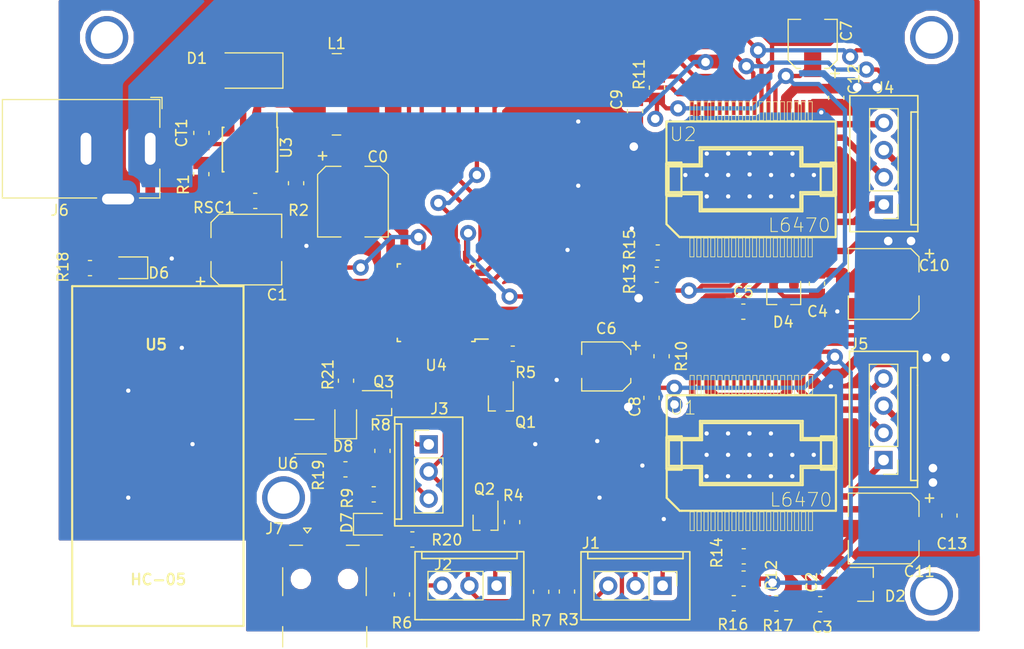
<source format=kicad_pcb>
(kicad_pcb (version 20171130) (host pcbnew 5.0.0-rc2-dev-unknown-2c85de3~62~ubuntu16.04.1)

  (general
    (thickness 1.6)
    (drawings 6)
    (tracks 1130)
    (zones 0)
    (modules 60)
    (nets 103)
  )

  (page A4)
  (layers
    (0 F.Cu signal)
    (31 B.Cu signal)
    (32 B.Adhes user)
    (33 F.Adhes user)
    (34 B.Paste user)
    (35 F.Paste user)
    (36 B.SilkS user)
    (37 F.SilkS user)
    (38 B.Mask user)
    (39 F.Mask user)
    (40 Dwgs.User user)
    (41 Cmts.User user)
    (42 Eco1.User user hide)
    (43 Eco2.User user)
    (44 Edge.Cuts user)
    (45 Margin user)
    (46 B.CrtYd user)
    (47 F.CrtYd user)
    (48 B.Fab user)
    (49 F.Fab user)
  )

  (setup
    (last_trace_width 0.4)
    (trace_clearance 0.2)
    (zone_clearance 0.508)
    (zone_45_only yes)
    (trace_min 0.2)
    (segment_width 0.2)
    (edge_width 0.15)
    (via_size 0.8)
    (via_drill 0.4)
    (via_min_size 0.4)
    (via_min_drill 0.3)
    (user_via 4 3)
    (uvia_size 0.3)
    (uvia_drill 0.1)
    (uvias_allowed no)
    (uvia_min_size 0.2)
    (uvia_min_drill 0.1)
    (pcb_text_width 0.3)
    (pcb_text_size 1.5 1.5)
    (mod_edge_width 0.15)
    (mod_text_size 1 1)
    (mod_text_width 0.15)
    (pad_size 1.55 0.6)
    (pad_drill 0)
    (pad_to_mask_clearance 0.2)
    (aux_axis_origin 0 0)
    (visible_elements FFFFFF7F)
    (pcbplotparams
      (layerselection 0x010fc_ffffffff)
      (usegerberextensions false)
      (usegerberattributes false)
      (usegerberadvancedattributes false)
      (creategerberjobfile false)
      (excludeedgelayer true)
      (linewidth 0.100000)
      (plotframeref false)
      (viasonmask false)
      (mode 1)
      (useauxorigin false)
      (hpglpennumber 1)
      (hpglpenspeed 20)
      (hpglpendiameter 15)
      (psnegative false)
      (psa4output false)
      (plotreference true)
      (plotvalue true)
      (plotinvisibletext false)
      (padsonsilk false)
      (subtractmaskfromsilk false)
      (outputformat 1)
      (mirror false)
      (drillshape 1)
      (scaleselection 1)
      (outputdirectory ""))
  )

  (net 0 "")
  (net 1 +3V3)
  (net 2 GND)
  (net 3 +BATT)
  (net 4 "Net-(C2-Pad2)")
  (net 5 "Net-(C3-Pad2)")
  (net 6 "Net-(C3-Pad1)")
  (net 7 "Net-(C4-Pad2)")
  (net 8 "Net-(C5-Pad2)")
  (net 9 "Net-(C5-Pad1)")
  (net 10 "Net-(CT1-Pad1)")
  (net 11 "Net-(D1-Pad1)")
  (net 12 "Net-(J1-Pad3)")
  (net 13 POS_X)
  (net 14 "Net-(J1-Pad1)")
  (net 15 "Net-(J2-Pad3)")
  (net 16 POS_Y)
  (net 17 "Net-(J2-Pad1)")
  (net 18 "Net-(J3-Pad1)")
  (net 19 NEEDLE)
  (net 20 "Net-(J3-Pad3)")
  (net 21 POS_X_EN)
  (net 22 POS_Y_EN)
  (net 23 NEEDLE_EN)
  (net 24 "Net-(R1-Pad1)")
  (net 25 /BOOT0)
  (net 26 /CS1n)
  (net 27 /CS2n)
  (net 28 "Net-(R12-Pad2)")
  (net 29 "Net-(R13-Pad2)")
  (net 30 "Net-(R14-Pad1)")
  (net 31 "Net-(R15-Pad1)")
  (net 32 "Net-(R16-Pad2)")
  (net 33 "Net-(RSC1-Pad1)")
  (net 34 /MOT1_2A)
  (net 35 "Net-(U1-Pad32)")
  (net 36 /FLAGn1)
  (net 37 /BUSYn1)
  (net 38 /MOSI)
  (net 39 /SPICLK)
  (net 40 /MISO)
  (net 41 /MOT1_2B)
  (net 42 /MOT1_1B)
  (net 43 "Net-(U1-Pad11)")
  (net 44 "Net-(U1-Pad10)")
  (net 45 /MOT1_1A)
  (net 46 /MOT2_1A)
  (net 47 "Net-(U2-Pad8)")
  (net 48 "Net-(U2-Pad10)")
  (net 49 "Net-(U2-Pad11)")
  (net 50 /MOT2_1B)
  (net 51 /MOT2_2B)
  (net 52 /BUSYn2)
  (net 53 /FLAGn2)
  (net 54 "Net-(U2-Pad32)")
  (net 55 /MOT2_2A)
  (net 56 "Net-(U4-Pad15)")
  (net 57 "Net-(U4-Pad18)")
  (net 58 /BT_RX)
  (net 59 /BT_TX)
  (net 60 "Net-(D6-Pad2)")
  (net 61 "Net-(U5-Pad14)")
  (net 62 "Net-(U5-Pad15)")
  (net 63 "Net-(U5-Pad16)")
  (net 64 "Net-(U5-Pad17)")
  (net 65 "Net-(U5-Pad18)")
  (net 66 "Net-(U5-Pad19)")
  (net 67 "Net-(U5-Pad20)")
  (net 68 "Net-(U5-Pad3)")
  (net 69 "Net-(U5-Pad4)")
  (net 70 "Net-(U5-Pad5)")
  (net 71 "Net-(U5-Pad6)")
  (net 72 "Net-(U5-Pad7)")
  (net 73 "Net-(U5-Pad8)")
  (net 74 "Net-(U5-Pad9)")
  (net 75 "Net-(U5-Pad10)")
  (net 76 "Net-(U5-Pad11)")
  (net 77 "Net-(U5-Pad23)")
  (net 78 "Net-(U5-Pad25)")
  (net 79 "Net-(U5-Pad26)")
  (net 80 "Net-(U5-Pad27)")
  (net 81 "Net-(U5-Pad28)")
  (net 82 "Net-(U5-Pad29)")
  (net 83 "Net-(U5-Pad30)")
  (net 84 "Net-(U5-Pad31)")
  (net 85 "Net-(U5-Pad32)")
  (net 86 "Net-(U5-Pad33)")
  (net 87 "Net-(U5-Pad34)")
  (net 88 "Net-(J7-Pad1)")
  (net 89 "Net-(J7-Pad4)")
  (net 90 "Net-(D7-Pad2)")
  (net 91 "Net-(D8-Pad2)")
  (net 92 "Net-(R20-Pad1)")
  (net 93 "Net-(R21-Pad1)")
  (net 94 "Net-(U6-Pad3)")
  (net 95 "Net-(U6-Pad6)")
  (net 96 "Net-(U6-Pad5)")
  (net 97 "Net-(U4-Pad6)")
  (net 98 /VDD_U1)
  (net 99 /VDD_U2)
  (net 100 /LED_BT)
  (net 101 /USB_N)
  (net 102 /USB_P)

  (net_class Default "This is the default net class."
    (clearance 0.2)
    (trace_width 0.4)
    (via_dia 0.8)
    (via_drill 0.4)
    (uvia_dia 0.3)
    (uvia_drill 0.1)
    (add_net +3V3)
    (add_net /BOOT0)
    (add_net /BT_RX)
    (add_net /BT_TX)
    (add_net /BUSYn1)
    (add_net /BUSYn2)
    (add_net /CS1n)
    (add_net /CS2n)
    (add_net /FLAGn1)
    (add_net /FLAGn2)
    (add_net /LED_BT)
    (add_net /MISO)
    (add_net /MOSI)
    (add_net /SPICLK)
    (add_net /USB_N)
    (add_net /USB_P)
    (add_net /VDD_U1)
    (add_net /VDD_U2)
    (add_net GND)
    (add_net NEEDLE)
    (add_net NEEDLE_EN)
    (add_net "Net-(C2-Pad2)")
    (add_net "Net-(C3-Pad1)")
    (add_net "Net-(C3-Pad2)")
    (add_net "Net-(C4-Pad2)")
    (add_net "Net-(C5-Pad1)")
    (add_net "Net-(C5-Pad2)")
    (add_net "Net-(CT1-Pad1)")
    (add_net "Net-(D1-Pad1)")
    (add_net "Net-(D6-Pad2)")
    (add_net "Net-(D7-Pad2)")
    (add_net "Net-(D8-Pad2)")
    (add_net "Net-(J1-Pad1)")
    (add_net "Net-(J1-Pad3)")
    (add_net "Net-(J2-Pad1)")
    (add_net "Net-(J2-Pad3)")
    (add_net "Net-(J3-Pad1)")
    (add_net "Net-(J3-Pad3)")
    (add_net "Net-(J7-Pad1)")
    (add_net "Net-(J7-Pad4)")
    (add_net "Net-(R1-Pad1)")
    (add_net "Net-(R12-Pad2)")
    (add_net "Net-(R13-Pad2)")
    (add_net "Net-(R14-Pad1)")
    (add_net "Net-(R15-Pad1)")
    (add_net "Net-(R16-Pad2)")
    (add_net "Net-(R20-Pad1)")
    (add_net "Net-(R21-Pad1)")
    (add_net "Net-(RSC1-Pad1)")
    (add_net "Net-(U1-Pad10)")
    (add_net "Net-(U1-Pad11)")
    (add_net "Net-(U1-Pad32)")
    (add_net "Net-(U2-Pad10)")
    (add_net "Net-(U2-Pad11)")
    (add_net "Net-(U2-Pad32)")
    (add_net "Net-(U2-Pad8)")
    (add_net "Net-(U4-Pad15)")
    (add_net "Net-(U4-Pad18)")
    (add_net "Net-(U4-Pad6)")
    (add_net "Net-(U5-Pad10)")
    (add_net "Net-(U5-Pad11)")
    (add_net "Net-(U5-Pad14)")
    (add_net "Net-(U5-Pad15)")
    (add_net "Net-(U5-Pad16)")
    (add_net "Net-(U5-Pad17)")
    (add_net "Net-(U5-Pad18)")
    (add_net "Net-(U5-Pad19)")
    (add_net "Net-(U5-Pad20)")
    (add_net "Net-(U5-Pad23)")
    (add_net "Net-(U5-Pad25)")
    (add_net "Net-(U5-Pad26)")
    (add_net "Net-(U5-Pad27)")
    (add_net "Net-(U5-Pad28)")
    (add_net "Net-(U5-Pad29)")
    (add_net "Net-(U5-Pad3)")
    (add_net "Net-(U5-Pad30)")
    (add_net "Net-(U5-Pad31)")
    (add_net "Net-(U5-Pad32)")
    (add_net "Net-(U5-Pad33)")
    (add_net "Net-(U5-Pad34)")
    (add_net "Net-(U5-Pad4)")
    (add_net "Net-(U5-Pad5)")
    (add_net "Net-(U5-Pad6)")
    (add_net "Net-(U5-Pad7)")
    (add_net "Net-(U5-Pad8)")
    (add_net "Net-(U5-Pad9)")
    (add_net "Net-(U6-Pad3)")
    (add_net "Net-(U6-Pad5)")
    (add_net "Net-(U6-Pad6)")
    (add_net POS_X)
    (add_net POS_X_EN)
    (add_net POS_Y)
    (add_net POS_Y_EN)
  )

  (net_class "power drivers" ""
    (clearance 0.2)
    (trace_width 0.9)
    (via_dia 0.8)
    (via_drill 0.4)
    (uvia_dia 0.3)
    (uvia_drill 0.1)
    (add_net +BATT)
  )

  (net_class "power motors" ""
    (clearance 0.1)
    (trace_width 0.6)
    (via_dia 0.8)
    (via_drill 0.4)
    (uvia_dia 0.3)
    (uvia_drill 0.1)
    (add_net /MOT1_1A)
    (add_net /MOT1_1B)
    (add_net /MOT1_2A)
    (add_net /MOT1_2B)
    (add_net /MOT2_1A)
    (add_net /MOT2_1B)
    (add_net /MOT2_2A)
    (add_net /MOT2_2B)
  )

  (module OE_lib:connector_NSK254_1x04_angle (layer F.Cu) (tedit 59512AC2) (tstamp 5AB132F2)
    (at 196.51726 110.4872 180)
    (descr NSK245_1x04)
    (tags "Through hole NSK 1x04 2.54mm single row")
    (path /5AD04D17)
    (fp_text reference J5 (at 2.26726 10.8372 180) (layer F.SilkS)
      (effects (font (size 1 1) (thickness 0.15)))
    )
    (fp_text value CONN_MOT1 (at 2.06726 3.5372 270) (layer F.Fab)
      (effects (font (size 1 1) (thickness 0.15)))
    )
    (fp_text user %R (at 3.31726 2.8872 270) (layer F.Fab)
      (effects (font (size 1 1) (thickness 0.15)))
    )
    (fp_line (start -1.33 -1.33) (end 0 -1.33) (layer F.SilkS) (width 0.12))
    (fp_line (start -1.33 0) (end -1.33 -1.33) (layer F.SilkS) (width 0.12))
    (fp_line (start 1.33 1.27) (end -1.33 1.27) (layer F.SilkS) (width 0.12))
    (fp_line (start 1.32588 8.95096) (end 1.33 1.27) (layer F.SilkS) (width 0.12))
    (fp_line (start -1.33 8.95) (end 1.33 8.95) (layer F.SilkS) (width 0.12))
    (fp_line (start -1.33 1.27) (end -1.33096 8.95096) (layer F.SilkS) (width 0.12))
    (fp_line (start 1.27 -1.27) (end -1.27 -1.27) (layer F.Fab) (width 0.1))
    (fp_line (start 1.27 8.89) (end 1.27 -1.27) (layer F.Fab) (width 0.1))
    (fp_line (start -1.27 8.89) (end 1.27 8.89) (layer F.Fab) (width 0.1))
    (fp_line (start -1.27 -1.27) (end -1.2954 8.89) (layer F.Fab) (width 0.1))
    (fp_line (start -3.175 6.985) (end -3.175 -1.905) (layer F.SilkS) (width 0.15))
    (fp_line (start 3.175 -1.905) (end 3.175 9.525) (layer F.SilkS) (width 0.15))
    (fp_line (start 3.175 -2.54) (end 3.175 -1.905) (layer F.SilkS) (width 0.15))
    (fp_line (start -3.175 -2.54) (end 3.175 -2.54) (layer F.SilkS) (width 0.15))
    (fp_line (start -3.175 -1.905) (end -3.175 -2.54) (layer F.SilkS) (width 0.15))
    (fp_line (start 3.175 10.16) (end 3.175 9.525) (layer F.SilkS) (width 0.15))
    (fp_line (start -3.175 10.16) (end 3.175 10.16) (layer F.SilkS) (width 0.15))
    (fp_line (start -3.175 6.985) (end -3.175 10.16) (layer F.SilkS) (width 0.15))
    (fp_line (start -2.54 -1.905) (end -2.54 8.636) (layer F.SilkS) (width 0.15))
    (fp_line (start -3.175 -1.905) (end -2.54 -1.905) (layer F.SilkS) (width 0.15))
    (fp_line (start -2.54 8.636) (end -3.175 8.636) (layer F.SilkS) (width 0.15))
    (fp_line (start -1.778 -1.524) (end -5.461 -1.524) (layer F.CrtYd) (width 0.05))
    (fp_line (start -13.081 0) (end -13.081 7.62) (layer F.CrtYd) (width 0.05))
    (fp_line (start -5.461 9.017) (end -1.778 9.017) (layer F.CrtYd) (width 0.05))
    (fp_line (start -5.461 9.017) (end -5.461 -1.524) (layer F.CrtYd) (width 0.05))
    (fp_line (start -12.827 -0.254) (end -5.461 -0.254) (layer F.CrtYd) (width 0.05))
    (fp_line (start -12.827 7.874) (end -5.461 7.874) (layer F.CrtYd) (width 0.05))
    (fp_line (start -1.778 -1.524) (end -1.778 9.017) (layer F.CrtYd) (width 0.05))
    (fp_line (start -1.778 -0.762) (end -2.159 -0.762) (layer F.CrtYd) (width 0.05))
    (fp_line (start -2.159 -0.762) (end -2.159 0.508) (layer F.CrtYd) (width 0.05))
    (fp_line (start -2.159 0.508) (end -1.778 0.508) (layer F.CrtYd) (width 0.05))
    (fp_line (start -2.159 3.175) (end -1.778 3.175) (layer F.CrtYd) (width 0.05))
    (fp_line (start -1.778 1.905) (end -2.159 1.905) (layer F.CrtYd) (width 0.05))
    (fp_line (start -2.159 1.905) (end -2.159 3.175) (layer F.CrtYd) (width 0.05))
    (fp_line (start -2.159 5.715) (end -1.778 5.715) (layer F.CrtYd) (width 0.05))
    (fp_line (start -2.159 4.445) (end -2.159 5.715) (layer F.CrtYd) (width 0.05))
    (fp_line (start -1.778 4.445) (end -2.159 4.445) (layer F.CrtYd) (width 0.05))
    (fp_arc (start -12.827 0) (end -12.827 -0.254) (angle -90) (layer F.CrtYd) (width 0.05))
    (fp_arc (start -12.827 7.62) (end -13.081 7.62) (angle -90) (layer F.CrtYd) (width 0.05))
    (fp_line (start 0 -0.254) (end -12.065 -0.254) (layer F.CrtYd) (width 0.15))
    (fp_line (start -12.065 -0.254) (end -12.192 -0.127) (layer F.CrtYd) (width 0.15))
    (fp_line (start -12.192 -0.127) (end -12.192 0.127) (layer F.CrtYd) (width 0.15))
    (fp_line (start -12.192 0.127) (end -12.065 0.254) (layer F.CrtYd) (width 0.15))
    (fp_line (start -12.065 0.254) (end 0 0.254) (layer F.CrtYd) (width 0.15))
    (fp_line (start -12.192 2.667) (end -12.065 2.794) (layer F.CrtYd) (width 0.15))
    (fp_line (start 0 2.286) (end -12.065 2.286) (layer F.CrtYd) (width 0.15))
    (fp_line (start -12.192 2.413) (end -12.192 2.667) (layer F.CrtYd) (width 0.15))
    (fp_line (start -12.065 2.794) (end 0 2.794) (layer F.CrtYd) (width 0.15))
    (fp_line (start -12.065 2.286) (end -12.192 2.413) (layer F.CrtYd) (width 0.15))
    (fp_line (start -12.192 4.953) (end -12.192 5.207) (layer F.CrtYd) (width 0.15))
    (fp_line (start -12.065 4.826) (end -12.192 4.953) (layer F.CrtYd) (width 0.15))
    (fp_line (start -12.192 5.207) (end -12.065 5.334) (layer F.CrtYd) (width 0.15))
    (fp_line (start 0 4.826) (end -12.065 4.826) (layer F.CrtYd) (width 0.15))
    (fp_line (start -12.065 5.334) (end 0 5.334) (layer F.CrtYd) (width 0.15))
    (fp_line (start 0 7.366) (end -12.065 7.366) (layer F.CrtYd) (width 0.15))
    (fp_line (start -12.065 7.366) (end -12.192 7.493) (layer F.CrtYd) (width 0.15))
    (fp_line (start -2.159 6.985) (end -2.159 8.255) (layer F.CrtYd) (width 0.05))
    (fp_line (start -2.159 8.255) (end -1.778 8.255) (layer F.CrtYd) (width 0.05))
    (fp_line (start -12.192 7.747) (end -12.065 7.874) (layer F.CrtYd) (width 0.15))
    (fp_line (start -12.192 7.493) (end -12.192 7.747) (layer F.CrtYd) (width 0.15))
    (fp_line (start -12.065 7.874) (end 0 7.874) (layer F.CrtYd) (width 0.15))
    (fp_line (start -1.778 6.985) (end -2.159 6.985) (layer F.CrtYd) (width 0.05))
    (pad 3 thru_hole oval (at 0 5.08 180) (size 1.7 1.7) (drill 1) (layers *.Cu *.Mask)
      (net 42 /MOT1_1B))
    (pad 2 thru_hole oval (at 0 2.54 180) (size 1.7 1.7) (drill 1) (layers *.Cu *.Mask)
      (net 34 /MOT1_2A))
    (pad 1 thru_hole rect (at 0 0 180) (size 1.7 1.7) (drill 1) (layers *.Cu *.Mask)
      (net 45 /MOT1_1A))
    (pad 4 thru_hole oval (at 0 7.62 180) (size 1.7 1.7) (drill 1) (layers *.Cu *.Mask)
      (net 41 /MOT1_2B))
    (model ${KISYS3DMOD}/Pin_Headers.3dshapes/Pin_Header_Straight_1x03_Pitch2.54mm.wrl
      (offset (xyz 0 -2.539999961853027 0))
      (scale (xyz 1 1 1))
      (rotate (xyz 0 0 90))
    )
  )

  (module Capacitor_SMD:C_0805_2012Metric_Pad1.15x1.50mm_HandSolder (layer F.Cu) (tedit 5AB7BEF8) (tstamp 5AD36C5F)
    (at 183.425 96.6216)
    (descr "Capacitor SMD 0805 (2012 Metric), square (rectangular) end terminal, IPC_7351 nominal with elongated pad for handsoldering. (Body size source: http://www.tortai-tech.com/upload/download/2011102023233369053.pdf), generated with kicad-footprint-generator")
    (tags "capacitor handsolder")
    (path /5AA112E6)
    (attr smd)
    (fp_text reference C5 (at 0 -1.85) (layer F.SilkS)
      (effects (font (size 1 1) (thickness 0.15)))
    )
    (fp_text value 10n (at 0.175 1.3784) (layer F.Fab)
      (effects (font (size 0.5 0.5) (thickness 0.125)))
    )
    (fp_text user %R (at -0.125 0.05842) (layer F.Fab)
      (effects (font (size 0.5 0.5) (thickness 0.08)))
    )
    (fp_line (start 1.86 1) (end -1.86 1) (layer F.CrtYd) (width 0.05))
    (fp_line (start 1.86 -1) (end 1.86 1) (layer F.CrtYd) (width 0.05))
    (fp_line (start -1.86 -1) (end 1.86 -1) (layer F.CrtYd) (width 0.05))
    (fp_line (start -1.86 1) (end -1.86 -1) (layer F.CrtYd) (width 0.05))
    (fp_line (start -0.15 0.71) (end 0.15 0.71) (layer F.SilkS) (width 0.12))
    (fp_line (start -0.15 -0.71) (end 0.15 -0.71) (layer F.SilkS) (width 0.12))
    (fp_line (start 1 0.6) (end -1 0.6) (layer F.Fab) (width 0.1))
    (fp_line (start 1 -0.6) (end 1 0.6) (layer F.Fab) (width 0.1))
    (fp_line (start -1 -0.6) (end 1 -0.6) (layer F.Fab) (width 0.1))
    (fp_line (start -1 0.6) (end -1 -0.6) (layer F.Fab) (width 0.1))
    (pad 2 smd rect (at 1.0425 0) (size 1.145 1.5) (layers F.Cu F.Paste F.Mask)
      (net 8 "Net-(C5-Pad2)"))
    (pad 1 smd rect (at -1.0425 0) (size 1.145 1.5) (layers F.Cu F.Paste F.Mask)
      (net 9 "Net-(C5-Pad1)"))
    (model ${KISYS3DMOD}/Capacitor_SMD.3dshapes/C_0805_2012Metric.wrl
      (at (xyz 0 0 0))
      (scale (xyz 1 1 1))
      (rotate (xyz 0 0 0))
    )
  )

  (module Resistor_SMD:R_0805_2012Metric_Pad1.15x1.50mm_HandSolder (layer F.Cu) (tedit 59FE48B8) (tstamp 5AD30E39)
    (at 175.3478 93.1672)
    (descr "Resistor SMD 0805 (2012 Metric), square (rectangular) end terminal, IPC_7351 nominal with elongated pad for handsoldering. (Body size source: http://www.tortai-tech.com/upload/download/2011102023233369053.pdf), generated with kicad-footprint-generator")
    (tags "resistor handsolder")
    (path /5AA112CC)
    (attr smd)
    (fp_text reference R13 (at -2.5478 0.3828 90) (layer F.SilkS)
      (effects (font (size 1 1) (thickness 0.15)))
    )
    (fp_text value 10k (at 0 1.85) (layer F.Fab)
      (effects (font (size 1 1) (thickness 0.15)))
    )
    (fp_line (start -1 0.6) (end -1 -0.6) (layer F.Fab) (width 0.1))
    (fp_line (start -1 -0.6) (end 1 -0.6) (layer F.Fab) (width 0.1))
    (fp_line (start 1 -0.6) (end 1 0.6) (layer F.Fab) (width 0.1))
    (fp_line (start 1 0.6) (end -1 0.6) (layer F.Fab) (width 0.1))
    (fp_line (start -0.15 -0.71) (end 0.15 -0.71) (layer F.SilkS) (width 0.12))
    (fp_line (start -0.15 0.71) (end 0.15 0.71) (layer F.SilkS) (width 0.12))
    (fp_line (start -1.86 1) (end -1.86 -1) (layer F.CrtYd) (width 0.05))
    (fp_line (start -1.86 -1) (end 1.86 -1) (layer F.CrtYd) (width 0.05))
    (fp_line (start 1.86 -1) (end 1.86 1) (layer F.CrtYd) (width 0.05))
    (fp_line (start 1.86 1) (end -1.86 1) (layer F.CrtYd) (width 0.05))
    (fp_text user %R (at 0 0) (layer F.Fab)
      (effects (font (size 0.5 0.5) (thickness 0.08)))
    )
    (pad 1 smd rect (at -1.0425 0) (size 1.145 1.5) (layers F.Cu F.Paste F.Mask)
      (net 99 /VDD_U2))
    (pad 2 smd rect (at 1.0425 0) (size 1.145 1.5) (layers F.Cu F.Paste F.Mask)
      (net 29 "Net-(R13-Pad2)"))
    (model ${KISYS3DMOD}/Resistor_SMD.3dshapes/R_0805_2012Metric.wrl
      (at (xyz 0 0 0))
      (scale (xyz 1 1 1))
      (rotate (xyz 0 0 0))
    )
  )

  (module OE_lib:POWERSO36 (layer F.Cu) (tedit 5AAAD641) (tstamp 5AA8E7E2)
    (at 184.17286 109.8296)
    (descr "36 LEADS POWER SMALL OUTLINE PACKAGE")
    (tags "36 LEADS POWER SMALL OUTLINE PACKAGE")
    (path /5A9F0D24)
    (attr smd)
    (fp_text reference U1 (at -6.37286 -4.2296) (layer F.SilkS)
      (effects (font (size 1.27 1.27) (thickness 0.0889)))
    )
    (fp_text value L6470 (at 4.62714 4.3704) (layer F.SilkS)
      (effects (font (size 1.27 1.27) (thickness 0.0889)))
    )
    (fp_line (start -5.715 7.24916) (end -5.334 7.24916) (layer F.SilkS) (width 0.06604))
    (fp_line (start -5.334 7.24916) (end -5.334 5.4991) (layer F.SilkS) (width 0.06604))
    (fp_line (start -5.715 5.4991) (end -5.334 5.4991) (layer F.SilkS) (width 0.06604))
    (fp_line (start -5.715 7.24916) (end -5.715 5.4991) (layer F.SilkS) (width 0.06604))
    (fp_line (start -5.06476 7.24916) (end -4.68376 7.24916) (layer F.SilkS) (width 0.06604))
    (fp_line (start -4.68376 7.24916) (end -4.68376 5.4991) (layer F.SilkS) (width 0.06604))
    (fp_line (start -5.06476 5.4991) (end -4.68376 5.4991) (layer F.SilkS) (width 0.06604))
    (fp_line (start -5.06476 7.24916) (end -5.06476 5.4991) (layer F.SilkS) (width 0.06604))
    (fp_line (start -4.41452 7.24916) (end -4.03352 7.24916) (layer F.SilkS) (width 0.06604))
    (fp_line (start -4.03352 7.24916) (end -4.03352 5.4991) (layer F.SilkS) (width 0.06604))
    (fp_line (start -4.41452 5.4991) (end -4.03352 5.4991) (layer F.SilkS) (width 0.06604))
    (fp_line (start -4.41452 7.24916) (end -4.41452 5.4991) (layer F.SilkS) (width 0.06604))
    (fp_line (start -3.76428 7.24916) (end -3.38328 7.24916) (layer F.SilkS) (width 0.06604))
    (fp_line (start -3.38328 7.24916) (end -3.38328 5.4991) (layer F.SilkS) (width 0.06604))
    (fp_line (start -3.76428 5.4991) (end -3.38328 5.4991) (layer F.SilkS) (width 0.06604))
    (fp_line (start -3.76428 7.24916) (end -3.76428 5.4991) (layer F.SilkS) (width 0.06604))
    (fp_line (start -3.11404 7.24916) (end -2.73304 7.24916) (layer F.SilkS) (width 0.06604))
    (fp_line (start -2.73304 7.24916) (end -2.73304 5.4991) (layer F.SilkS) (width 0.06604))
    (fp_line (start -3.11404 5.4991) (end -2.73304 5.4991) (layer F.SilkS) (width 0.06604))
    (fp_line (start -3.11404 7.24916) (end -3.11404 5.4991) (layer F.SilkS) (width 0.06604))
    (fp_line (start -2.4638 7.24916) (end -2.0828 7.24916) (layer F.SilkS) (width 0.06604))
    (fp_line (start -2.0828 7.24916) (end -2.0828 5.4991) (layer F.SilkS) (width 0.06604))
    (fp_line (start -2.4638 5.4991) (end -2.0828 5.4991) (layer F.SilkS) (width 0.06604))
    (fp_line (start -2.4638 7.24916) (end -2.4638 5.4991) (layer F.SilkS) (width 0.06604))
    (fp_line (start -1.81356 7.24916) (end -1.43256 7.24916) (layer F.SilkS) (width 0.06604))
    (fp_line (start -1.43256 7.24916) (end -1.43256 5.4991) (layer F.SilkS) (width 0.06604))
    (fp_line (start -1.81356 5.4991) (end -1.43256 5.4991) (layer F.SilkS) (width 0.06604))
    (fp_line (start -1.81356 7.24916) (end -1.81356 5.4991) (layer F.SilkS) (width 0.06604))
    (fp_line (start -1.16332 7.24916) (end -0.78486 7.24916) (layer F.SilkS) (width 0.06604))
    (fp_line (start -0.78486 7.24916) (end -0.78486 5.4991) (layer F.SilkS) (width 0.06604))
    (fp_line (start -1.16332 5.4991) (end -0.78486 5.4991) (layer F.SilkS) (width 0.06604))
    (fp_line (start -1.16332 7.24916) (end -1.16332 5.4991) (layer F.SilkS) (width 0.06604))
    (fp_line (start -0.51308 7.24916) (end -0.13462 7.24916) (layer F.SilkS) (width 0.06604))
    (fp_line (start -0.13462 7.24916) (end -0.13462 5.4991) (layer F.SilkS) (width 0.06604))
    (fp_line (start -0.51308 5.4991) (end -0.13462 5.4991) (layer F.SilkS) (width 0.06604))
    (fp_line (start -0.51308 7.24916) (end -0.51308 5.4991) (layer F.SilkS) (width 0.06604))
    (fp_line (start 0.13462 7.24916) (end 0.51308 7.24916) (layer F.SilkS) (width 0.06604))
    (fp_line (start 0.51308 7.24916) (end 0.51308 5.4991) (layer F.SilkS) (width 0.06604))
    (fp_line (start 0.13462 5.4991) (end 0.51308 5.4991) (layer F.SilkS) (width 0.06604))
    (fp_line (start 0.13462 7.24916) (end 0.13462 5.4991) (layer F.SilkS) (width 0.06604))
    (fp_line (start 0.78486 7.24916) (end 1.16332 7.24916) (layer F.SilkS) (width 0.06604))
    (fp_line (start 1.16332 7.24916) (end 1.16332 5.4991) (layer F.SilkS) (width 0.06604))
    (fp_line (start 0.78486 5.4991) (end 1.16332 5.4991) (layer F.SilkS) (width 0.06604))
    (fp_line (start 0.78486 7.24916) (end 0.78486 5.4991) (layer F.SilkS) (width 0.06604))
    (fp_line (start 1.43256 7.24916) (end 1.81356 7.24916) (layer F.SilkS) (width 0.06604))
    (fp_line (start 1.81356 7.24916) (end 1.81356 5.4991) (layer F.SilkS) (width 0.06604))
    (fp_line (start 1.43256 5.4991) (end 1.81356 5.4991) (layer F.SilkS) (width 0.06604))
    (fp_line (start 1.43256 7.24916) (end 1.43256 5.4991) (layer F.SilkS) (width 0.06604))
    (fp_line (start 2.0828 7.24916) (end 2.4638 7.24916) (layer F.SilkS) (width 0.06604))
    (fp_line (start 2.4638 7.24916) (end 2.4638 5.4991) (layer F.SilkS) (width 0.06604))
    (fp_line (start 2.0828 5.4991) (end 2.4638 5.4991) (layer F.SilkS) (width 0.06604))
    (fp_line (start 2.0828 7.24916) (end 2.0828 5.4991) (layer F.SilkS) (width 0.06604))
    (fp_line (start 2.73304 7.24916) (end 3.11404 7.24916) (layer F.SilkS) (width 0.06604))
    (fp_line (start 3.11404 7.24916) (end 3.11404 5.4991) (layer F.SilkS) (width 0.06604))
    (fp_line (start 2.73304 5.4991) (end 3.11404 5.4991) (layer F.SilkS) (width 0.06604))
    (fp_line (start 2.73304 7.24916) (end 2.73304 5.4991) (layer F.SilkS) (width 0.06604))
    (fp_line (start 3.38328 7.24916) (end 3.76428 7.24916) (layer F.SilkS) (width 0.06604))
    (fp_line (start 3.76428 7.24916) (end 3.76428 5.4991) (layer F.SilkS) (width 0.06604))
    (fp_line (start 3.38328 5.4991) (end 3.76428 5.4991) (layer F.SilkS) (width 0.06604))
    (fp_line (start 3.38328 7.24916) (end 3.38328 5.4991) (layer F.SilkS) (width 0.06604))
    (fp_line (start 4.03352 7.24916) (end 4.41452 7.24916) (layer F.SilkS) (width 0.06604))
    (fp_line (start 4.41452 7.24916) (end 4.41452 5.4991) (layer F.SilkS) (width 0.06604))
    (fp_line (start 4.03352 5.4991) (end 4.41452 5.4991) (layer F.SilkS) (width 0.06604))
    (fp_line (start 4.03352 7.24916) (end 4.03352 5.4991) (layer F.SilkS) (width 0.06604))
    (fp_line (start 4.68376 7.24916) (end 5.06476 7.24916) (layer F.SilkS) (width 0.06604))
    (fp_line (start 5.06476 7.24916) (end 5.06476 5.4991) (layer F.SilkS) (width 0.06604))
    (fp_line (start 4.68376 5.4991) (end 5.06476 5.4991) (layer F.SilkS) (width 0.06604))
    (fp_line (start 4.68376 7.24916) (end 4.68376 5.4991) (layer F.SilkS) (width 0.06604))
    (fp_line (start 5.334 7.24916) (end 5.715 7.24916) (layer F.SilkS) (width 0.06604))
    (fp_line (start 5.715 7.24916) (end 5.715 5.4991) (layer F.SilkS) (width 0.06604))
    (fp_line (start 5.334 5.4991) (end 5.715 5.4991) (layer F.SilkS) (width 0.06604))
    (fp_line (start 5.334 7.24916) (end 5.334 5.4991) (layer F.SilkS) (width 0.06604))
    (fp_line (start 5.334 -5.4991) (end 5.715 -5.4991) (layer F.SilkS) (width 0.06604))
    (fp_line (start 5.715 -5.4991) (end 5.715 -7.24916) (layer F.SilkS) (width 0.06604))
    (fp_line (start 5.334 -7.24916) (end 5.715 -7.24916) (layer F.SilkS) (width 0.06604))
    (fp_line (start 5.334 -5.4991) (end 5.334 -7.24916) (layer F.SilkS) (width 0.06604))
    (fp_line (start 4.68376 -5.4991) (end 5.06476 -5.4991) (layer F.SilkS) (width 0.06604))
    (fp_line (start 5.06476 -5.4991) (end 5.06476 -7.24916) (layer F.SilkS) (width 0.06604))
    (fp_line (start 4.68376 -7.24916) (end 5.06476 -7.24916) (layer F.SilkS) (width 0.06604))
    (fp_line (start 4.68376 -5.4991) (end 4.68376 -7.24916) (layer F.SilkS) (width 0.06604))
    (fp_line (start 4.03352 -5.4991) (end 4.41452 -5.4991) (layer F.SilkS) (width 0.06604))
    (fp_line (start 4.41452 -5.4991) (end 4.41452 -7.24916) (layer F.SilkS) (width 0.06604))
    (fp_line (start 4.03352 -7.24916) (end 4.41452 -7.24916) (layer F.SilkS) (width 0.06604))
    (fp_line (start 4.03352 -5.4991) (end 4.03352 -7.24916) (layer F.SilkS) (width 0.06604))
    (fp_line (start 3.38328 -5.4991) (end 3.76428 -5.4991) (layer F.SilkS) (width 0.06604))
    (fp_line (start 3.76428 -5.4991) (end 3.76428 -7.24916) (layer F.SilkS) (width 0.06604))
    (fp_line (start 3.38328 -7.24916) (end 3.76428 -7.24916) (layer F.SilkS) (width 0.06604))
    (fp_line (start 3.38328 -5.4991) (end 3.38328 -7.24916) (layer F.SilkS) (width 0.06604))
    (fp_line (start 2.73304 -5.4991) (end 3.11404 -5.4991) (layer F.SilkS) (width 0.06604))
    (fp_line (start 3.11404 -5.4991) (end 3.11404 -7.24916) (layer F.SilkS) (width 0.06604))
    (fp_line (start 2.73304 -7.24916) (end 3.11404 -7.24916) (layer F.SilkS) (width 0.06604))
    (fp_line (start 2.73304 -5.4991) (end 2.73304 -7.24916) (layer F.SilkS) (width 0.06604))
    (fp_line (start 2.0828 -5.4991) (end 2.4638 -5.4991) (layer F.SilkS) (width 0.06604))
    (fp_line (start 2.4638 -5.4991) (end 2.4638 -7.24916) (layer F.SilkS) (width 0.06604))
    (fp_line (start 2.0828 -7.24916) (end 2.4638 -7.24916) (layer F.SilkS) (width 0.06604))
    (fp_line (start 2.0828 -5.4991) (end 2.0828 -7.24916) (layer F.SilkS) (width 0.06604))
    (fp_line (start 1.43256 -5.4991) (end 1.81356 -5.4991) (layer F.SilkS) (width 0.06604))
    (fp_line (start 1.81356 -5.4991) (end 1.81356 -7.24916) (layer F.SilkS) (width 0.06604))
    (fp_line (start 1.43256 -7.24916) (end 1.81356 -7.24916) (layer F.SilkS) (width 0.06604))
    (fp_line (start 1.43256 -5.4991) (end 1.43256 -7.24916) (layer F.SilkS) (width 0.06604))
    (fp_line (start 0.78486 -5.4991) (end 1.16332 -5.4991) (layer F.SilkS) (width 0.06604))
    (fp_line (start 1.16332 -5.4991) (end 1.16332 -7.24916) (layer F.SilkS) (width 0.06604))
    (fp_line (start 0.78486 -7.24916) (end 1.16332 -7.24916) (layer F.SilkS) (width 0.06604))
    (fp_line (start 0.78486 -5.4991) (end 0.78486 -7.24916) (layer F.SilkS) (width 0.06604))
    (fp_line (start 0.13462 -5.4991) (end 0.51308 -5.4991) (layer F.SilkS) (width 0.06604))
    (fp_line (start 0.51308 -5.4991) (end 0.51308 -7.24916) (layer F.SilkS) (width 0.06604))
    (fp_line (start 0.13462 -7.24916) (end 0.51308 -7.24916) (layer F.SilkS) (width 0.06604))
    (fp_line (start 0.13462 -5.4991) (end 0.13462 -7.24916) (layer F.SilkS) (width 0.06604))
    (fp_line (start -0.51308 -5.4991) (end -0.13462 -5.4991) (layer F.SilkS) (width 0.06604))
    (fp_line (start -0.13462 -5.4991) (end -0.13462 -7.24916) (layer F.SilkS) (width 0.06604))
    (fp_line (start -0.51308 -7.24916) (end -0.13462 -7.24916) (layer F.SilkS) (width 0.06604))
    (fp_line (start -0.51308 -5.4991) (end -0.51308 -7.24916) (layer F.SilkS) (width 0.06604))
    (fp_line (start -1.16332 -5.4991) (end -0.78486 -5.4991) (layer F.SilkS) (width 0.06604))
    (fp_line (start -0.78486 -5.4991) (end -0.78486 -7.24916) (layer F.SilkS) (width 0.06604))
    (fp_line (start -1.16332 -7.24916) (end -0.78486 -7.24916) (layer F.SilkS) (width 0.06604))
    (fp_line (start -1.16332 -5.4991) (end -1.16332 -7.24916) (layer F.SilkS) (width 0.06604))
    (fp_line (start -1.81356 -5.4991) (end -1.43256 -5.4991) (layer F.SilkS) (width 0.06604))
    (fp_line (start -1.43256 -5.4991) (end -1.43256 -7.24916) (layer F.SilkS) (width 0.06604))
    (fp_line (start -1.81356 -7.24916) (end -1.43256 -7.24916) (layer F.SilkS) (width 0.06604))
    (fp_line (start -1.81356 -5.4991) (end -1.81356 -7.24916) (layer F.SilkS) (width 0.06604))
    (fp_line (start -2.4638 -5.4991) (end -2.0828 -5.4991) (layer F.SilkS) (width 0.06604))
    (fp_line (start -2.0828 -5.4991) (end -2.0828 -7.24916) (layer F.SilkS) (width 0.06604))
    (fp_line (start -2.4638 -7.24916) (end -2.0828 -7.24916) (layer F.SilkS) (width 0.06604))
    (fp_line (start -2.4638 -5.4991) (end -2.4638 -7.24916) (layer F.SilkS) (width 0.06604))
    (fp_line (start -3.11404 -5.4991) (end -2.73304 -5.4991) (layer F.SilkS) (width 0.06604))
    (fp_line (start -2.73304 -5.4991) (end -2.73304 -7.24916) (layer F.SilkS) (width 0.06604))
    (fp_line (start -3.11404 -7.24916) (end -2.73304 -7.24916) (layer F.SilkS) (width 0.06604))
    (fp_line (start -3.11404 -5.4991) (end -3.11404 -7.24916) (layer F.SilkS) (width 0.06604))
    (fp_line (start -3.76428 -5.4991) (end -3.38328 -5.4991) (layer F.SilkS) (width 0.06604))
    (fp_line (start -3.38328 -5.4991) (end -3.38328 -7.24916) (layer F.SilkS) (width 0.06604))
    (fp_line (start -3.76428 -7.24916) (end -3.38328 -7.24916) (layer F.SilkS) (width 0.06604))
    (fp_line (start -3.76428 -5.4991) (end -3.76428 -7.24916) (layer F.SilkS) (width 0.06604))
    (fp_line (start -4.41452 -5.4991) (end -4.03352 -5.4991) (layer F.SilkS) (width 0.06604))
    (fp_line (start -4.03352 -5.4991) (end -4.03352 -7.24916) (layer F.SilkS) (width 0.06604))
    (fp_line (start -4.41452 -7.24916) (end -4.03352 -7.24916) (layer F.SilkS) (width 0.06604))
    (fp_line (start -4.41452 -5.4991) (end -4.41452 -7.24916) (layer F.SilkS) (width 0.06604))
    (fp_line (start -5.06476 -5.4991) (end -4.68376 -5.4991) (layer F.SilkS) (width 0.06604))
    (fp_line (start -4.68376 -5.4991) (end -4.68376 -7.24916) (layer F.SilkS) (width 0.06604))
    (fp_line (start -5.06476 -7.24916) (end -4.68376 -7.24916) (layer F.SilkS) (width 0.06604))
    (fp_line (start -5.06476 -5.4991) (end -5.06476 -7.24916) (layer F.SilkS) (width 0.06604))
    (fp_line (start -5.715 -5.4991) (end -5.334 -5.4991) (layer F.SilkS) (width 0.06604))
    (fp_line (start -5.334 -5.4991) (end -5.334 -7.24916) (layer F.SilkS) (width 0.06604))
    (fp_line (start -5.715 -7.24916) (end -5.334 -7.24916) (layer F.SilkS) (width 0.06604))
    (fp_line (start -5.715 -5.4991) (end -5.715 -7.24916) (layer F.SilkS) (width 0.06604))
    (fp_line (start -7.99846 1.4986) (end -6.49986 1.4986) (layer F.SilkS) (width 0.06604))
    (fp_line (start -6.49986 1.4986) (end -6.49986 -1.4986) (layer F.SilkS) (width 0.06604))
    (fp_line (start -7.99846 -1.4986) (end -6.49986 -1.4986) (layer F.SilkS) (width 0.06604))
    (fp_line (start -7.99846 1.4986) (end -7.99846 -1.4986) (layer F.SilkS) (width 0.06604))
    (fp_line (start 6.49986 1.4986) (end 7.99846 1.4986) (layer F.SilkS) (width 0.06604))
    (fp_line (start 7.99846 1.4986) (end 7.99846 -1.4986) (layer F.SilkS) (width 0.06604))
    (fp_line (start 6.49986 -1.4986) (end 7.99846 -1.4986) (layer F.SilkS) (width 0.06604))
    (fp_line (start 6.49986 1.4986) (end 6.49986 -1.4986) (layer F.SilkS) (width 0.06604))
    (fp_line (start -6.49986 5.3975) (end -6.68782 5.3975) (layer F.SilkS) (width 0.2032))
    (fp_line (start -6.68782 5.3975) (end -7.8994 4.18846) (layer F.SilkS) (width 0.2032))
    (fp_line (start -7.8994 4.18846) (end -7.8994 4.00812) (layer F.SilkS) (width 0.2032))
    (fp_line (start -7.8994 4.00812) (end -7.8994 1.55956) (layer F.SilkS) (width 0.2032))
    (fp_line (start -7.8994 1.55956) (end -6.49986 1.55956) (layer F.SilkS) (width 0.2032))
    (fp_line (start -6.49986 1.55956) (end -6.49986 -1.55956) (layer F.SilkS) (width 0.2032))
    (fp_line (start -6.49986 -1.55956) (end -7.8994 -1.55956) (layer F.SilkS) (width 0.2032))
    (fp_line (start -7.8994 -1.55956) (end -7.8994 -5.3975) (layer F.SilkS) (width 0.2032))
    (fp_line (start -7.8994 -5.3975) (end 7.8994 -5.3975) (layer F.SilkS) (width 0.2032))
    (fp_line (start 7.8994 -5.3975) (end 7.8994 -1.55956) (layer F.SilkS) (width 0.2032))
    (fp_line (start 7.8994 1.55956) (end 7.8994 5.3975) (layer F.SilkS) (width 0.2032))
    (fp_line (start 7.8994 5.3975) (end -6.49986 5.3975) (layer F.SilkS) (width 0.2032))
    (fp_line (start 7.8994 -1.55956) (end 6.49986 -1.55956) (layer F.SilkS) (width 0.2032))
    (fp_line (start 6.49986 -1.55956) (end 6.49986 1.55956) (layer F.SilkS) (width 0.2032))
    (fp_line (start 6.49986 1.55956) (end 7.8994 1.55956) (layer F.SilkS) (width 0.2032))
    (fp_line (start -4.89966 1.39954) (end -7.8994 1.39954) (layer F.SilkS) (width 0.2032))
    (fp_line (start -7.8994 1.39954) (end -7.8994 -1.39954) (layer F.SilkS) (width 0.2032))
    (fp_line (start -7.8994 -1.39954) (end -4.79806 -1.39954) (layer F.SilkS) (width 0.2032))
    (fp_line (start -4.79806 -1.39954) (end -4.79806 -2.99974) (layer F.SilkS) (width 0.2032))
    (fp_line (start -4.79806 -2.99974) (end 4.79806 -2.99974) (layer F.SilkS) (width 0.2032))
    (fp_line (start 4.79806 -2.99974) (end 4.79806 -1.39954) (layer F.SilkS) (width 0.2032))
    (fp_line (start 4.79806 -1.39954) (end 7.8994 -1.39954) (layer F.SilkS) (width 0.2032))
    (fp_line (start 7.8994 -1.39954) (end 7.8994 1.39954) (layer F.SilkS) (width 0.2032))
    (fp_line (start 7.8994 1.39954) (end 4.79806 1.39954) (layer F.SilkS) (width 0.2032))
    (fp_line (start 4.79806 1.39954) (end 4.79806 2.99974) (layer F.SilkS) (width 0.2032))
    (fp_line (start 4.79806 2.99974) (end -4.79806 2.99974) (layer F.SilkS) (width 0.2032))
    (fp_line (start -4.79806 2.99974) (end -4.79806 1.39954) (layer F.SilkS) (width 0.2032))
    (fp_line (start -4.79806 1.39954) (end -4.89966 1.39954) (layer F.SilkS) (width 0.2032))
    (fp_line (start -7.69874 -1.19888) (end -4.59994 -1.19888) (layer F.SilkS) (width 0.2032))
    (fp_line (start -4.59994 -1.19888) (end -4.59994 -2.79908) (layer F.SilkS) (width 0.2032))
    (fp_line (start -4.59994 -2.79908) (end 4.59994 -2.79908) (layer F.SilkS) (width 0.2032))
    (fp_line (start 4.59994 -2.79908) (end 4.59994 -1.19888) (layer F.SilkS) (width 0.2032))
    (fp_line (start 4.59994 -1.19888) (end 7.69874 -1.19888) (layer F.SilkS) (width 0.2032))
    (fp_line (start 7.69874 -1.19888) (end 7.69874 1.19888) (layer F.SilkS) (width 0.2032))
    (fp_line (start 7.69874 1.19888) (end 4.59994 1.19888) (layer F.SilkS) (width 0.2032))
    (fp_line (start 4.59994 1.19888) (end 4.59994 2.79908) (layer F.SilkS) (width 0.2032))
    (fp_line (start 4.59994 2.79908) (end -4.59994 2.79908) (layer F.SilkS) (width 0.2032))
    (fp_line (start -4.59994 2.79908) (end -4.59994 1.19888) (layer F.SilkS) (width 0.2032))
    (fp_line (start -4.59994 1.19888) (end -7.69874 1.19888) (layer F.SilkS) (width 0.2032))
    (fp_line (start -7.69874 1.19888) (end -7.69874 -1.19888) (layer F.SilkS) (width 0.2032))
    (pad 1 smd rect (at -5.5245 6.69798) (size 0.39878 1.39954) (layers F.Cu F.Paste F.Mask)
      (net 2 GND))
    (pad 2 smd rect (at -4.87426 6.69798) (size 0.39878 1.39954) (layers F.Cu F.Paste F.Mask)
      (net 45 /MOT1_1A))
    (pad 3 smd rect (at -4.22402 6.69798) (size 0.39878 1.39954) (layers F.Cu F.Paste F.Mask)
      (net 45 /MOT1_1A))
    (pad 4 smd rect (at -3.57378 6.69798) (size 0.39878 1.39954) (layers F.Cu F.Paste F.Mask)
      (net 3 +BATT))
    (pad 5 smd rect (at -2.92354 6.69798) (size 0.39878 1.39954) (layers F.Cu F.Paste F.Mask)
      (net 3 +BATT))
    (pad 6 smd rect (at -2.2733 6.69798) (size 0.39878 1.39954) (layers F.Cu F.Paste F.Mask)
      (net 30 "Net-(R14-Pad1)"))
    (pad 7 smd rect (at -1.62306 6.69798) (size 0.39878 1.39954) (layers F.Cu F.Paste F.Mask)
      (net 28 "Net-(R12-Pad2)"))
    (pad 8 smd rect (at -0.97282 6.69798) (size 0.39878 1.39954) (layers F.Cu F.Paste F.Mask)
      (net 32 "Net-(R16-Pad2)"))
    (pad 9 smd rect (at -0.32258 6.69798) (size 0.39878 1.39954) (layers F.Cu F.Paste F.Mask)
      (net 98 /VDD_U1))
    (pad 10 smd rect (at 0.32258 6.69798) (size 0.39878 1.39954) (layers F.Cu F.Paste F.Mask)
      (net 44 "Net-(U1-Pad10)"))
    (pad 11 smd rect (at 0.97282 6.69798) (size 0.39878 1.39954) (layers F.Cu F.Paste F.Mask)
      (net 43 "Net-(U1-Pad11)"))
    (pad 12 smd rect (at 1.62306 6.69798) (size 0.39878 1.39954) (layers F.Cu F.Paste F.Mask)
      (net 2 GND))
    (pad 13 smd rect (at 2.2733 6.69798) (size 0.39878 1.39954) (layers F.Cu F.Paste F.Mask)
      (net 6 "Net-(C3-Pad1)"))
    (pad 14 smd rect (at 2.92354 6.69798) (size 0.39878 1.39954) (layers F.Cu F.Paste F.Mask)
      (net 4 "Net-(C2-Pad2)"))
    (pad 15 smd rect (at 3.57378 6.69798) (size 0.39878 1.39954) (layers F.Cu F.Paste F.Mask)
      (net 3 +BATT))
    (pad 16 smd rect (at 4.22402 6.69798) (size 0.39878 1.39954) (layers F.Cu F.Paste F.Mask)
      (net 3 +BATT))
    (pad 17 smd rect (at 4.87426 6.69798) (size 0.39878 1.39954) (layers F.Cu F.Paste F.Mask)
      (net 42 /MOT1_1B))
    (pad 18 smd rect (at 5.5245 6.69798) (size 0.39878 1.39954) (layers F.Cu F.Paste F.Mask)
      (net 42 /MOT1_1B))
    (pad 19 smd rect (at 5.5245 -6.69798) (size 0.39878 1.39954) (layers F.Cu F.Paste F.Mask)
      (net 2 GND))
    (pad 20 smd rect (at 4.87426 -6.69798) (size 0.39878 1.39954) (layers F.Cu F.Paste F.Mask)
      (net 41 /MOT1_2B))
    (pad 21 smd rect (at 4.22402 -6.69798) (size 0.39878 1.39954) (layers F.Cu F.Paste F.Mask)
      (net 41 /MOT1_2B))
    (pad 22 smd rect (at 3.57378 -6.69798) (size 0.39878 1.39954) (layers F.Cu F.Paste F.Mask)
      (net 3 +BATT))
    (pad 23 smd rect (at 2.92354 -6.69798) (size 0.39878 1.39954) (layers F.Cu F.Paste F.Mask)
      (net 3 +BATT))
    (pad 24 smd rect (at 2.2733 -6.69798) (size 0.39878 1.39954) (layers F.Cu F.Paste F.Mask)
      (net 98 /VDD_U1))
    (pad 25 smd rect (at 1.62306 -6.69798) (size 0.39878 1.39954) (layers F.Cu F.Paste F.Mask)
      (net 40 /MISO))
    (pad 26 smd rect (at 0.97282 -6.69798) (size 0.39878 1.39954) (layers F.Cu F.Paste F.Mask)
      (net 39 /SPICLK))
    (pad 27 smd rect (at 0.32258 -6.69798) (size 0.39878 1.39954) (layers F.Cu F.Paste F.Mask)
      (net 38 /MOSI))
    (pad 28 smd rect (at -0.32258 -6.69798) (size 0.39878 1.39954) (layers F.Cu F.Paste F.Mask)
      (net 2 GND))
    (pad 29 smd rect (at -0.97282 -6.69798) (size 0.39878 1.39954) (layers F.Cu F.Paste F.Mask)
      (net 37 /BUSYn1))
    (pad 30 smd rect (at -1.62306 -6.69798) (size 0.39878 1.39954) (layers F.Cu F.Paste F.Mask)
      (net 26 /CS1n))
    (pad 31 smd rect (at -2.2733 -6.69798) (size 0.39878 1.39954) (layers F.Cu F.Paste F.Mask)
      (net 36 /FLAGn1))
    (pad 32 smd rect (at -2.92354 -6.69798) (size 0.39878 1.39954) (layers F.Cu F.Paste F.Mask)
      (net 35 "Net-(U1-Pad32)"))
    (pad 33 smd rect (at -3.57378 -6.69798) (size 0.39878 1.39954) (layers F.Cu F.Paste F.Mask)
      (net 3 +BATT))
    (pad 34 smd rect (at -4.22402 -6.69798) (size 0.39878 1.39954) (layers F.Cu F.Paste F.Mask)
      (net 3 +BATT))
    (pad 35 smd rect (at -4.87426 -6.69798) (size 0.39878 1.39954) (layers F.Cu F.Paste F.Mask)
      (net 34 /MOT1_2A))
    (pad 36 smd rect (at -5.5245 -6.69798) (size 0.39878 1.39954) (layers F.Cu F.Paste F.Mask)
      (net 34 /MOT1_2A))
    (pad GND smd rect (at 0 0) (size 9.79932 6.1976) (layers F.Cu F.Paste F.Mask)
      (net 2 GND) (zone_connect 2))
    (pad GND smd rect (at -6.44906 0) (size 3.0988 2.89814) (layers F.Cu F.Paste F.Mask)
      (net 2 GND) (zone_connect 2))
    (pad GND smd rect (at 6.44906 0) (size 3.0988 2.89814) (layers F.Cu F.Paste F.Mask)
      (net 2 GND) (zone_connect 2))
  )

  (module OE_lib:POWERSO36 (layer F.Cu) (tedit 5AB7C24A) (tstamp 5ADF58E4)
    (at 184.14746 84.2518)
    (descr "36 LEADS POWER SMALL OUTLINE PACKAGE")
    (tags "36 LEADS POWER SMALL OUTLINE PACKAGE")
    (path /5AA11281)
    (attr smd)
    (fp_text reference U2 (at -6.34746 -4.2018 180) (layer F.SilkS)
      (effects (font (size 1.27 1.27) (thickness 0.0889)))
    )
    (fp_text value L6470 (at 4.50254 4.2982 180) (layer F.SilkS)
      (effects (font (size 1.27 1.27) (thickness 0.0889)))
    )
    (fp_line (start -5.715 7.24916) (end -5.334 7.24916) (layer F.SilkS) (width 0.06604))
    (fp_line (start -5.334 7.24916) (end -5.334 5.4991) (layer F.SilkS) (width 0.06604))
    (fp_line (start -5.715 5.4991) (end -5.334 5.4991) (layer F.SilkS) (width 0.06604))
    (fp_line (start -5.715 7.24916) (end -5.715 5.4991) (layer F.SilkS) (width 0.06604))
    (fp_line (start -5.06476 7.24916) (end -4.68376 7.24916) (layer F.SilkS) (width 0.06604))
    (fp_line (start -4.68376 7.24916) (end -4.68376 5.4991) (layer F.SilkS) (width 0.06604))
    (fp_line (start -5.06476 5.4991) (end -4.68376 5.4991) (layer F.SilkS) (width 0.06604))
    (fp_line (start -5.06476 7.24916) (end -5.06476 5.4991) (layer F.SilkS) (width 0.06604))
    (fp_line (start -4.41452 7.24916) (end -4.03352 7.24916) (layer F.SilkS) (width 0.06604))
    (fp_line (start -4.03352 7.24916) (end -4.03352 5.4991) (layer F.SilkS) (width 0.06604))
    (fp_line (start -4.41452 5.4991) (end -4.03352 5.4991) (layer F.SilkS) (width 0.06604))
    (fp_line (start -4.41452 7.24916) (end -4.41452 5.4991) (layer F.SilkS) (width 0.06604))
    (fp_line (start -3.76428 7.24916) (end -3.38328 7.24916) (layer F.SilkS) (width 0.06604))
    (fp_line (start -3.38328 7.24916) (end -3.38328 5.4991) (layer F.SilkS) (width 0.06604))
    (fp_line (start -3.76428 5.4991) (end -3.38328 5.4991) (layer F.SilkS) (width 0.06604))
    (fp_line (start -3.76428 7.24916) (end -3.76428 5.4991) (layer F.SilkS) (width 0.06604))
    (fp_line (start -3.11404 7.24916) (end -2.73304 7.24916) (layer F.SilkS) (width 0.06604))
    (fp_line (start -2.73304 7.24916) (end -2.73304 5.4991) (layer F.SilkS) (width 0.06604))
    (fp_line (start -3.11404 5.4991) (end -2.73304 5.4991) (layer F.SilkS) (width 0.06604))
    (fp_line (start -3.11404 7.24916) (end -3.11404 5.4991) (layer F.SilkS) (width 0.06604))
    (fp_line (start -2.4638 7.24916) (end -2.0828 7.24916) (layer F.SilkS) (width 0.06604))
    (fp_line (start -2.0828 7.24916) (end -2.0828 5.4991) (layer F.SilkS) (width 0.06604))
    (fp_line (start -2.4638 5.4991) (end -2.0828 5.4991) (layer F.SilkS) (width 0.06604))
    (fp_line (start -2.4638 7.24916) (end -2.4638 5.4991) (layer F.SilkS) (width 0.06604))
    (fp_line (start -1.81356 7.24916) (end -1.43256 7.24916) (layer F.SilkS) (width 0.06604))
    (fp_line (start -1.43256 7.24916) (end -1.43256 5.4991) (layer F.SilkS) (width 0.06604))
    (fp_line (start -1.81356 5.4991) (end -1.43256 5.4991) (layer F.SilkS) (width 0.06604))
    (fp_line (start -1.81356 7.24916) (end -1.81356 5.4991) (layer F.SilkS) (width 0.06604))
    (fp_line (start -1.16332 7.24916) (end -0.78486 7.24916) (layer F.SilkS) (width 0.06604))
    (fp_line (start -0.78486 7.24916) (end -0.78486 5.4991) (layer F.SilkS) (width 0.06604))
    (fp_line (start -1.16332 5.4991) (end -0.78486 5.4991) (layer F.SilkS) (width 0.06604))
    (fp_line (start -1.16332 7.24916) (end -1.16332 5.4991) (layer F.SilkS) (width 0.06604))
    (fp_line (start -0.51308 7.24916) (end -0.13462 7.24916) (layer F.SilkS) (width 0.06604))
    (fp_line (start -0.13462 7.24916) (end -0.13462 5.4991) (layer F.SilkS) (width 0.06604))
    (fp_line (start -0.51308 5.4991) (end -0.13462 5.4991) (layer F.SilkS) (width 0.06604))
    (fp_line (start -0.51308 7.24916) (end -0.51308 5.4991) (layer F.SilkS) (width 0.06604))
    (fp_line (start 0.13462 7.24916) (end 0.51308 7.24916) (layer F.SilkS) (width 0.06604))
    (fp_line (start 0.51308 7.24916) (end 0.51308 5.4991) (layer F.SilkS) (width 0.06604))
    (fp_line (start 0.13462 5.4991) (end 0.51308 5.4991) (layer F.SilkS) (width 0.06604))
    (fp_line (start 0.13462 7.24916) (end 0.13462 5.4991) (layer F.SilkS) (width 0.06604))
    (fp_line (start 0.78486 7.24916) (end 1.16332 7.24916) (layer F.SilkS) (width 0.06604))
    (fp_line (start 1.16332 7.24916) (end 1.16332 5.4991) (layer F.SilkS) (width 0.06604))
    (fp_line (start 0.78486 5.4991) (end 1.16332 5.4991) (layer F.SilkS) (width 0.06604))
    (fp_line (start 0.78486 7.24916) (end 0.78486 5.4991) (layer F.SilkS) (width 0.06604))
    (fp_line (start 1.43256 7.24916) (end 1.81356 7.24916) (layer F.SilkS) (width 0.06604))
    (fp_line (start 1.81356 7.24916) (end 1.81356 5.4991) (layer F.SilkS) (width 0.06604))
    (fp_line (start 1.43256 5.4991) (end 1.81356 5.4991) (layer F.SilkS) (width 0.06604))
    (fp_line (start 1.43256 7.24916) (end 1.43256 5.4991) (layer F.SilkS) (width 0.06604))
    (fp_line (start 2.0828 7.24916) (end 2.4638 7.24916) (layer F.SilkS) (width 0.06604))
    (fp_line (start 2.4638 7.24916) (end 2.4638 5.4991) (layer F.SilkS) (width 0.06604))
    (fp_line (start 2.0828 5.4991) (end 2.4638 5.4991) (layer F.SilkS) (width 0.06604))
    (fp_line (start 2.0828 7.24916) (end 2.0828 5.4991) (layer F.SilkS) (width 0.06604))
    (fp_line (start 2.73304 7.24916) (end 3.11404 7.24916) (layer F.SilkS) (width 0.06604))
    (fp_line (start 3.11404 7.24916) (end 3.11404 5.4991) (layer F.SilkS) (width 0.06604))
    (fp_line (start 2.73304 5.4991) (end 3.11404 5.4991) (layer F.SilkS) (width 0.06604))
    (fp_line (start 2.73304 7.24916) (end 2.73304 5.4991) (layer F.SilkS) (width 0.06604))
    (fp_line (start 3.38328 7.24916) (end 3.76428 7.24916) (layer F.SilkS) (width 0.06604))
    (fp_line (start 3.76428 7.24916) (end 3.76428 5.4991) (layer F.SilkS) (width 0.06604))
    (fp_line (start 3.38328 5.4991) (end 3.76428 5.4991) (layer F.SilkS) (width 0.06604))
    (fp_line (start 3.38328 7.24916) (end 3.38328 5.4991) (layer F.SilkS) (width 0.06604))
    (fp_line (start 4.03352 7.24916) (end 4.41452 7.24916) (layer F.SilkS) (width 0.06604))
    (fp_line (start 4.41452 7.24916) (end 4.41452 5.4991) (layer F.SilkS) (width 0.06604))
    (fp_line (start 4.03352 5.4991) (end 4.41452 5.4991) (layer F.SilkS) (width 0.06604))
    (fp_line (start 4.03352 7.24916) (end 4.03352 5.4991) (layer F.SilkS) (width 0.06604))
    (fp_line (start 4.68376 7.24916) (end 5.06476 7.24916) (layer F.SilkS) (width 0.06604))
    (fp_line (start 5.06476 7.24916) (end 5.06476 5.4991) (layer F.SilkS) (width 0.06604))
    (fp_line (start 4.68376 5.4991) (end 5.06476 5.4991) (layer F.SilkS) (width 0.06604))
    (fp_line (start 4.68376 7.24916) (end 4.68376 5.4991) (layer F.SilkS) (width 0.06604))
    (fp_line (start 5.334 7.24916) (end 5.715 7.24916) (layer F.SilkS) (width 0.06604))
    (fp_line (start 5.715 7.24916) (end 5.715 5.4991) (layer F.SilkS) (width 0.06604))
    (fp_line (start 5.334 5.4991) (end 5.715 5.4991) (layer F.SilkS) (width 0.06604))
    (fp_line (start 5.334 7.24916) (end 5.334 5.4991) (layer F.SilkS) (width 0.06604))
    (fp_line (start 5.334 -5.4991) (end 5.715 -5.4991) (layer F.SilkS) (width 0.06604))
    (fp_line (start 5.715 -5.4991) (end 5.715 -7.24916) (layer F.SilkS) (width 0.06604))
    (fp_line (start 5.334 -7.24916) (end 5.715 -7.24916) (layer F.SilkS) (width 0.06604))
    (fp_line (start 5.334 -5.4991) (end 5.334 -7.24916) (layer F.SilkS) (width 0.06604))
    (fp_line (start 4.68376 -5.4991) (end 5.06476 -5.4991) (layer F.SilkS) (width 0.06604))
    (fp_line (start 5.06476 -5.4991) (end 5.06476 -7.24916) (layer F.SilkS) (width 0.06604))
    (fp_line (start 4.68376 -7.24916) (end 5.06476 -7.24916) (layer F.SilkS) (width 0.06604))
    (fp_line (start 4.68376 -5.4991) (end 4.68376 -7.24916) (layer F.SilkS) (width 0.06604))
    (fp_line (start 4.03352 -5.4991) (end 4.41452 -5.4991) (layer F.SilkS) (width 0.06604))
    (fp_line (start 4.41452 -5.4991) (end 4.41452 -7.24916) (layer F.SilkS) (width 0.06604))
    (fp_line (start 4.03352 -7.24916) (end 4.41452 -7.24916) (layer F.SilkS) (width 0.06604))
    (fp_line (start 4.03352 -5.4991) (end 4.03352 -7.24916) (layer F.SilkS) (width 0.06604))
    (fp_line (start 3.38328 -5.4991) (end 3.76428 -5.4991) (layer F.SilkS) (width 0.06604))
    (fp_line (start 3.76428 -5.4991) (end 3.76428 -7.24916) (layer F.SilkS) (width 0.06604))
    (fp_line (start 3.38328 -7.24916) (end 3.76428 -7.24916) (layer F.SilkS) (width 0.06604))
    (fp_line (start 3.38328 -5.4991) (end 3.38328 -7.24916) (layer F.SilkS) (width 0.06604))
    (fp_line (start 2.73304 -5.4991) (end 3.11404 -5.4991) (layer F.SilkS) (width 0.06604))
    (fp_line (start 3.11404 -5.4991) (end 3.11404 -7.24916) (layer F.SilkS) (width 0.06604))
    (fp_line (start 2.73304 -7.24916) (end 3.11404 -7.24916) (layer F.SilkS) (width 0.06604))
    (fp_line (start 2.73304 -5.4991) (end 2.73304 -7.24916) (layer F.SilkS) (width 0.06604))
    (fp_line (start 2.0828 -5.4991) (end 2.4638 -5.4991) (layer F.SilkS) (width 0.06604))
    (fp_line (start 2.4638 -5.4991) (end 2.4638 -7.24916) (layer F.SilkS) (width 0.06604))
    (fp_line (start 2.0828 -7.24916) (end 2.4638 -7.24916) (layer F.SilkS) (width 0.06604))
    (fp_line (start 2.0828 -5.4991) (end 2.0828 -7.24916) (layer F.SilkS) (width 0.06604))
    (fp_line (start 1.43256 -5.4991) (end 1.81356 -5.4991) (layer F.SilkS) (width 0.06604))
    (fp_line (start 1.81356 -5.4991) (end 1.81356 -7.24916) (layer F.SilkS) (width 0.06604))
    (fp_line (start 1.43256 -7.24916) (end 1.81356 -7.24916) (layer F.SilkS) (width 0.06604))
    (fp_line (start 1.43256 -5.4991) (end 1.43256 -7.24916) (layer F.SilkS) (width 0.06604))
    (fp_line (start 0.78486 -5.4991) (end 1.16332 -5.4991) (layer F.SilkS) (width 0.06604))
    (fp_line (start 1.16332 -5.4991) (end 1.16332 -7.24916) (layer F.SilkS) (width 0.06604))
    (fp_line (start 0.78486 -7.24916) (end 1.16332 -7.24916) (layer F.SilkS) (width 0.06604))
    (fp_line (start 0.78486 -5.4991) (end 0.78486 -7.24916) (layer F.SilkS) (width 0.06604))
    (fp_line (start 0.13462 -5.4991) (end 0.51308 -5.4991) (layer F.SilkS) (width 0.06604))
    (fp_line (start 0.51308 -5.4991) (end 0.51308 -7.24916) (layer F.SilkS) (width 0.06604))
    (fp_line (start 0.13462 -7.24916) (end 0.51308 -7.24916) (layer F.SilkS) (width 0.06604))
    (fp_line (start 0.13462 -5.4991) (end 0.13462 -7.24916) (layer F.SilkS) (width 0.06604))
    (fp_line (start -0.51308 -5.4991) (end -0.13462 -5.4991) (layer F.SilkS) (width 0.06604))
    (fp_line (start -0.13462 -5.4991) (end -0.13462 -7.24916) (layer F.SilkS) (width 0.06604))
    (fp_line (start -0.51308 -7.24916) (end -0.13462 -7.24916) (layer F.SilkS) (width 0.06604))
    (fp_line (start -0.51308 -5.4991) (end -0.51308 -7.24916) (layer F.SilkS) (width 0.06604))
    (fp_line (start -1.16332 -5.4991) (end -0.78486 -5.4991) (layer F.SilkS) (width 0.06604))
    (fp_line (start -0.78486 -5.4991) (end -0.78486 -7.24916) (layer F.SilkS) (width 0.06604))
    (fp_line (start -1.16332 -7.24916) (end -0.78486 -7.24916) (layer F.SilkS) (width 0.06604))
    (fp_line (start -1.16332 -5.4991) (end -1.16332 -7.24916) (layer F.SilkS) (width 0.06604))
    (fp_line (start -1.81356 -5.4991) (end -1.43256 -5.4991) (layer F.SilkS) (width 0.06604))
    (fp_line (start -1.43256 -5.4991) (end -1.43256 -7.24916) (layer F.SilkS) (width 0.06604))
    (fp_line (start -1.81356 -7.24916) (end -1.43256 -7.24916) (layer F.SilkS) (width 0.06604))
    (fp_line (start -1.81356 -5.4991) (end -1.81356 -7.24916) (layer F.SilkS) (width 0.06604))
    (fp_line (start -2.4638 -5.4991) (end -2.0828 -5.4991) (layer F.SilkS) (width 0.06604))
    (fp_line (start -2.0828 -5.4991) (end -2.0828 -7.24916) (layer F.SilkS) (width 0.06604))
    (fp_line (start -2.4638 -7.24916) (end -2.0828 -7.24916) (layer F.SilkS) (width 0.06604))
    (fp_line (start -2.4638 -5.4991) (end -2.4638 -7.24916) (layer F.SilkS) (width 0.06604))
    (fp_line (start -3.11404 -5.4991) (end -2.73304 -5.4991) (layer F.SilkS) (width 0.06604))
    (fp_line (start -2.73304 -5.4991) (end -2.73304 -7.24916) (layer F.SilkS) (width 0.06604))
    (fp_line (start -3.11404 -7.24916) (end -2.73304 -7.24916) (layer F.SilkS) (width 0.06604))
    (fp_line (start -3.11404 -5.4991) (end -3.11404 -7.24916) (layer F.SilkS) (width 0.06604))
    (fp_line (start -3.76428 -5.4991) (end -3.38328 -5.4991) (layer F.SilkS) (width 0.06604))
    (fp_line (start -3.38328 -5.4991) (end -3.38328 -7.24916) (layer F.SilkS) (width 0.06604))
    (fp_line (start -3.76428 -7.24916) (end -3.38328 -7.24916) (layer F.SilkS) (width 0.06604))
    (fp_line (start -3.76428 -5.4991) (end -3.76428 -7.24916) (layer F.SilkS) (width 0.06604))
    (fp_line (start -4.41452 -5.4991) (end -4.03352 -5.4991) (layer F.SilkS) (width 0.06604))
    (fp_line (start -4.03352 -5.4991) (end -4.03352 -7.24916) (layer F.SilkS) (width 0.06604))
    (fp_line (start -4.41452 -7.24916) (end -4.03352 -7.24916) (layer F.SilkS) (width 0.06604))
    (fp_line (start -4.41452 -5.4991) (end -4.41452 -7.24916) (layer F.SilkS) (width 0.06604))
    (fp_line (start -5.06476 -5.4991) (end -4.68376 -5.4991) (layer F.SilkS) (width 0.06604))
    (fp_line (start -4.68376 -5.4991) (end -4.68376 -7.24916) (layer F.SilkS) (width 0.06604))
    (fp_line (start -5.06476 -7.24916) (end -4.68376 -7.24916) (layer F.SilkS) (width 0.06604))
    (fp_line (start -5.06476 -5.4991) (end -5.06476 -7.24916) (layer F.SilkS) (width 0.06604))
    (fp_line (start -5.715 -5.4991) (end -5.334 -5.4991) (layer F.SilkS) (width 0.06604))
    (fp_line (start -5.334 -5.4991) (end -5.334 -7.24916) (layer F.SilkS) (width 0.06604))
    (fp_line (start -5.715 -7.24916) (end -5.334 -7.24916) (layer F.SilkS) (width 0.06604))
    (fp_line (start -5.715 -5.4991) (end -5.715 -7.24916) (layer F.SilkS) (width 0.06604))
    (fp_line (start -7.99846 1.4986) (end -6.49986 1.4986) (layer F.SilkS) (width 0.06604))
    (fp_line (start -6.49986 1.4986) (end -6.49986 -1.4986) (layer F.SilkS) (width 0.06604))
    (fp_line (start -7.99846 -1.4986) (end -6.49986 -1.4986) (layer F.SilkS) (width 0.06604))
    (fp_line (start -7.99846 1.4986) (end -7.99846 -1.4986) (layer F.SilkS) (width 0.06604))
    (fp_line (start 6.49986 1.4986) (end 7.99846 1.4986) (layer F.SilkS) (width 0.06604))
    (fp_line (start 7.99846 1.4986) (end 7.99846 -1.4986) (layer F.SilkS) (width 0.06604))
    (fp_line (start 6.49986 -1.4986) (end 7.99846 -1.4986) (layer F.SilkS) (width 0.06604))
    (fp_line (start 6.49986 1.4986) (end 6.49986 -1.4986) (layer F.SilkS) (width 0.06604))
    (fp_line (start -6.49986 5.3975) (end -6.68782 5.3975) (layer F.SilkS) (width 0.2032))
    (fp_line (start -6.68782 5.3975) (end -7.8994 4.18846) (layer F.SilkS) (width 0.2032))
    (fp_line (start -7.8994 4.18846) (end -7.8994 4.00812) (layer F.SilkS) (width 0.2032))
    (fp_line (start -7.8994 4.00812) (end -7.8994 1.55956) (layer F.SilkS) (width 0.2032))
    (fp_line (start -7.8994 1.55956) (end -6.49986 1.55956) (layer F.SilkS) (width 0.2032))
    (fp_line (start -6.49986 1.55956) (end -6.49986 -1.55956) (layer F.SilkS) (width 0.2032))
    (fp_line (start -6.49986 -1.55956) (end -7.8994 -1.55956) (layer F.SilkS) (width 0.2032))
    (fp_line (start -7.8994 -1.55956) (end -7.8994 -5.3975) (layer F.SilkS) (width 0.2032))
    (fp_line (start -7.8994 -5.3975) (end 7.8994 -5.3975) (layer F.SilkS) (width 0.2032))
    (fp_line (start 7.8994 -5.3975) (end 7.8994 -1.55956) (layer F.SilkS) (width 0.2032))
    (fp_line (start 7.8994 1.55956) (end 7.8994 5.3975) (layer F.SilkS) (width 0.2032))
    (fp_line (start 7.8994 5.3975) (end -6.49986 5.3975) (layer F.SilkS) (width 0.2032))
    (fp_line (start 7.8994 -1.55956) (end 6.49986 -1.55956) (layer F.SilkS) (width 0.2032))
    (fp_line (start 6.49986 -1.55956) (end 6.49986 1.55956) (layer F.SilkS) (width 0.2032))
    (fp_line (start 6.49986 1.55956) (end 7.8994 1.55956) (layer F.SilkS) (width 0.2032))
    (fp_line (start -4.89966 1.39954) (end -7.8994 1.39954) (layer F.SilkS) (width 0.2032))
    (fp_line (start -7.8994 1.39954) (end -7.8994 -1.39954) (layer F.SilkS) (width 0.2032))
    (fp_line (start -7.8994 -1.39954) (end -4.79806 -1.39954) (layer F.SilkS) (width 0.2032))
    (fp_line (start -4.79806 -1.39954) (end -4.79806 -2.99974) (layer F.SilkS) (width 0.2032))
    (fp_line (start -4.79806 -2.99974) (end 4.79806 -2.99974) (layer F.SilkS) (width 0.2032))
    (fp_line (start 4.79806 -2.99974) (end 4.79806 -1.39954) (layer F.SilkS) (width 0.2032))
    (fp_line (start 4.79806 -1.39954) (end 7.8994 -1.39954) (layer F.SilkS) (width 0.2032))
    (fp_line (start 7.8994 -1.39954) (end 7.8994 1.39954) (layer F.SilkS) (width 0.2032))
    (fp_line (start 7.8994 1.39954) (end 4.79806 1.39954) (layer F.SilkS) (width 0.2032))
    (fp_line (start 4.79806 1.39954) (end 4.79806 2.99974) (layer F.SilkS) (width 0.2032))
    (fp_line (start 4.79806 2.99974) (end -4.79806 2.99974) (layer F.SilkS) (width 0.2032))
    (fp_line (start -4.79806 2.99974) (end -4.79806 1.39954) (layer F.SilkS) (width 0.2032))
    (fp_line (start -4.79806 1.39954) (end -4.89966 1.39954) (layer F.SilkS) (width 0.2032))
    (fp_line (start -7.69874 -1.19888) (end -4.59994 -1.19888) (layer F.SilkS) (width 0.2032))
    (fp_line (start -4.59994 -1.19888) (end -4.59994 -2.79908) (layer F.SilkS) (width 0.2032))
    (fp_line (start -4.59994 -2.79908) (end 4.59994 -2.79908) (layer F.SilkS) (width 0.2032))
    (fp_line (start 4.59994 -2.79908) (end 4.59994 -1.19888) (layer F.SilkS) (width 0.2032))
    (fp_line (start 4.59994 -1.19888) (end 7.69874 -1.19888) (layer F.SilkS) (width 0.2032))
    (fp_line (start 7.69874 -1.19888) (end 7.69874 1.19888) (layer F.SilkS) (width 0.2032))
    (fp_line (start 7.69874 1.19888) (end 4.59994 1.19888) (layer F.SilkS) (width 0.2032))
    (fp_line (start 4.59994 1.19888) (end 4.59994 2.79908) (layer F.SilkS) (width 0.2032))
    (fp_line (start 4.59994 2.79908) (end -4.59994 2.79908) (layer F.SilkS) (width 0.2032))
    (fp_line (start -4.59994 2.79908) (end -4.59994 1.19888) (layer F.SilkS) (width 0.2032))
    (fp_line (start -4.59994 1.19888) (end -7.69874 1.19888) (layer F.SilkS) (width 0.2032))
    (fp_line (start -7.69874 1.19888) (end -7.69874 -1.19888) (layer F.SilkS) (width 0.2032))
    (pad 1 smd rect (at -5.5245 6.69798) (size 0.39878 1.39954) (layers F.Cu F.Paste F.Mask)
      (net 2 GND))
    (pad 2 smd rect (at -4.87426 6.69798) (size 0.39878 1.39954) (layers F.Cu F.Paste F.Mask)
      (net 46 /MOT2_1A))
    (pad 3 smd rect (at -4.22402 6.69798) (size 0.39878 1.39954) (layers F.Cu F.Paste F.Mask)
      (net 46 /MOT2_1A))
    (pad 4 smd rect (at -3.57378 6.69798) (size 0.39878 1.39954) (layers F.Cu F.Paste F.Mask)
      (net 3 +BATT))
    (pad 5 smd rect (at -2.92354 6.69798) (size 0.39878 1.39954) (layers F.Cu F.Paste F.Mask)
      (net 3 +BATT))
    (pad 6 smd rect (at -2.2733 6.69798) (size 0.39878 1.39954) (layers F.Cu F.Paste F.Mask)
      (net 31 "Net-(R15-Pad1)"))
    (pad 7 smd rect (at -1.62306 6.69798) (size 0.39878 1.39954) (layers F.Cu F.Paste F.Mask)
      (net 29 "Net-(R13-Pad2)"))
    (pad 8 smd rect (at -0.97282 6.69798) (size 0.39878 1.39954) (layers F.Cu F.Paste F.Mask)
      (net 47 "Net-(U2-Pad8)"))
    (pad 9 smd rect (at -0.32258 6.69798) (size 0.39878 1.39954) (layers F.Cu F.Paste F.Mask)
      (net 99 /VDD_U2))
    (pad 10 smd rect (at 0.32258 6.69798) (size 0.39878 1.39954) (layers F.Cu F.Paste F.Mask)
      (net 48 "Net-(U2-Pad10)"))
    (pad 11 smd rect (at 0.97282 6.69798) (size 0.39878 1.39954) (layers F.Cu F.Paste F.Mask)
      (net 49 "Net-(U2-Pad11)"))
    (pad 12 smd rect (at 1.62306 6.69798) (size 0.39878 1.39954) (layers F.Cu F.Paste F.Mask)
      (net 2 GND))
    (pad 13 smd rect (at 2.2733 6.69798) (size 0.39878 1.39954) (layers F.Cu F.Paste F.Mask)
      (net 9 "Net-(C5-Pad1)"))
    (pad 14 smd rect (at 2.92354 6.69798) (size 0.39878 1.39954) (layers F.Cu F.Paste F.Mask)
      (net 7 "Net-(C4-Pad2)"))
    (pad 15 smd rect (at 3.57378 6.69798) (size 0.39878 1.39954) (layers F.Cu F.Paste F.Mask)
      (net 3 +BATT))
    (pad 16 smd rect (at 4.22402 6.69798) (size 0.39878 1.39954) (layers F.Cu F.Paste F.Mask)
      (net 3 +BATT))
    (pad 17 smd rect (at 4.87426 6.69798) (size 0.39878 1.39954) (layers F.Cu F.Paste F.Mask)
      (net 50 /MOT2_1B))
    (pad 18 smd rect (at 5.5245 6.69798) (size 0.39878 1.39954) (layers F.Cu F.Paste F.Mask)
      (net 50 /MOT2_1B))
    (pad 19 smd rect (at 5.5245 -6.69798) (size 0.39878 1.39954) (layers F.Cu F.Paste F.Mask)
      (net 2 GND))
    (pad 20 smd rect (at 4.87426 -6.69798) (size 0.39878 1.39954) (layers F.Cu F.Paste F.Mask)
      (net 51 /MOT2_2B))
    (pad 21 smd rect (at 4.22402 -6.69798) (size 0.39878 1.39954) (layers F.Cu F.Paste F.Mask)
      (net 51 /MOT2_2B))
    (pad 22 smd rect (at 3.57378 -6.69798) (size 0.39878 1.39954) (layers F.Cu F.Paste F.Mask)
      (net 3 +BATT))
    (pad 23 smd rect (at 2.92354 -6.69798) (size 0.39878 1.39954) (layers F.Cu F.Paste F.Mask)
      (net 3 +BATT))
    (pad 24 smd rect (at 2.2733 -6.69798) (size 0.39878 1.39954) (layers F.Cu F.Paste F.Mask)
      (net 99 /VDD_U2))
    (pad 25 smd rect (at 1.62306 -6.69798) (size 0.39878 1.39954) (layers F.Cu F.Paste F.Mask)
      (net 40 /MISO))
    (pad 26 smd rect (at 0.97282 -6.69798) (size 0.39878 1.39954) (layers F.Cu F.Paste F.Mask)
      (net 39 /SPICLK))
    (pad 27 smd rect (at 0.32258 -6.69798) (size 0.39878 1.39954) (layers F.Cu F.Paste F.Mask)
      (net 38 /MOSI))
    (pad 28 smd rect (at -0.32258 -6.69798) (size 0.39878 1.39954) (layers F.Cu F.Paste F.Mask)
      (net 2 GND))
    (pad 29 smd rect (at -0.97282 -6.69798) (size 0.39878 1.39954) (layers F.Cu F.Paste F.Mask)
      (net 52 /BUSYn2))
    (pad 30 smd rect (at -1.62306 -6.69798) (size 0.39878 1.39954) (layers F.Cu F.Paste F.Mask)
      (net 27 /CS2n))
    (pad 31 smd rect (at -2.2733 -6.69798) (size 0.39878 1.39954) (layers F.Cu F.Paste F.Mask)
      (net 53 /FLAGn2))
    (pad 32 smd rect (at -2.92354 -6.69798) (size 0.39878 1.39954) (layers F.Cu F.Paste F.Mask)
      (net 54 "Net-(U2-Pad32)"))
    (pad 33 smd rect (at -3.57378 -6.69798) (size 0.39878 1.39954) (layers F.Cu F.Paste F.Mask)
      (net 3 +BATT))
    (pad 34 smd rect (at -4.22402 -6.69798) (size 0.39878 1.39954) (layers F.Cu F.Paste F.Mask)
      (net 3 +BATT))
    (pad 35 smd rect (at -4.87426 -6.69798) (size 0.39878 1.39954) (layers F.Cu F.Paste F.Mask)
      (net 55 /MOT2_2A))
    (pad 36 smd rect (at -5.5245 -6.69798) (size 0.39878 1.39954) (layers F.Cu F.Paste F.Mask)
      (net 55 /MOT2_2A))
    (pad GND smd rect (at 0 0) (size 9.79932 6.1976) (layers F.Cu F.Paste F.Mask)
      (net 2 GND) (zone_connect 2))
    (pad GND smd rect (at -6.44906 0) (size 3.0988 2.89814) (layers F.Cu F.Paste F.Mask)
      (net 2 GND) (zone_connect 2))
    (pad GND smd rect (at 6.44906 0) (size 3.0988 2.89814) (layers F.Cu F.Paste F.Mask)
      (net 2 GND) (zone_connect 2))
  )

  (module Resistor_SMD:R_0805_2012Metric_Pad1.15x1.50mm_HandSolder (layer F.Cu) (tedit 59FE48B8) (tstamp 5AD31454)
    (at 175.4367 91.0971 180)
    (descr "Resistor SMD 0805 (2012 Metric), square (rectangular) end terminal, IPC_7351 nominal with elongated pad for handsoldering. (Body size source: http://www.tortai-tech.com/upload/download/2011102023233369053.pdf), generated with kicad-footprint-generator")
    (tags "resistor handsolder")
    (path /5AA112B0)
    (attr smd)
    (fp_text reference R15 (at 2.6367 0.7471 270) (layer F.SilkS)
      (effects (font (size 1 1) (thickness 0.15)))
    )
    (fp_text value 10k (at 0 1.85 180) (layer F.Fab)
      (effects (font (size 1 1) (thickness 0.15)))
    )
    (fp_text user %R (at 0 0 180) (layer F.Fab)
      (effects (font (size 0.5 0.5) (thickness 0.08)))
    )
    (fp_line (start 1.86 1) (end -1.86 1) (layer F.CrtYd) (width 0.05))
    (fp_line (start 1.86 -1) (end 1.86 1) (layer F.CrtYd) (width 0.05))
    (fp_line (start -1.86 -1) (end 1.86 -1) (layer F.CrtYd) (width 0.05))
    (fp_line (start -1.86 1) (end -1.86 -1) (layer F.CrtYd) (width 0.05))
    (fp_line (start -0.15 0.71) (end 0.15 0.71) (layer F.SilkS) (width 0.12))
    (fp_line (start -0.15 -0.71) (end 0.15 -0.71) (layer F.SilkS) (width 0.12))
    (fp_line (start 1 0.6) (end -1 0.6) (layer F.Fab) (width 0.1))
    (fp_line (start 1 -0.6) (end 1 0.6) (layer F.Fab) (width 0.1))
    (fp_line (start -1 -0.6) (end 1 -0.6) (layer F.Fab) (width 0.1))
    (fp_line (start -1 0.6) (end -1 -0.6) (layer F.Fab) (width 0.1))
    (pad 2 smd rect (at 1.0425 0 180) (size 1.145 1.5) (layers F.Cu F.Paste F.Mask)
      (net 99 /VDD_U2))
    (pad 1 smd rect (at -1.0425 0 180) (size 1.145 1.5) (layers F.Cu F.Paste F.Mask)
      (net 31 "Net-(R15-Pad1)"))
    (model ${KISYS3DMOD}/Resistor_SMD.3dshapes/R_0805_2012Metric.wrl
      (at (xyz 0 0 0))
      (scale (xyz 1 1 1))
      (rotate (xyz 0 0 0))
    )
  )

  (module OE_lib:HC-05 (layer F.Cu) (tedit 5AB7BCE7) (tstamp 5AA58402)
    (at 128.76262 108.98582 180)
    (tags "HC-05, bluetooth")
    (path /5AA867D0)
    (fp_text reference U5 (at 0.16262 9.28582 180) (layer F.SilkS)
      (effects (font (size 1 1) (thickness 0.2)))
    )
    (fp_text value HC-05 (at -0.03738 -12.66418 180) (layer F.SilkS)
      (effects (font (size 1 1) (thickness 0.2)))
    )
    (fp_line (start 7 -16.25) (end 7 -7.5) (layer Dwgs.User) (width 0.2))
    (fp_line (start -7 -7.5) (end -7 -16.25) (layer Dwgs.User) (width 0.2))
    (fp_line (start 7 13.25) (end 6.25 13.25) (layer Dwgs.User) (width 0.2))
    (fp_line (start 7 13.25) (end 7 12.5) (layer Dwgs.User) (width 0.2))
    (fp_line (start -7 13.25) (end -6.25 13.25) (layer Dwgs.User) (width 0.2))
    (fp_line (start -7 13.25) (end -7 12.5) (layer Dwgs.User) (width 0.2))
    (fp_line (start 7 -16.25) (end -7 -16.25) (layer Dwgs.User) (width 0.2))
    (fp_text user "NOT VERIFIED YET" (at 0 -20.25 180) (layer F.SilkS) hide
      (effects (font (size 1.5 1.5) (thickness 0.2)))
    )
    (fp_line (start -8 14.75) (end -8 -17) (layer F.SilkS) (width 0.2))
    (fp_line (start -8 -17) (end 8 -17) (layer F.SilkS) (width 0.2))
    (fp_line (start 8 -17) (end 8 14.75) (layer F.SilkS) (width 0.2))
    (fp_line (start 8 14.75) (end -8 14.75) (layer F.SilkS) (width 0.2))
    (pad 14 smd rect (at -5.25 13.25 180) (size 1 1.8) (layers F.Cu F.Paste F.Mask)
      (net 61 "Net-(U5-Pad14)"))
    (pad 15 smd rect (at -3.75 13.25 180) (size 1 1.8) (layers F.Cu F.Paste F.Mask)
      (net 62 "Net-(U5-Pad15)"))
    (pad 16 smd rect (at -2.25 13.25 180) (size 1 1.8) (layers F.Cu F.Paste F.Mask)
      (net 63 "Net-(U5-Pad16)"))
    (pad 17 smd rect (at -0.75 13.25 180) (size 1 1.8) (layers F.Cu F.Paste F.Mask)
      (net 64 "Net-(U5-Pad17)"))
    (pad 18 smd rect (at 0.75 13.25 180) (size 1 1.8) (layers F.Cu F.Paste F.Mask)
      (net 65 "Net-(U5-Pad18)"))
    (pad 19 smd rect (at 2.25 13.25 180) (size 1 1.8) (layers F.Cu F.Paste F.Mask)
      (net 66 "Net-(U5-Pad19)"))
    (pad 20 smd rect (at 3.75 13.25 180) (size 1 1.8) (layers F.Cu F.Paste F.Mask)
      (net 67 "Net-(U5-Pad20)"))
    (pad 21 smd rect (at 5.25 13.25 180) (size 1 1.8) (layers F.Cu F.Paste F.Mask)
      (net 2 GND))
    (pad 1 smd rect (at -6.5 -6.5 270) (size 1 2) (layers F.Cu F.Paste F.Mask)
      (net 59 /BT_TX))
    (pad 2 smd rect (at -6.5 -5 270) (size 1 2) (layers F.Cu F.Paste F.Mask)
      (net 58 /BT_RX))
    (pad 3 smd rect (at -6.5 -3.5 270) (size 1 2) (layers F.Cu F.Paste F.Mask)
      (net 68 "Net-(U5-Pad3)"))
    (pad 4 smd rect (at -6.5 -2 270) (size 1 2) (layers F.Cu F.Paste F.Mask)
      (net 69 "Net-(U5-Pad4)"))
    (pad 5 smd rect (at -6.5 -0.5 270) (size 1 2) (layers F.Cu F.Paste F.Mask)
      (net 70 "Net-(U5-Pad5)"))
    (pad 6 smd rect (at -6.5 1 270) (size 1 2) (layers F.Cu F.Paste F.Mask)
      (net 71 "Net-(U5-Pad6)"))
    (pad 7 smd rect (at -6.5 2.5 270) (size 1 2) (layers F.Cu F.Paste F.Mask)
      (net 72 "Net-(U5-Pad7)"))
    (pad 8 smd rect (at -6.5 4 270) (size 1 2) (layers F.Cu F.Paste F.Mask)
      (net 73 "Net-(U5-Pad8)"))
    (pad 9 smd rect (at -6.5 5.5 270) (size 1 2) (layers F.Cu F.Paste F.Mask)
      (net 74 "Net-(U5-Pad9)"))
    (pad 10 smd rect (at -6.5 7 270) (size 1 2) (layers F.Cu F.Paste F.Mask)
      (net 75 "Net-(U5-Pad10)"))
    (pad 11 smd rect (at -6.5 8.5 270) (size 1 2) (layers F.Cu F.Paste F.Mask)
      (net 76 "Net-(U5-Pad11)"))
    (pad 12 smd rect (at -6.5 10 270) (size 1 2) (layers F.Cu F.Paste F.Mask)
      (net 1 +3V3))
    (pad 13 smd rect (at -6.5 11.5 270) (size 1 2) (layers F.Cu F.Paste F.Mask)
      (net 2 GND))
    (pad 22 smd rect (at 6.5 11.5 180) (size 2 1) (layers F.Cu F.Paste F.Mask)
      (net 2 GND))
    (pad 23 smd rect (at 6.5 10 180) (size 2 1) (layers F.Cu F.Paste F.Mask)
      (net 77 "Net-(U5-Pad23)"))
    (pad 24 smd rect (at 6.5 8.5 180) (size 2 1) (layers F.Cu F.Paste F.Mask)
      (net 100 /LED_BT))
    (pad 25 smd rect (at 6.5 7 180) (size 2 1) (layers F.Cu F.Paste F.Mask)
      (net 78 "Net-(U5-Pad25)"))
    (pad 26 smd rect (at 6.5 5.5 180) (size 2 1) (layers F.Cu F.Paste F.Mask)
      (net 79 "Net-(U5-Pad26)"))
    (pad 27 smd rect (at 6.5 4 180) (size 2 1) (layers F.Cu F.Paste F.Mask)
      (net 80 "Net-(U5-Pad27)"))
    (pad 28 smd rect (at 6.5 2.5 180) (size 2 1) (layers F.Cu F.Paste F.Mask)
      (net 81 "Net-(U5-Pad28)"))
    (pad 29 smd rect (at 6.5 1 180) (size 2 1) (layers F.Cu F.Paste F.Mask)
      (net 82 "Net-(U5-Pad29)"))
    (pad 30 smd rect (at 6.5 -0.5 180) (size 2 1) (layers F.Cu F.Paste F.Mask)
      (net 83 "Net-(U5-Pad30)"))
    (pad 31 smd rect (at 6.5 -2 180) (size 2 1) (layers F.Cu F.Paste F.Mask)
      (net 84 "Net-(U5-Pad31)"))
    (pad 32 smd rect (at 6.5 -3.5 180) (size 2 1) (layers F.Cu F.Paste F.Mask)
      (net 85 "Net-(U5-Pad32)"))
    (pad 33 smd rect (at 6.5 -5 180) (size 2 1) (layers F.Cu F.Paste F.Mask)
      (net 86 "Net-(U5-Pad33)"))
    (pad 34 smd rect (at 6.5 -6.5 180) (size 2 1) (layers F.Cu F.Paste F.Mask)
      (net 87 "Net-(U5-Pad34)"))
  )

  (module LED_SMD:LED_0805_2012Metric_Pad0.97x1.50mm_HandSolder (layer F.Cu) (tedit 5AB7BDF9) (tstamp 5AAB15DB)
    (at 148.7272 116.4844)
    (descr "LED SMD 0805 (2012 Metric), square (rectangular) end terminal, IPC_7351 nominal, (Body size source: http://www.tortai-tech.com/upload/download/2011102023233369053.pdf), generated with kicad-footprint-generator")
    (tags "LED handsolder")
    (path /5AC3A739)
    (attr smd)
    (fp_text reference D7 (at -2.3272 -0.1344 90) (layer F.SilkS)
      (effects (font (size 1 1) (thickness 0.15)))
    )
    (fp_text value "RED 1.95V" (at -0.3772 1.0656) (layer F.Fab)
      (effects (font (size 0.5 0.5) (thickness 0.125)))
    )
    (fp_text user %R (at 0 0) (layer F.Fab)
      (effects (font (size 0.5 0.5) (thickness 0.08)))
    )
    (fp_line (start 1.69 1) (end -1.69 1) (layer F.CrtYd) (width 0.05))
    (fp_line (start 1.69 -1) (end 1.69 1) (layer F.CrtYd) (width 0.05))
    (fp_line (start -1.69 -1) (end 1.69 -1) (layer F.CrtYd) (width 0.05))
    (fp_line (start -1.69 1) (end -1.69 -1) (layer F.CrtYd) (width 0.05))
    (fp_line (start -1.7 1.01) (end 1 1.01) (layer F.SilkS) (width 0.12))
    (fp_line (start -1.7 -1.01) (end -1.7 1.01) (layer F.SilkS) (width 0.12))
    (fp_line (start 1 -1.01) (end -1.7 -1.01) (layer F.SilkS) (width 0.12))
    (fp_line (start 1 0.6) (end 1 -0.6) (layer F.Fab) (width 0.1))
    (fp_line (start -1 0.6) (end 1 0.6) (layer F.Fab) (width 0.1))
    (fp_line (start -1 -0.3) (end -1 0.6) (layer F.Fab) (width 0.1))
    (fp_line (start -0.7 -0.6) (end -1 -0.3) (layer F.Fab) (width 0.1))
    (fp_line (start 1 -0.6) (end -0.7 -0.6) (layer F.Fab) (width 0.1))
    (pad 2 smd rect (at 0.955 0) (size 0.97 1.5) (layers F.Cu F.Paste F.Mask)
      (net 90 "Net-(D7-Pad2)"))
    (pad 1 smd rect (at -0.955 0) (size 0.97 1.5) (layers F.Cu F.Paste F.Mask)
      (net 2 GND))
    (model ${KISYS3DMOD}/LED_SMD.3dshapes/LED_0805_2012Metric.wrl
      (at (xyz 0 0 0))
      (scale (xyz 1 1 1))
      (rotate (xyz 0 0 0))
    )
  )

  (module Resistor_SMD:R_0805_2012Metric_Pad1.15x1.50mm_HandSolder (layer F.Cu) (tedit 59FE48B8) (tstamp 5AB8CCFA)
    (at 137.8574 86.2711 180)
    (descr "Resistor SMD 0805 (2012 Metric), square (rectangular) end terminal, IPC_7351 nominal with elongated pad for handsoldering. (Body size source: http://www.tortai-tech.com/upload/download/2011102023233369053.pdf), generated with kicad-footprint-generator")
    (tags "resistor handsolder")
    (path /5AA22644)
    (attr smd)
    (fp_text reference RSC1 (at 3.8574 -0.6289 180) (layer F.SilkS)
      (effects (font (size 1 1) (thickness 0.15)))
    )
    (fp_text value 0.75 (at 0 1.85 180) (layer F.Fab)
      (effects (font (size 1 1) (thickness 0.15)))
    )
    (fp_line (start -1 0.6) (end -1 -0.6) (layer F.Fab) (width 0.1))
    (fp_line (start -1 -0.6) (end 1 -0.6) (layer F.Fab) (width 0.1))
    (fp_line (start 1 -0.6) (end 1 0.6) (layer F.Fab) (width 0.1))
    (fp_line (start 1 0.6) (end -1 0.6) (layer F.Fab) (width 0.1))
    (fp_line (start -0.15 -0.71) (end 0.15 -0.71) (layer F.SilkS) (width 0.12))
    (fp_line (start -0.15 0.71) (end 0.15 0.71) (layer F.SilkS) (width 0.12))
    (fp_line (start -1.86 1) (end -1.86 -1) (layer F.CrtYd) (width 0.05))
    (fp_line (start -1.86 -1) (end 1.86 -1) (layer F.CrtYd) (width 0.05))
    (fp_line (start 1.86 -1) (end 1.86 1) (layer F.CrtYd) (width 0.05))
    (fp_line (start 1.86 1) (end -1.86 1) (layer F.CrtYd) (width 0.05))
    (fp_text user %R (at 0 0 180) (layer F.Fab)
      (effects (font (size 0.5 0.5) (thickness 0.08)))
    )
    (pad 1 smd rect (at -1.0425 0 180) (size 1.145 1.5) (layers F.Cu F.Paste F.Mask)
      (net 33 "Net-(RSC1-Pad1)"))
    (pad 2 smd rect (at 1.0425 0 180) (size 1.145 1.5) (layers F.Cu F.Paste F.Mask)
      (net 3 +BATT))
    (model ${KISYS3DMOD}/Resistor_SMD.3dshapes/R_0805_2012Metric.wrl
      (at (xyz 0 0 0))
      (scale (xyz 1 1 1))
      (rotate (xyz 0 0 0))
    )
  )

  (module Package_SO:SOIC-8_3.9x4.9mm_P1.27mm (layer F.Cu) (tedit 5AB7BC98) (tstamp 5AB8CEED)
    (at 137.36066 81.4756 270)
    (descr "8-Lead Plastic Small Outline (SN) - Narrow, 3.90 mm Body [SOIC] (see Microchip Packaging Specification 00000049BS.pdf)")
    (tags "SOIC 1.27")
    (path /5AA2236B)
    (attr smd)
    (fp_text reference U3 (at -0.1756 -3.38934 270) (layer F.SilkS)
      (effects (font (size 1 1) (thickness 0.15)))
    )
    (fp_text value MC34063AD (at 0.0744 1.46066 270) (layer F.Fab)
      (effects (font (size 0.5 0.5) (thickness 0.125)))
    )
    (fp_text user %R (at 0 0 270) (layer F.Fab)
      (effects (font (size 1 1) (thickness 0.15)))
    )
    (fp_line (start -0.95 -2.45) (end 1.95 -2.45) (layer F.Fab) (width 0.1))
    (fp_line (start 1.95 -2.45) (end 1.95 2.45) (layer F.Fab) (width 0.1))
    (fp_line (start 1.95 2.45) (end -1.95 2.45) (layer F.Fab) (width 0.1))
    (fp_line (start -1.95 2.45) (end -1.95 -1.45) (layer F.Fab) (width 0.1))
    (fp_line (start -1.95 -1.45) (end -0.95 -2.45) (layer F.Fab) (width 0.1))
    (fp_line (start -3.73 -2.7) (end -3.73 2.7) (layer F.CrtYd) (width 0.05))
    (fp_line (start 3.73 -2.7) (end 3.73 2.7) (layer F.CrtYd) (width 0.05))
    (fp_line (start -3.73 -2.7) (end 3.73 -2.7) (layer F.CrtYd) (width 0.05))
    (fp_line (start -3.73 2.7) (end 3.73 2.7) (layer F.CrtYd) (width 0.05))
    (fp_line (start -2.075 -2.575) (end -2.075 -2.525) (layer F.SilkS) (width 0.15))
    (fp_line (start 2.075 -2.575) (end 2.075 -2.43) (layer F.SilkS) (width 0.15))
    (fp_line (start 2.075 2.575) (end 2.075 2.43) (layer F.SilkS) (width 0.15))
    (fp_line (start -2.075 2.575) (end -2.075 2.43) (layer F.SilkS) (width 0.15))
    (fp_line (start -2.075 -2.575) (end 2.075 -2.575) (layer F.SilkS) (width 0.15))
    (fp_line (start -2.075 2.575) (end 2.075 2.575) (layer F.SilkS) (width 0.15))
    (fp_line (start -2.075 -2.525) (end -3.475 -2.525) (layer F.SilkS) (width 0.15))
    (pad 1 smd rect (at -2.7 -1.905 270) (size 1.55 0.6) (layers F.Cu F.Paste F.Mask)
      (net 33 "Net-(RSC1-Pad1)"))
    (pad 2 smd rect (at -2.7 -0.635 270) (size 1.55 0.6) (layers F.Cu F.Paste F.Mask)
      (net 11 "Net-(D1-Pad1)") (zone_connect 2))
    (pad 3 smd rect (at -2.7 0.635 270) (size 1.55 0.6) (layers F.Cu F.Paste F.Mask)
      (net 10 "Net-(CT1-Pad1)"))
    (pad 4 smd rect (at -2.7 1.905 270) (size 1.55 0.6) (layers F.Cu F.Paste F.Mask)
      (net 2 GND))
    (pad 5 smd rect (at 2.7 1.905 270) (size 1.55 0.6) (layers F.Cu F.Paste F.Mask)
      (net 24 "Net-(R1-Pad1)"))
    (pad 6 smd rect (at 2.7 0.635 270) (size 1.55 0.6) (layers F.Cu F.Paste F.Mask)
      (net 3 +BATT))
    (pad 7 smd rect (at 2.7 -0.635 270) (size 1.55 0.6) (layers F.Cu F.Paste F.Mask)
      (net 33 "Net-(RSC1-Pad1)"))
    (pad 8 smd rect (at 2.7 -1.905 270) (size 1.55 0.6) (layers F.Cu F.Paste F.Mask)
      (net 33 "Net-(RSC1-Pad1)"))
    (model ${KISYS3DMOD}/Package_SO.3dshapes/SOIC-8_3.9x4.9mm_P1.27mm.wrl
      (at (xyz 0 0 0))
      (scale (xyz 1 1 1))
      (rotate (xyz 0 0 0))
    )
  )

  (module Connector_BarrelJack:BarrelJack_Horizontal (layer F.Cu) (tedit 5A1DBF6A) (tstamp 5AB1054A)
    (at 128.05 81.4)
    (descr "DC Barrel Jack")
    (tags "Power Jack")
    (path /5AA624CA)
    (fp_text reference J6 (at -8.45 5.75) (layer F.SilkS)
      (effects (font (size 1 1) (thickness 0.15)))
    )
    (fp_text value CONN_BATT_12V (at -6.2 -5.5) (layer F.Fab)
      (effects (font (size 1 1) (thickness 0.15)))
    )
    (fp_text user %R (at -11.95 -3.1) (layer F.Fab)
      (effects (font (size 1 1) (thickness 0.15)))
    )
    (fp_line (start -0.003213 -4.505425) (end 0.8 -3.75) (layer F.Fab) (width 0.1))
    (fp_line (start 1.1 -3.75) (end 1.1 -4.8) (layer F.SilkS) (width 0.12))
    (fp_line (start 0.05 -4.8) (end 1.1 -4.8) (layer F.SilkS) (width 0.12))
    (fp_line (start 1 -4.5) (end 1 -4.75) (layer F.CrtYd) (width 0.05))
    (fp_line (start 1 -4.75) (end -14 -4.75) (layer F.CrtYd) (width 0.05))
    (fp_line (start 1 -4.5) (end 1 -2) (layer F.CrtYd) (width 0.05))
    (fp_line (start 1 -2) (end 2 -2) (layer F.CrtYd) (width 0.05))
    (fp_line (start 2 -2) (end 2 2) (layer F.CrtYd) (width 0.05))
    (fp_line (start 2 2) (end 1 2) (layer F.CrtYd) (width 0.05))
    (fp_line (start 1 2) (end 1 4.75) (layer F.CrtYd) (width 0.05))
    (fp_line (start 1 4.75) (end -1 4.75) (layer F.CrtYd) (width 0.05))
    (fp_line (start -1 4.75) (end -1 6.75) (layer F.CrtYd) (width 0.05))
    (fp_line (start -1 6.75) (end -5 6.75) (layer F.CrtYd) (width 0.05))
    (fp_line (start -5 6.75) (end -5 4.75) (layer F.CrtYd) (width 0.05))
    (fp_line (start -5 4.75) (end -14 4.75) (layer F.CrtYd) (width 0.05))
    (fp_line (start -14 4.75) (end -14 -4.75) (layer F.CrtYd) (width 0.05))
    (fp_line (start -5 4.6) (end -13.8 4.6) (layer F.SilkS) (width 0.12))
    (fp_line (start -13.8 4.6) (end -13.8 -4.6) (layer F.SilkS) (width 0.12))
    (fp_line (start 0.9 1.9) (end 0.9 4.6) (layer F.SilkS) (width 0.12))
    (fp_line (start 0.9 4.6) (end -1 4.6) (layer F.SilkS) (width 0.12))
    (fp_line (start -13.8 -4.6) (end 0.9 -4.6) (layer F.SilkS) (width 0.12))
    (fp_line (start 0.9 -4.6) (end 0.9 -2) (layer F.SilkS) (width 0.12))
    (fp_line (start -10.2 -4.5) (end -10.2 4.5) (layer F.Fab) (width 0.1))
    (fp_line (start -13.7 -4.5) (end -13.7 4.5) (layer F.Fab) (width 0.1))
    (fp_line (start -13.7 4.5) (end 0.8 4.5) (layer F.Fab) (width 0.1))
    (fp_line (start 0.8 4.5) (end 0.8 -3.75) (layer F.Fab) (width 0.1))
    (fp_line (start 0 -4.5) (end -13.7 -4.5) (layer F.Fab) (width 0.1))
    (pad 1 thru_hole rect (at 0 0) (size 3.5 3.5) (drill oval 1 3) (layers *.Cu *.Mask)
      (net 3 +BATT))
    (pad 2 thru_hole roundrect (at -6 0) (size 3 3.5) (drill oval 1 3) (layers *.Cu *.Mask)(roundrect_rratio 0.25)
      (net 2 GND))
    (pad 3 thru_hole roundrect (at -3 4.7) (size 3.5 3.5) (drill oval 3 1) (layers *.Cu *.Mask)(roundrect_rratio 0.25)
      (net 2 GND))
    (model ${KISYS3DMOD}/Connector_BarrelJack.3dshapes/BarrelJack_Horizontal.wrl
      (at (xyz 0 0 0))
      (scale (xyz 1 1 1))
      (rotate (xyz 0 0 0))
    )
  )

  (module Resistor_SMD:R_0805_2012Metric_Pad1.15x1.50mm_HandSolder (layer F.Cu) (tedit 5AB7BF61) (tstamp 5AB13250)
    (at 186.5006 123.8758)
    (descr "Resistor SMD 0805 (2012 Metric), square (rectangular) end terminal, IPC_7351 nominal with elongated pad for handsoldering. (Body size source: http://www.tortai-tech.com/upload/download/2011102023233369053.pdf), generated with kicad-footprint-generator")
    (tags "resistor handsolder")
    (path /5AA0619A)
    (attr smd)
    (fp_text reference R17 (at 0.1494 2.0742) (layer F.SilkS)
      (effects (font (size 1 1) (thickness 0.15)))
    )
    (fp_text value 5k (at 0.1494 1.0242) (layer F.Fab)
      (effects (font (size 0.5 0.5) (thickness 0.125)))
    )
    (fp_line (start -1 0.6) (end -1 -0.6) (layer F.Fab) (width 0.1))
    (fp_line (start -1 -0.6) (end 1 -0.6) (layer F.Fab) (width 0.1))
    (fp_line (start 1 -0.6) (end 1 0.6) (layer F.Fab) (width 0.1))
    (fp_line (start 1 0.6) (end -1 0.6) (layer F.Fab) (width 0.1))
    (fp_line (start -0.15 -0.71) (end 0.15 -0.71) (layer F.SilkS) (width 0.12))
    (fp_line (start -0.15 0.71) (end 0.15 0.71) (layer F.SilkS) (width 0.12))
    (fp_line (start -1.86 1) (end -1.86 -1) (layer F.CrtYd) (width 0.05))
    (fp_line (start -1.86 -1) (end 1.86 -1) (layer F.CrtYd) (width 0.05))
    (fp_line (start 1.86 -1) (end 1.86 1) (layer F.CrtYd) (width 0.05))
    (fp_line (start 1.86 1) (end -1.86 1) (layer F.CrtYd) (width 0.05))
    (fp_text user %R (at 0 0) (layer F.Fab)
      (effects (font (size 0.5 0.5) (thickness 0.08)))
    )
    (pad 1 smd rect (at -1.0425 0) (size 1.145 1.5) (layers F.Cu F.Paste F.Mask)
      (net 32 "Net-(R16-Pad2)"))
    (pad 2 smd rect (at 1.0425 0) (size 1.145 1.5) (layers F.Cu F.Paste F.Mask)
      (net 2 GND))
    (model ${KISYS3DMOD}/Resistor_SMD.3dshapes/R_0805_2012Metric.wrl
      (at (xyz 0 0 0))
      (scale (xyz 1 1 1))
      (rotate (xyz 0 0 0))
    )
  )

  (module Package_QFP:LQFP-32_7x7mm_P0.8mm (layer F.Cu) (tedit 5AB7BC66) (tstamp 5AB8CF24)
    (at 154.74594 95.78398 180)
    (descr "LQFP32: plastic low profile quad flat package; 32 leads; body 7 x 7 x 1.4 mm (see NXP sot358-1_po.pdf and sot358-1_fr.pdf)")
    (tags "QFP 0.8")
    (path /5ABACE5A)
    (attr smd)
    (fp_text reference U4 (at 0 -5.85 180) (layer F.SilkS)
      (effects (font (size 1 1) (thickness 0.15)))
    )
    (fp_text value STM32F042K6Tx (at 0.09594 1.88398 180) (layer F.Fab)
      (effects (font (size 0.5 0.5) (thickness 0.125)))
    )
    (fp_text user %R (at 0 0 180) (layer F.Fab)
      (effects (font (size 1 1) (thickness 0.15)))
    )
    (fp_line (start -2.5 -3.5) (end 3.5 -3.5) (layer F.Fab) (width 0.15))
    (fp_line (start 3.5 -3.5) (end 3.5 3.5) (layer F.Fab) (width 0.15))
    (fp_line (start 3.5 3.5) (end -3.5 3.5) (layer F.Fab) (width 0.15))
    (fp_line (start -3.5 3.5) (end -3.5 -2.5) (layer F.Fab) (width 0.15))
    (fp_line (start -3.5 -2.5) (end -2.5 -3.5) (layer F.Fab) (width 0.15))
    (fp_line (start -5.1 -5.1) (end -5.1 5.1) (layer F.CrtYd) (width 0.05))
    (fp_line (start 5.1 -5.1) (end 5.1 5.1) (layer F.CrtYd) (width 0.05))
    (fp_line (start -5.1 -5.1) (end 5.1 -5.1) (layer F.CrtYd) (width 0.05))
    (fp_line (start -5.1 5.1) (end 5.1 5.1) (layer F.CrtYd) (width 0.05))
    (fp_line (start -3.625 -3.625) (end -3.625 -3.4) (layer F.SilkS) (width 0.15))
    (fp_line (start 3.625 -3.625) (end 3.625 -3.325) (layer F.SilkS) (width 0.15))
    (fp_line (start 3.625 3.625) (end 3.625 3.325) (layer F.SilkS) (width 0.15))
    (fp_line (start -3.625 3.625) (end -3.625 3.325) (layer F.SilkS) (width 0.15))
    (fp_line (start -3.625 -3.625) (end -3.325 -3.625) (layer F.SilkS) (width 0.15))
    (fp_line (start -3.625 3.625) (end -3.325 3.625) (layer F.SilkS) (width 0.15))
    (fp_line (start 3.625 3.625) (end 3.325 3.625) (layer F.SilkS) (width 0.15))
    (fp_line (start 3.625 -3.625) (end 3.325 -3.625) (layer F.SilkS) (width 0.15))
    (fp_line (start -3.625 -3.4) (end -4.85 -3.4) (layer F.SilkS) (width 0.15))
    (pad 1 smd rect (at -4.25 -2.8 180) (size 1.2 0.6) (layers F.Cu F.Paste F.Mask)
      (net 1 +3V3))
    (pad 2 smd rect (at -4.25 -2 180) (size 1.2 0.6) (layers F.Cu F.Paste F.Mask)
      (net 36 /FLAGn1))
    (pad 3 smd rect (at -4.25 -1.2 180) (size 1.2 0.6) (layers F.Cu F.Paste F.Mask)
      (net 26 /CS1n))
    (pad 4 smd rect (at -4.25 -0.4 180) (size 1.2 0.6) (layers F.Cu F.Paste F.Mask)
      (net 1 +3V3))
    (pad 5 smd rect (at -4.25 0.4 180) (size 1.2 0.6) (layers F.Cu F.Paste F.Mask)
      (net 1 +3V3))
    (pad 6 smd rect (at -4.25 1.2 180) (size 1.2 0.6) (layers F.Cu F.Paste F.Mask)
      (net 97 "Net-(U4-Pad6)"))
    (pad 7 smd rect (at -4.25 2 180) (size 1.2 0.6) (layers F.Cu F.Paste F.Mask)
      (net 53 /FLAGn2))
    (pad 8 smd rect (at -4.25 2.8 180) (size 1.2 0.6) (layers F.Cu F.Paste F.Mask)
      (net 52 /BUSYn2))
    (pad 9 smd rect (at -2.8 4.25 270) (size 1.2 0.6) (layers F.Cu F.Paste F.Mask)
      (net 37 /BUSYn1))
    (pad 10 smd rect (at -2 4.25 270) (size 1.2 0.6) (layers F.Cu F.Paste F.Mask)
      (net 27 /CS2n))
    (pad 11 smd rect (at -1.2 4.25 270) (size 1.2 0.6) (layers F.Cu F.Paste F.Mask)
      (net 39 /SPICLK))
    (pad 12 smd rect (at -0.4 4.25 270) (size 1.2 0.6) (layers F.Cu F.Paste F.Mask)
      (net 40 /MISO))
    (pad 13 smd rect (at 0.4 4.25 270) (size 1.2 0.6) (layers F.Cu F.Paste F.Mask)
      (net 38 /MOSI))
    (pad 14 smd rect (at 1.2 4.25 270) (size 1.2 0.6) (layers F.Cu F.Paste F.Mask)
      (net 100 /LED_BT))
    (pad 15 smd rect (at 2 4.25 270) (size 1.2 0.6) (layers F.Cu F.Paste F.Mask)
      (net 56 "Net-(U4-Pad15)"))
    (pad 16 smd rect (at 2.8 4.25 270) (size 1.2 0.6) (layers F.Cu F.Paste F.Mask)
      (net 2 GND))
    (pad 17 smd rect (at 4.25 2.8 180) (size 1.2 0.6) (layers F.Cu F.Paste F.Mask)
      (net 1 +3V3))
    (pad 18 smd rect (at 4.25 2 180) (size 1.2 0.6) (layers F.Cu F.Paste F.Mask)
      (net 57 "Net-(U4-Pad18)"))
    (pad 19 smd rect (at 4.25 1.2 180) (size 1.2 0.6) (layers F.Cu F.Paste F.Mask)
      (net 58 /BT_RX))
    (pad 20 smd rect (at 4.25 0.4 180) (size 1.2 0.6) (layers F.Cu F.Paste F.Mask)
      (net 59 /BT_TX))
    (pad 21 smd rect (at 4.25 -0.4 180) (size 1.2 0.6) (layers F.Cu F.Paste F.Mask)
      (net 101 /USB_N))
    (pad 22 smd rect (at 4.25 -1.2 180) (size 1.2 0.6) (layers F.Cu F.Paste F.Mask)
      (net 102 /USB_P))
    (pad 23 smd rect (at 4.25 -2 180) (size 1.2 0.6) (layers F.Cu F.Paste F.Mask)
      (net 93 "Net-(R21-Pad1)"))
    (pad 24 smd rect (at 4.25 -2.8 180) (size 1.2 0.6) (layers F.Cu F.Paste F.Mask)
      (net 23 NEEDLE_EN))
    (pad 25 smd rect (at 2.8 -4.25 270) (size 1.2 0.6) (layers F.Cu F.Paste F.Mask)
      (net 19 NEEDLE))
    (pad 26 smd rect (at 2 -4.25 270) (size 1.2 0.6) (layers F.Cu F.Paste F.Mask)
      (net 92 "Net-(R20-Pad1)"))
    (pad 27 smd rect (at 1.2 -4.25 270) (size 1.2 0.6) (layers F.Cu F.Paste F.Mask)
      (net 16 POS_Y))
    (pad 28 smd rect (at 0.4 -4.25 270) (size 1.2 0.6) (layers F.Cu F.Paste F.Mask)
      (net 22 POS_Y_EN))
    (pad 29 smd rect (at -0.4 -4.25 270) (size 1.2 0.6) (layers F.Cu F.Paste F.Mask)
      (net 13 POS_X))
    (pad 30 smd rect (at -1.2 -4.25 270) (size 1.2 0.6) (layers F.Cu F.Paste F.Mask)
      (net 21 POS_X_EN))
    (pad 31 smd rect (at -2 -4.25 270) (size 1.2 0.6) (layers F.Cu F.Paste F.Mask)
      (net 25 /BOOT0))
    (pad 32 smd rect (at -2.8 -4.25 270) (size 1.2 0.6) (layers F.Cu F.Paste F.Mask)
      (net 2 GND))
    (model ${KISYS3DMOD}/Package_QFP.3dshapes/LQFP-32_7x7mm_P0.8mm.wrl
      (at (xyz 0 0 0))
      (scale (xyz 1 1 1))
      (rotate (xyz 0 0 0))
    )
  )

  (module Resistor_SMD:R_0805_2012Metric_Pad1.15x1.50mm_HandSolder (layer F.Cu) (tedit 59FE48B8) (tstamp 5ADF1B4F)
    (at 161.9 100.55 180)
    (descr "Resistor SMD 0805 (2012 Metric), square (rectangular) end terminal, IPC_7351 nominal with elongated pad for handsoldering. (Body size source: http://www.tortai-tech.com/upload/download/2011102023233369053.pdf), generated with kicad-footprint-generator")
    (tags "resistor handsolder")
    (path /5AC9EBBF)
    (attr smd)
    (fp_text reference R5 (at -1.2 -1.75 180) (layer F.SilkS)
      (effects (font (size 1 1) (thickness 0.15)))
    )
    (fp_text value 10k (at 0 1.85 180) (layer F.Fab)
      (effects (font (size 1 1) (thickness 0.15)))
    )
    (fp_text user %R (at 0 0 180) (layer F.Fab)
      (effects (font (size 0.5 0.5) (thickness 0.08)))
    )
    (fp_line (start 1.86 1) (end -1.86 1) (layer F.CrtYd) (width 0.05))
    (fp_line (start 1.86 -1) (end 1.86 1) (layer F.CrtYd) (width 0.05))
    (fp_line (start -1.86 -1) (end 1.86 -1) (layer F.CrtYd) (width 0.05))
    (fp_line (start -1.86 1) (end -1.86 -1) (layer F.CrtYd) (width 0.05))
    (fp_line (start -0.15 0.71) (end 0.15 0.71) (layer F.SilkS) (width 0.12))
    (fp_line (start -0.15 -0.71) (end 0.15 -0.71) (layer F.SilkS) (width 0.12))
    (fp_line (start 1 0.6) (end -1 0.6) (layer F.Fab) (width 0.1))
    (fp_line (start 1 -0.6) (end 1 0.6) (layer F.Fab) (width 0.1))
    (fp_line (start -1 -0.6) (end 1 -0.6) (layer F.Fab) (width 0.1))
    (fp_line (start -1 0.6) (end -1 -0.6) (layer F.Fab) (width 0.1))
    (pad 2 smd rect (at 1.0425 0 180) (size 1.145 1.5) (layers F.Cu F.Paste F.Mask)
      (net 25 /BOOT0))
    (pad 1 smd rect (at -1.0425 0 180) (size 1.145 1.5) (layers F.Cu F.Paste F.Mask)
      (net 1 +3V3))
    (model ${KISYS3DMOD}/Resistor_SMD.3dshapes/R_0805_2012Metric.wrl
      (at (xyz 0 0 0))
      (scale (xyz 1 1 1))
      (rotate (xyz 0 0 0))
    )
  )

  (module Inductor_SMD:L_Wuerth_WE-PD2-Typ-L (layer F.Cu) (tedit 5AAAE06E) (tstamp 5AA342CC)
    (at 145.4423 76.3143)
    (descr "Choke, Drossel, WE-PD2, Typ L, Wuerth, SMD,")
    (tags "Choke Drossel WE-PD2 TypL Wuerth SMD ")
    (path /5AA4F545)
    (attr smd)
    (fp_text reference L1 (at 0 -4.75) (layer F.SilkS)
      (effects (font (size 1 1) (thickness 0.15)))
    )
    (fp_text value 400u (at 1.1077 2.3857) (layer F.Fab)
      (effects (font (size 1 1) (thickness 0.15)))
    )
    (fp_text user %R (at 0 0) (layer F.Fab)
      (effects (font (size 1 1) (thickness 0.15)))
    )
    (fp_line (start -4.25 -4) (end 4.25 -4) (layer F.CrtYd) (width 0.05))
    (fp_line (start 4.25 -4) (end 4.25 4) (layer F.CrtYd) (width 0.05))
    (fp_line (start 4.25 4) (end -4.25 4) (layer F.CrtYd) (width 0.05))
    (fp_line (start -4.25 4) (end -4.25 -4) (layer F.CrtYd) (width 0.05))
    (fp_line (start -3.1 3.5) (end 3.1 3.5) (layer F.Fab) (width 0.1))
    (fp_line (start 3.1 -3.5) (end -3.1 -3.5) (layer F.Fab) (width 0.1))
    (fp_line (start -0.4 3.8) (end 0.4 3.8) (layer F.SilkS) (width 0.12))
    (fp_line (start -0.4 -3.8) (end 0.45 -3.8) (layer F.SilkS) (width 0.12))
    (fp_arc (start -3.9 0) (end 3.1 -3.5) (angle 53) (layer F.Fab) (width 0.1))
    (fp_arc (start 3.9 0) (end -3.1 3.5) (angle 53) (layer F.Fab) (width 0.1))
    (pad 1 smd rect (at -2.5 0) (size 3 7.5) (layers F.Cu F.Paste F.Mask)
      (net 11 "Net-(D1-Pad1)") (zone_connect 2))
    (pad 2 smd rect (at 2.5 0) (size 3 7.5) (layers F.Cu F.Paste F.Mask)
      (net 1 +3V3))
    (model ${KISYS3DMOD}/Inductor_SMD.3dshapes/L_Wuerth_WE-PD2-Typ-L.wrl
      (at (xyz 0 0 0))
      (scale (xyz 1 1 1))
      (rotate (xyz 0 0 0))
    )
  )

  (module Capacitor_SMD:C_0805_2012Metric_Pad1.15x1.50mm_HandSolder (layer F.Cu) (tedit 5AB7BF41) (tstamp 5AB12E66)
    (at 191.4779 120.9156 270)
    (descr "Capacitor SMD 0805 (2012 Metric), square (rectangular) end terminal, IPC_7351 nominal with elongated pad for handsoldering. (Body size source: http://www.tortai-tech.com/upload/download/2011102023233369053.pdf), generated with kicad-footprint-generator")
    (tags "capacitor handsolder")
    (path /5A9FE9C0)
    (attr smd)
    (fp_text reference C2 (at 0.9844 1.6779 270) (layer F.SilkS)
      (effects (font (size 1 1) (thickness 0.15)))
    )
    (fp_text value 220n (at -0.9156 1.3779 270) (layer F.Fab)
      (effects (font (size 0.5 0.5) (thickness 0.125)))
    )
    (fp_line (start -1 0.6) (end -1 -0.6) (layer F.Fab) (width 0.1))
    (fp_line (start -1 -0.6) (end 1 -0.6) (layer F.Fab) (width 0.1))
    (fp_line (start 1 -0.6) (end 1 0.6) (layer F.Fab) (width 0.1))
    (fp_line (start 1 0.6) (end -1 0.6) (layer F.Fab) (width 0.1))
    (fp_line (start -0.15 -0.71) (end 0.15 -0.71) (layer F.SilkS) (width 0.12))
    (fp_line (start -0.15 0.71) (end 0.15 0.71) (layer F.SilkS) (width 0.12))
    (fp_line (start -1.86 1) (end -1.86 -1) (layer F.CrtYd) (width 0.05))
    (fp_line (start -1.86 -1) (end 1.86 -1) (layer F.CrtYd) (width 0.05))
    (fp_line (start 1.86 -1) (end 1.86 1) (layer F.CrtYd) (width 0.05))
    (fp_line (start 1.86 1) (end -1.86 1) (layer F.CrtYd) (width 0.05))
    (fp_text user %R (at 0 0 270) (layer F.Fab)
      (effects (font (size 0.5 0.5) (thickness 0.08)))
    )
    (pad 1 smd rect (at -1.0425 0 270) (size 1.145 1.5) (layers F.Cu F.Paste F.Mask)
      (net 3 +BATT))
    (pad 2 smd rect (at 1.0425 0 270) (size 1.145 1.5) (layers F.Cu F.Paste F.Mask)
      (net 4 "Net-(C2-Pad2)"))
    (model ${KISYS3DMOD}/Capacitor_SMD.3dshapes/C_0805_2012Metric.wrl
      (at (xyz 0 0 0))
      (scale (xyz 1 1 1))
      (rotate (xyz 0 0 0))
    )
  )

  (module Capacitor_SMD:C_0805_2012Metric_Pad1.15x1.50mm_HandSolder (layer F.Cu) (tedit 5AB7BF51) (tstamp 5AB1347B)
    (at 190.6005 123.952)
    (descr "Capacitor SMD 0805 (2012 Metric), square (rectangular) end terminal, IPC_7351 nominal with elongated pad for handsoldering. (Body size source: http://www.tortai-tech.com/upload/download/2011102023233369053.pdf), generated with kicad-footprint-generator")
    (tags "capacitor handsolder")
    (path /5A9FEC2C)
    (attr smd)
    (fp_text reference C3 (at 0.1995 2.148 180) (layer F.SilkS)
      (effects (font (size 1 1) (thickness 0.15)))
    )
    (fp_text value 10n (at -0.2005 1.048) (layer F.Fab)
      (effects (font (size 0.5 0.5) (thickness 0.125)))
    )
    (fp_text user %R (at 0 0) (layer F.Fab)
      (effects (font (size 0.5 0.5) (thickness 0.08)))
    )
    (fp_line (start 1.86 1) (end -1.86 1) (layer F.CrtYd) (width 0.05))
    (fp_line (start 1.86 -1) (end 1.86 1) (layer F.CrtYd) (width 0.05))
    (fp_line (start -1.86 -1) (end 1.86 -1) (layer F.CrtYd) (width 0.05))
    (fp_line (start -1.86 1) (end -1.86 -1) (layer F.CrtYd) (width 0.05))
    (fp_line (start -0.15 0.71) (end 0.15 0.71) (layer F.SilkS) (width 0.12))
    (fp_line (start -0.15 -0.71) (end 0.15 -0.71) (layer F.SilkS) (width 0.12))
    (fp_line (start 1 0.6) (end -1 0.6) (layer F.Fab) (width 0.1))
    (fp_line (start 1 -0.6) (end 1 0.6) (layer F.Fab) (width 0.1))
    (fp_line (start -1 -0.6) (end 1 -0.6) (layer F.Fab) (width 0.1))
    (fp_line (start -1 0.6) (end -1 -0.6) (layer F.Fab) (width 0.1))
    (pad 2 smd rect (at 1.0425 0) (size 1.145 1.5) (layers F.Cu F.Paste F.Mask)
      (net 5 "Net-(C3-Pad2)"))
    (pad 1 smd rect (at -1.0425 0) (size 1.145 1.5) (layers F.Cu F.Paste F.Mask)
      (net 6 "Net-(C3-Pad1)"))
    (model ${KISYS3DMOD}/Capacitor_SMD.3dshapes/C_0805_2012Metric.wrl
      (at (xyz 0 0 0))
      (scale (xyz 1 1 1))
      (rotate (xyz 0 0 0))
    )
  )

  (module Capacitor_SMD:C_0805_2012Metric_Pad1.15x1.50mm_HandSolder (layer F.Cu) (tedit 5AB7BEA6) (tstamp 5ADF29B7)
    (at 190.3 94 270)
    (descr "Capacitor SMD 0805 (2012 Metric), square (rectangular) end terminal, IPC_7351 nominal with elongated pad for handsoldering. (Body size source: http://www.tortai-tech.com/upload/download/2011102023233369053.pdf), generated with kicad-footprint-generator")
    (tags "capacitor handsolder")
    (path /5AA112E0)
    (attr smd)
    (fp_text reference C4 (at 2.6 -0.05) (layer F.SilkS)
      (effects (font (size 1 1) (thickness 0.15)))
    )
    (fp_text value 220n (at -0.9 -1 270) (layer F.Fab)
      (effects (font (size 0.5 0.5) (thickness 0.125)))
    )
    (fp_line (start -1 0.6) (end -1 -0.6) (layer F.Fab) (width 0.1))
    (fp_line (start -1 -0.6) (end 1 -0.6) (layer F.Fab) (width 0.1))
    (fp_line (start 1 -0.6) (end 1 0.6) (layer F.Fab) (width 0.1))
    (fp_line (start 1 0.6) (end -1 0.6) (layer F.Fab) (width 0.1))
    (fp_line (start -0.15 -0.71) (end 0.15 -0.71) (layer F.SilkS) (width 0.12))
    (fp_line (start -0.15 0.71) (end 0.15 0.71) (layer F.SilkS) (width 0.12))
    (fp_line (start -1.86 1) (end -1.86 -1) (layer F.CrtYd) (width 0.05))
    (fp_line (start -1.86 -1) (end 1.86 -1) (layer F.CrtYd) (width 0.05))
    (fp_line (start 1.86 -1) (end 1.86 1) (layer F.CrtYd) (width 0.05))
    (fp_line (start 1.86 1) (end -1.86 1) (layer F.CrtYd) (width 0.05))
    (fp_text user %R (at 0 0 270) (layer F.Fab)
      (effects (font (size 0.5 0.5) (thickness 0.08)))
    )
    (pad 1 smd rect (at -1.0425 0 270) (size 1.145 1.5) (layers F.Cu F.Paste F.Mask)
      (net 3 +BATT))
    (pad 2 smd rect (at 1.0425 0 270) (size 1.145 1.5) (layers F.Cu F.Paste F.Mask)
      (net 7 "Net-(C4-Pad2)"))
    (model ${KISYS3DMOD}/Capacitor_SMD.3dshapes/C_0805_2012Metric.wrl
      (at (xyz 0 0 0))
      (scale (xyz 1 1 1))
      (rotate (xyz 0 0 0))
    )
  )

  (module Diode_SMD:D_SMA (layer F.Cu) (tedit 5AAAE074) (tstamp 5AB8CAC9)
    (at 137.0396 74.0918 180)
    (descr "Diode SMA (DO-214AC)")
    (tags "Diode SMA (DO-214AC)")
    (path /5AA4F825)
    (attr smd)
    (fp_text reference D1 (at 4.6396 1.1418 180) (layer F.SilkS)
      (effects (font (size 1 1) (thickness 0.15)))
    )
    (fp_text value B140-E3 (at 0 2.6 180) (layer F.Fab)
      (effects (font (size 1 1) (thickness 0.15)))
    )
    (fp_text user %R (at 4.6396 1.1418 180) (layer F.Fab)
      (effects (font (size 1 1) (thickness 0.15)))
    )
    (fp_line (start -3.4 -1.65) (end -3.4 1.65) (layer F.SilkS) (width 0.12))
    (fp_line (start 2.3 1.5) (end -2.3 1.5) (layer F.Fab) (width 0.1))
    (fp_line (start -2.3 1.5) (end -2.3 -1.5) (layer F.Fab) (width 0.1))
    (fp_line (start 2.3 -1.5) (end 2.3 1.5) (layer F.Fab) (width 0.1))
    (fp_line (start 2.3 -1.5) (end -2.3 -1.5) (layer F.Fab) (width 0.1))
    (fp_line (start -3.5 -1.75) (end 3.5 -1.75) (layer F.CrtYd) (width 0.05))
    (fp_line (start 3.5 -1.75) (end 3.5 1.75) (layer F.CrtYd) (width 0.05))
    (fp_line (start 3.5 1.75) (end -3.5 1.75) (layer F.CrtYd) (width 0.05))
    (fp_line (start -3.5 1.75) (end -3.5 -1.75) (layer F.CrtYd) (width 0.05))
    (fp_line (start -0.64944 0.00102) (end -1.55114 0.00102) (layer F.Fab) (width 0.1))
    (fp_line (start 0.50118 0.00102) (end 1.4994 0.00102) (layer F.Fab) (width 0.1))
    (fp_line (start -0.64944 -0.79908) (end -0.64944 0.80112) (layer F.Fab) (width 0.1))
    (fp_line (start 0.50118 0.75032) (end 0.50118 -0.79908) (layer F.Fab) (width 0.1))
    (fp_line (start -0.64944 0.00102) (end 0.50118 0.75032) (layer F.Fab) (width 0.1))
    (fp_line (start -0.64944 0.00102) (end 0.50118 -0.79908) (layer F.Fab) (width 0.1))
    (fp_line (start -3.4 1.65) (end 2 1.65) (layer F.SilkS) (width 0.12))
    (fp_line (start -3.4 -1.65) (end 2 -1.65) (layer F.SilkS) (width 0.12))
    (pad 1 smd rect (at -2 0 180) (size 2.5 1.8) (layers F.Cu F.Paste F.Mask)
      (net 11 "Net-(D1-Pad1)") (zone_connect 2))
    (pad 2 smd rect (at 2 0 180) (size 2.5 1.8) (layers F.Cu F.Paste F.Mask)
      (net 2 GND))
    (model ${KISYS3DMOD}/Diode_SMD.3dshapes/D_SMA.wrl
      (at (xyz 0 0 0))
      (scale (xyz 1 1 1))
      (rotate (xyz 0 0 0))
    )
  )

  (module OE_lib:connector_NSK254_1x03 (layer F.Cu) (tedit 5951267E) (tstamp 5AA8E6AC)
    (at 175.88992 122.23242 270)
    (descr NSK245_1x03)
    (tags "Through hole NSK 1x03 2.54mm single row")
    (path /5A9BA441)
    (fp_text reference J1 (at -3.98242 6.68992) (layer F.SilkS)
      (effects (font (size 1 1) (thickness 0.15)))
    )
    (fp_text value CONN_POSX (at 4.11758 2.73992) (layer F.Fab)
      (effects (font (size 1 1) (thickness 0.15)))
    )
    (fp_text user %R (at -3.98242 6.68992) (layer F.Fab)
      (effects (font (size 1 1) (thickness 0.15)))
    )
    (fp_line (start 1.8 -1.8) (end -1.8 -1.8) (layer F.CrtYd) (width 0.05))
    (fp_line (start 1.8 6.85) (end 1.8 -1.8) (layer F.CrtYd) (width 0.05))
    (fp_line (start -1.8 6.85) (end 1.8 6.85) (layer F.CrtYd) (width 0.05))
    (fp_line (start -1.8 -1.8) (end -1.8 6.85) (layer F.CrtYd) (width 0.05))
    (fp_line (start -1.33 -1.33) (end 0 -1.33) (layer F.SilkS) (width 0.12))
    (fp_line (start -1.33 0) (end -1.33 -1.33) (layer F.SilkS) (width 0.12))
    (fp_line (start 1.33 1.27) (end -1.33 1.27) (layer F.SilkS) (width 0.12))
    (fp_line (start 1.33 6.41) (end 1.33 1.27) (layer F.SilkS) (width 0.12))
    (fp_line (start -1.33 6.41) (end 1.33 6.41) (layer F.SilkS) (width 0.12))
    (fp_line (start -1.33 1.27) (end -1.33 6.41) (layer F.SilkS) (width 0.12))
    (fp_line (start 1.27 -1.27) (end -1.27 -1.27) (layer F.Fab) (width 0.1))
    (fp_line (start 1.27 6.35) (end 1.27 -1.27) (layer F.Fab) (width 0.1))
    (fp_line (start -1.27 6.35) (end 1.27 6.35) (layer F.Fab) (width 0.1))
    (fp_line (start -1.27 -1.27) (end -1.27 6.35) (layer F.Fab) (width 0.1))
    (fp_line (start -3.175 6.985) (end -3.175 -1.905) (layer F.SilkS) (width 0.15))
    (fp_line (start 3.175 -1.905) (end 3.175 6.985) (layer F.SilkS) (width 0.15))
    (fp_line (start 3.175 -2.54) (end 3.175 -1.905) (layer F.SilkS) (width 0.15))
    (fp_line (start -3.175 -2.54) (end 3.175 -2.54) (layer F.SilkS) (width 0.15))
    (fp_line (start -3.175 -1.905) (end -3.175 -2.54) (layer F.SilkS) (width 0.15))
    (fp_line (start 3.175 7.62) (end 3.175 6.985) (layer F.SilkS) (width 0.15))
    (fp_line (start -3.175 7.62) (end 3.175 7.62) (layer F.SilkS) (width 0.15))
    (fp_line (start -3.175 6.985) (end -3.175 7.62) (layer F.SilkS) (width 0.15))
    (fp_line (start -2.54 -1.905) (end -2.54 6.985) (layer F.SilkS) (width 0.15))
    (fp_line (start -3.175 -1.905) (end -2.54 -1.905) (layer F.SilkS) (width 0.15))
    (fp_line (start -2.54 6.985) (end -3.175 6.985) (layer F.SilkS) (width 0.15))
    (pad 3 thru_hole oval (at 0 5.08 270) (size 1.7 1.7) (drill 1) (layers *.Cu *.Mask)
      (net 12 "Net-(J1-Pad3)"))
    (pad 2 thru_hole oval (at 0 2.54 270) (size 1.7 1.7) (drill 1) (layers *.Cu *.Mask)
      (net 13 POS_X))
    (pad 1 thru_hole rect (at 0 0 270) (size 1.7 1.7) (drill 1) (layers *.Cu *.Mask)
      (net 14 "Net-(J1-Pad1)"))
    (model ${KISYS3DMOD}/Pin_Headers.3dshapes/Pin_Header_Straight_1x03_Pitch2.54mm.wrl
      (offset (xyz 0 -2.539999961853027 0))
      (scale (xyz 1 1 1))
      (rotate (xyz 0 0 90))
    )
  )

  (module OE_lib:connector_NSK254_1x03 (layer F.Cu) (tedit 5951267E) (tstamp 5AA587A6)
    (at 160.39338 122.2248 270)
    (descr NSK245_1x03)
    (tags "Through hole NSK 1x03 2.54mm single row")
    (path /5AB19B12)
    (fp_text reference J2 (at -1.9748 4.99338) (layer F.SilkS)
      (effects (font (size 1 1) (thickness 0.15)))
    )
    (fp_text value CONN_POSY (at 4.0252 2.49338) (layer F.Fab)
      (effects (font (size 1 1) (thickness 0.15)))
    )
    (fp_text user %R (at -1.9748 4.99338) (layer F.Fab)
      (effects (font (size 1 1) (thickness 0.15)))
    )
    (fp_line (start 1.8 -1.8) (end -1.8 -1.8) (layer F.CrtYd) (width 0.05))
    (fp_line (start 1.8 6.85) (end 1.8 -1.8) (layer F.CrtYd) (width 0.05))
    (fp_line (start -1.8 6.85) (end 1.8 6.85) (layer F.CrtYd) (width 0.05))
    (fp_line (start -1.8 -1.8) (end -1.8 6.85) (layer F.CrtYd) (width 0.05))
    (fp_line (start -1.33 -1.33) (end 0 -1.33) (layer F.SilkS) (width 0.12))
    (fp_line (start -1.33 0) (end -1.33 -1.33) (layer F.SilkS) (width 0.12))
    (fp_line (start 1.33 1.27) (end -1.33 1.27) (layer F.SilkS) (width 0.12))
    (fp_line (start 1.33 6.41) (end 1.33 1.27) (layer F.SilkS) (width 0.12))
    (fp_line (start -1.33 6.41) (end 1.33 6.41) (layer F.SilkS) (width 0.12))
    (fp_line (start -1.33 1.27) (end -1.33 6.41) (layer F.SilkS) (width 0.12))
    (fp_line (start 1.27 -1.27) (end -1.27 -1.27) (layer F.Fab) (width 0.1))
    (fp_line (start 1.27 6.35) (end 1.27 -1.27) (layer F.Fab) (width 0.1))
    (fp_line (start -1.27 6.35) (end 1.27 6.35) (layer F.Fab) (width 0.1))
    (fp_line (start -1.27 -1.27) (end -1.27 6.35) (layer F.Fab) (width 0.1))
    (fp_line (start -3.175 6.985) (end -3.175 -1.905) (layer F.SilkS) (width 0.15))
    (fp_line (start 3.175 -1.905) (end 3.175 6.985) (layer F.SilkS) (width 0.15))
    (fp_line (start 3.175 -2.54) (end 3.175 -1.905) (layer F.SilkS) (width 0.15))
    (fp_line (start -3.175 -2.54) (end 3.175 -2.54) (layer F.SilkS) (width 0.15))
    (fp_line (start -3.175 -1.905) (end -3.175 -2.54) (layer F.SilkS) (width 0.15))
    (fp_line (start 3.175 7.62) (end 3.175 6.985) (layer F.SilkS) (width 0.15))
    (fp_line (start -3.175 7.62) (end 3.175 7.62) (layer F.SilkS) (width 0.15))
    (fp_line (start -3.175 6.985) (end -3.175 7.62) (layer F.SilkS) (width 0.15))
    (fp_line (start -2.54 -1.905) (end -2.54 6.985) (layer F.SilkS) (width 0.15))
    (fp_line (start -3.175 -1.905) (end -2.54 -1.905) (layer F.SilkS) (width 0.15))
    (fp_line (start -2.54 6.985) (end -3.175 6.985) (layer F.SilkS) (width 0.15))
    (pad 3 thru_hole oval (at 0 5.08 270) (size 1.7 1.7) (drill 1) (layers *.Cu *.Mask)
      (net 15 "Net-(J2-Pad3)"))
    (pad 2 thru_hole oval (at 0 2.54 270) (size 1.7 1.7) (drill 1) (layers *.Cu *.Mask)
      (net 16 POS_Y))
    (pad 1 thru_hole rect (at 0 0 270) (size 1.7 1.7) (drill 1) (layers *.Cu *.Mask)
      (net 17 "Net-(J2-Pad1)"))
    (model ${KISYS3DMOD}/Pin_Headers.3dshapes/Pin_Header_Straight_1x03_Pitch2.54mm.wrl
      (offset (xyz 0 -2.539999961853027 0))
      (scale (xyz 1 1 1))
      (rotate (xyz 0 0 90))
    )
  )

  (module OE_lib:connector_NSK254_1x03 (layer F.Cu) (tedit 5951267E) (tstamp 5AA58740)
    (at 154.051 109.01934)
    (descr NSK245_1x03)
    (tags "Through hole NSK 1x03 2.54mm single row")
    (path /5AB2A00F)
    (fp_text reference J3 (at 0.999 -3.31934) (layer F.SilkS)
      (effects (font (size 1 1) (thickness 0.15)))
    )
    (fp_text value CONN_NEEDLE (at 2.649 1.68066 90) (layer F.Fab)
      (effects (font (size 1 1) (thickness 0.15)))
    )
    (fp_line (start -2.54 6.985) (end -3.175 6.985) (layer F.SilkS) (width 0.15))
    (fp_line (start -3.175 -1.905) (end -2.54 -1.905) (layer F.SilkS) (width 0.15))
    (fp_line (start -2.54 -1.905) (end -2.54 6.985) (layer F.SilkS) (width 0.15))
    (fp_line (start -3.175 6.985) (end -3.175 7.62) (layer F.SilkS) (width 0.15))
    (fp_line (start -3.175 7.62) (end 3.175 7.62) (layer F.SilkS) (width 0.15))
    (fp_line (start 3.175 7.62) (end 3.175 6.985) (layer F.SilkS) (width 0.15))
    (fp_line (start -3.175 -1.905) (end -3.175 -2.54) (layer F.SilkS) (width 0.15))
    (fp_line (start -3.175 -2.54) (end 3.175 -2.54) (layer F.SilkS) (width 0.15))
    (fp_line (start 3.175 -2.54) (end 3.175 -1.905) (layer F.SilkS) (width 0.15))
    (fp_line (start 3.175 -1.905) (end 3.175 6.985) (layer F.SilkS) (width 0.15))
    (fp_line (start -3.175 6.985) (end -3.175 -1.905) (layer F.SilkS) (width 0.15))
    (fp_line (start -1.27 -1.27) (end -1.27 6.35) (layer F.Fab) (width 0.1))
    (fp_line (start -1.27 6.35) (end 1.27 6.35) (layer F.Fab) (width 0.1))
    (fp_line (start 1.27 6.35) (end 1.27 -1.27) (layer F.Fab) (width 0.1))
    (fp_line (start 1.27 -1.27) (end -1.27 -1.27) (layer F.Fab) (width 0.1))
    (fp_line (start -1.33 1.27) (end -1.33 6.41) (layer F.SilkS) (width 0.12))
    (fp_line (start -1.33 6.41) (end 1.33 6.41) (layer F.SilkS) (width 0.12))
    (fp_line (start 1.33 6.41) (end 1.33 1.27) (layer F.SilkS) (width 0.12))
    (fp_line (start 1.33 1.27) (end -1.33 1.27) (layer F.SilkS) (width 0.12))
    (fp_line (start -1.33 0) (end -1.33 -1.33) (layer F.SilkS) (width 0.12))
    (fp_line (start -1.33 -1.33) (end 0 -1.33) (layer F.SilkS) (width 0.12))
    (fp_line (start -1.8 -1.8) (end -1.8 6.85) (layer F.CrtYd) (width 0.05))
    (fp_line (start -1.8 6.85) (end 1.8 6.85) (layer F.CrtYd) (width 0.05))
    (fp_line (start 1.8 6.85) (end 1.8 -1.8) (layer F.CrtYd) (width 0.05))
    (fp_line (start 1.8 -1.8) (end -1.8 -1.8) (layer F.CrtYd) (width 0.05))
    (fp_text user %R (at -0.051 -2.01934 180) (layer F.Fab)
      (effects (font (size 1 1) (thickness 0.15)))
    )
    (pad 1 thru_hole rect (at 0 0) (size 1.7 1.7) (drill 1) (layers *.Cu *.Mask)
      (net 18 "Net-(J3-Pad1)"))
    (pad 2 thru_hole oval (at 0 2.54) (size 1.7 1.7) (drill 1) (layers *.Cu *.Mask)
      (net 19 NEEDLE))
    (pad 3 thru_hole oval (at 0 5.08) (size 1.7 1.7) (drill 1) (layers *.Cu *.Mask)
      (net 20 "Net-(J3-Pad3)"))
    (model ${KISYS3DMOD}/Pin_Headers.3dshapes/Pin_Header_Straight_1x03_Pitch2.54mm.wrl
      (offset (xyz 0 -2.539999961853027 0))
      (scale (xyz 1 1 1))
      (rotate (xyz 0 0 90))
    )
  )

  (module Package_TO_SOT_SMD:SOT-323_SC-70_Handsoldering (layer F.Cu) (tedit 5AB7BFF2) (tstamp 5AA8E607)
    (at 160.7843 105.1652 270)
    (descr "SOT-323, SC-70 Handsoldering")
    (tags "SOT-323 SC-70 Handsoldering")
    (path /5A9BAB2E)
    (attr smd)
    (fp_text reference Q1 (at 1.7848 -2.3157) (layer F.SilkS)
      (effects (font (size 1 1) (thickness 0.15)))
    )
    (fp_text value Q_NMOS_GSD (at 0 2.05 270) (layer F.Fab) hide
      (effects (font (size 1 1) (thickness 0.15)))
    )
    (fp_text user %R (at 0 0) (layer F.Fab)
      (effects (font (size 0.5 0.5) (thickness 0.075)))
    )
    (fp_line (start 0.735 0.5) (end 0.735 1.16) (layer F.SilkS) (width 0.12))
    (fp_line (start 0.735 -1.17) (end 0.735 -0.5) (layer F.SilkS) (width 0.12))
    (fp_line (start 2.4 1.3) (end -2.4 1.3) (layer F.CrtYd) (width 0.05))
    (fp_line (start 2.4 -1.3) (end 2.4 1.3) (layer F.CrtYd) (width 0.05))
    (fp_line (start -2.4 -1.3) (end 2.4 -1.3) (layer F.CrtYd) (width 0.05))
    (fp_line (start -2.4 1.3) (end -2.4 -1.3) (layer F.CrtYd) (width 0.05))
    (fp_line (start 0.735 -1.16) (end -2 -1.16) (layer F.SilkS) (width 0.12))
    (fp_line (start -0.675 1.16) (end 0.735 1.16) (layer F.SilkS) (width 0.12))
    (fp_line (start 0.675 -1.1) (end -0.175 -1.1) (layer F.Fab) (width 0.1))
    (fp_line (start -0.675 -0.6) (end -0.675 1.1) (layer F.Fab) (width 0.1))
    (fp_line (start 0.675 -1.1) (end 0.675 1.1) (layer F.Fab) (width 0.1))
    (fp_line (start 0.675 1.1) (end -0.675 1.1) (layer F.Fab) (width 0.1))
    (fp_line (start -0.175 -1.1) (end -0.675 -0.6) (layer F.Fab) (width 0.1))
    (pad 1 smd rect (at -1.33 -0.65 180) (size 0.45 1.5) (layers F.Cu F.Paste F.Mask)
      (net 21 POS_X_EN))
    (pad 2 smd rect (at -1.33 0.65 180) (size 0.45 1.5) (layers F.Cu F.Paste F.Mask)
      (net 2 GND))
    (pad 3 smd rect (at 1.33 0 180) (size 0.45 1.5) (layers F.Cu F.Paste F.Mask)
      (net 14 "Net-(J1-Pad1)"))
    (model ${KISYS3DMOD}/Package_TO_SOT_SMD.3dshapes/SOT-323_SC-70.wrl
      (at (xyz 0 0 0))
      (scale (xyz 1 1 1))
      (rotate (xyz 0 0 0))
    )
  )

  (module Package_TO_SOT_SMD:SOT-323_SC-70_Handsoldering (layer F.Cu) (tedit 5AB7C001) (tstamp 5AA588C3)
    (at 159.35476 116.30818 270)
    (descr "SOT-323, SC-70 Handsoldering")
    (tags "SOT-323 SC-70 Handsoldering")
    (path /5AB19B2D)
    (attr smd)
    (fp_text reference Q2 (at -3.10818 0.10476) (layer F.SilkS)
      (effects (font (size 1 1) (thickness 0.15)))
    )
    (fp_text value Q_NMOS_GSD (at 0 2.05 270) (layer F.Fab) hide
      (effects (font (size 1 1) (thickness 0.15)))
    )
    (fp_line (start -0.175 -1.1) (end -0.675 -0.6) (layer F.Fab) (width 0.1))
    (fp_line (start 0.675 1.1) (end -0.675 1.1) (layer F.Fab) (width 0.1))
    (fp_line (start 0.675 -1.1) (end 0.675 1.1) (layer F.Fab) (width 0.1))
    (fp_line (start -0.675 -0.6) (end -0.675 1.1) (layer F.Fab) (width 0.1))
    (fp_line (start 0.675 -1.1) (end -0.175 -1.1) (layer F.Fab) (width 0.1))
    (fp_line (start -0.675 1.16) (end 0.735 1.16) (layer F.SilkS) (width 0.12))
    (fp_line (start 0.735 -1.16) (end -2 -1.16) (layer F.SilkS) (width 0.12))
    (fp_line (start -2.4 1.3) (end -2.4 -1.3) (layer F.CrtYd) (width 0.05))
    (fp_line (start -2.4 -1.3) (end 2.4 -1.3) (layer F.CrtYd) (width 0.05))
    (fp_line (start 2.4 -1.3) (end 2.4 1.3) (layer F.CrtYd) (width 0.05))
    (fp_line (start 2.4 1.3) (end -2.4 1.3) (layer F.CrtYd) (width 0.05))
    (fp_line (start 0.735 -1.17) (end 0.735 -0.5) (layer F.SilkS) (width 0.12))
    (fp_line (start 0.735 0.5) (end 0.735 1.16) (layer F.SilkS) (width 0.12))
    (fp_text user %R (at 0 0) (layer F.Fab)
      (effects (font (size 0.5 0.5) (thickness 0.075)))
    )
    (pad 3 smd rect (at 1.33 0 180) (size 0.45 1.5) (layers F.Cu F.Paste F.Mask)
      (net 17 "Net-(J2-Pad1)"))
    (pad 2 smd rect (at -1.33 0.65 180) (size 0.45 1.5) (layers F.Cu F.Paste F.Mask)
      (net 2 GND))
    (pad 1 smd rect (at -1.33 -0.65 180) (size 0.45 1.5) (layers F.Cu F.Paste F.Mask)
      (net 22 POS_Y_EN))
    (model ${KISYS3DMOD}/Package_TO_SOT_SMD.3dshapes/SOT-323_SC-70.wrl
      (at (xyz 0 0 0))
      (scale (xyz 1 1 1))
      (rotate (xyz 0 0 0))
    )
  )

  (module Package_TO_SOT_SMD:SOT-323_SC-70_Handsoldering (layer F.Cu) (tedit 5AB7BD27) (tstamp 5AAA30D6)
    (at 149.8565 105.16386)
    (descr "SOT-323, SC-70 Handsoldering")
    (tags "SOT-323 SC-70 Handsoldering")
    (path /5AB2A02A)
    (attr smd)
    (fp_text reference Q3 (at 0 -2) (layer F.SilkS)
      (effects (font (size 1 1) (thickness 0.15)))
    )
    (fp_text value Q_NMOS_GSD (at 0 2.05) (layer F.Fab) hide
      (effects (font (size 1 1) (thickness 0.15)))
    )
    (fp_text user %R (at 1.4935 -0.81386 -180) (layer F.Fab)
      (effects (font (size 0.5 0.5) (thickness 0.075)))
    )
    (fp_line (start 0.735 0.5) (end 0.735 1.16) (layer F.SilkS) (width 0.12))
    (fp_line (start 0.735 -1.17) (end 0.735 -0.5) (layer F.SilkS) (width 0.12))
    (fp_line (start 2.4 1.3) (end -2.4 1.3) (layer F.CrtYd) (width 0.05))
    (fp_line (start 2.4 -1.3) (end 2.4 1.3) (layer F.CrtYd) (width 0.05))
    (fp_line (start -2.4 -1.3) (end 2.4 -1.3) (layer F.CrtYd) (width 0.05))
    (fp_line (start -2.4 1.3) (end -2.4 -1.3) (layer F.CrtYd) (width 0.05))
    (fp_line (start 0.735 -1.16) (end -2 -1.16) (layer F.SilkS) (width 0.12))
    (fp_line (start -0.675 1.16) (end 0.735 1.16) (layer F.SilkS) (width 0.12))
    (fp_line (start 0.675 -1.1) (end -0.175 -1.1) (layer F.Fab) (width 0.1))
    (fp_line (start -0.675 -0.6) (end -0.675 1.1) (layer F.Fab) (width 0.1))
    (fp_line (start 0.675 -1.1) (end 0.675 1.1) (layer F.Fab) (width 0.1))
    (fp_line (start 0.675 1.1) (end -0.675 1.1) (layer F.Fab) (width 0.1))
    (fp_line (start -0.175 -1.1) (end -0.675 -0.6) (layer F.Fab) (width 0.1))
    (pad 1 smd rect (at -1.33 -0.65 270) (size 0.45 1.5) (layers F.Cu F.Paste F.Mask)
      (net 23 NEEDLE_EN))
    (pad 2 smd rect (at -1.33 0.65 270) (size 0.45 1.5) (layers F.Cu F.Paste F.Mask)
      (net 2 GND))
    (pad 3 smd rect (at 1.33 0 270) (size 0.45 1.5) (layers F.Cu F.Paste F.Mask)
      (net 18 "Net-(J3-Pad1)"))
    (model ${KISYS3DMOD}/Package_TO_SOT_SMD.3dshapes/SOT-323_SC-70.wrl
      (at (xyz 0 0 0))
      (scale (xyz 1 1 1))
      (rotate (xyz 0 0 0))
    )
  )

  (module Resistor_SMD:R_0805_2012Metric_Pad1.15x1.50mm_HandSolder (layer F.Cu) (tedit 5AA32581) (tstamp 5AA346D4)
    (at 132.8166 83.7703 270)
    (descr "Resistor SMD 0805 (2012 Metric), square (rectangular) end terminal, IPC_7351 nominal with elongated pad for handsoldering. (Body size source: http://www.tortai-tech.com/upload/download/2011102023233369053.pdf), generated with kicad-footprint-generator")
    (tags "resistor handsolder")
    (path /5AA6DAB9)
    (attr smd)
    (fp_text reference R1 (at 0.9797 1.6666 270) (layer F.SilkS)
      (effects (font (size 1 1) (thickness 0.15)))
    )
    (fp_text value 5k (at 0.0297 -1.2834 270) (layer F.Fab)
      (effects (font (size 1 1) (thickness 0.15)))
    )
    (fp_line (start -1 0.6) (end -1 -0.6) (layer F.Fab) (width 0.1))
    (fp_line (start -1 -0.6) (end 1 -0.6) (layer F.Fab) (width 0.1))
    (fp_line (start 1 -0.6) (end 1 0.6) (layer F.Fab) (width 0.1))
    (fp_line (start 1 0.6) (end -1 0.6) (layer F.Fab) (width 0.1))
    (fp_line (start -0.15 -0.71) (end 0.15 -0.71) (layer F.SilkS) (width 0.12))
    (fp_line (start -0.15 0.71) (end 0.15 0.71) (layer F.SilkS) (width 0.12))
    (fp_line (start -1.86 1) (end -1.86 -1) (layer F.CrtYd) (width 0.05))
    (fp_line (start -1.86 -1) (end 1.86 -1) (layer F.CrtYd) (width 0.05))
    (fp_line (start 1.86 -1) (end 1.86 1) (layer F.CrtYd) (width 0.05))
    (fp_line (start 1.86 1) (end -1.86 1) (layer F.CrtYd) (width 0.05))
    (fp_text user %R (at 0 0 270) (layer F.Fab)
      (effects (font (size 0.5 0.5) (thickness 0.08)))
    )
    (pad 1 smd rect (at -1.0425 0 270) (size 1.145 1.5) (layers F.Cu F.Paste F.Mask)
      (net 24 "Net-(R1-Pad1)"))
    (pad 2 smd rect (at 1.0425 0 270) (size 1.145 1.5) (layers F.Cu F.Paste F.Mask)
      (net 2 GND))
    (model ${KISYS3DMOD}/Resistor_SMD.3dshapes/R_0805_2012Metric.wrl
      (at (xyz 0 0 0))
      (scale (xyz 1 1 1))
      (rotate (xyz 0 0 0))
    )
  )

  (module Resistor_SMD:R_0805_2012Metric_Pad1.15x1.50mm_HandSolder (layer F.Cu) (tedit 59FE48B8) (tstamp 5AB8CBEA)
    (at 141.6685 84.6212 90)
    (descr "Resistor SMD 0805 (2012 Metric), square (rectangular) end terminal, IPC_7351 nominal with elongated pad for handsoldering. (Body size source: http://www.tortai-tech.com/upload/download/2011102023233369053.pdf), generated with kicad-footprint-generator")
    (tags "resistor handsolder")
    (path /5AA6D9A5)
    (attr smd)
    (fp_text reference R2 (at -2.5288 0.2315 180) (layer F.SilkS)
      (effects (font (size 1 1) (thickness 0.15)))
    )
    (fp_text value 8.2k (at 0.1712 1.3315 90) (layer F.Fab)
      (effects (font (size 1 1) (thickness 0.15)))
    )
    (fp_text user %R (at 0 0 90) (layer F.Fab)
      (effects (font (size 0.5 0.5) (thickness 0.08)))
    )
    (fp_line (start 1.86 1) (end -1.86 1) (layer F.CrtYd) (width 0.05))
    (fp_line (start 1.86 -1) (end 1.86 1) (layer F.CrtYd) (width 0.05))
    (fp_line (start -1.86 -1) (end 1.86 -1) (layer F.CrtYd) (width 0.05))
    (fp_line (start -1.86 1) (end -1.86 -1) (layer F.CrtYd) (width 0.05))
    (fp_line (start -0.15 0.71) (end 0.15 0.71) (layer F.SilkS) (width 0.12))
    (fp_line (start -0.15 -0.71) (end 0.15 -0.71) (layer F.SilkS) (width 0.12))
    (fp_line (start 1 0.6) (end -1 0.6) (layer F.Fab) (width 0.1))
    (fp_line (start 1 -0.6) (end 1 0.6) (layer F.Fab) (width 0.1))
    (fp_line (start -1 -0.6) (end 1 -0.6) (layer F.Fab) (width 0.1))
    (fp_line (start -1 0.6) (end -1 -0.6) (layer F.Fab) (width 0.1))
    (pad 2 smd rect (at 1.0425 0 90) (size 1.145 1.5) (layers F.Cu F.Paste F.Mask)
      (net 24 "Net-(R1-Pad1)"))
    (pad 1 smd rect (at -1.0425 0 90) (size 1.145 1.5) (layers F.Cu F.Paste F.Mask)
      (net 1 +3V3))
    (model ${KISYS3DMOD}/Resistor_SMD.3dshapes/R_0805_2012Metric.wrl
      (at (xyz 0 0 0))
      (scale (xyz 1 1 1))
      (rotate (xyz 0 0 0))
    )
  )

  (module Resistor_SMD:R_0805_2012Metric_Pad1.15x1.50mm_HandSolder (layer F.Cu) (tedit 5AB7C076) (tstamp 5AA8E9C6)
    (at 166.95928 122.772 270)
    (descr "Resistor SMD 0805 (2012 Metric), square (rectangular) end terminal, IPC_7351 nominal with elongated pad for handsoldering. (Body size source: http://www.tortai-tech.com/upload/download/2011102023233369053.pdf), generated with kicad-footprint-generator")
    (tags "resistor handsolder")
    (path /5A9BA551)
    (attr smd)
    (fp_text reference R3 (at 2.628 -0.14072) (layer F.SilkS)
      (effects (font (size 1 1) (thickness 0.15)))
    )
    (fp_text value 50 (at -1.122 -1.09072 270) (layer F.Fab)
      (effects (font (size 0.5 0.5) (thickness 0.125)))
    )
    (fp_text user %R (at 0 0 270) (layer F.Fab)
      (effects (font (size 0.5 0.5) (thickness 0.08)))
    )
    (fp_line (start 1.86 1) (end -1.86 1) (layer F.CrtYd) (width 0.05))
    (fp_line (start 1.86 -1) (end 1.86 1) (layer F.CrtYd) (width 0.05))
    (fp_line (start -1.86 -1) (end 1.86 -1) (layer F.CrtYd) (width 0.05))
    (fp_line (start -1.86 1) (end -1.86 -1) (layer F.CrtYd) (width 0.05))
    (fp_line (start -0.15 0.71) (end 0.15 0.71) (layer F.SilkS) (width 0.12))
    (fp_line (start -0.15 -0.71) (end 0.15 -0.71) (layer F.SilkS) (width 0.12))
    (fp_line (start 1 0.6) (end -1 0.6) (layer F.Fab) (width 0.1))
    (fp_line (start 1 -0.6) (end 1 0.6) (layer F.Fab) (width 0.1))
    (fp_line (start -1 -0.6) (end 1 -0.6) (layer F.Fab) (width 0.1))
    (fp_line (start -1 0.6) (end -1 -0.6) (layer F.Fab) (width 0.1))
    (pad 2 smd rect (at 1.0425 0 270) (size 1.145 1.5) (layers F.Cu F.Paste F.Mask)
      (net 12 "Net-(J1-Pad3)"))
    (pad 1 smd rect (at -1.0425 0 270) (size 1.145 1.5) (layers F.Cu F.Paste F.Mask)
      (net 1 +3V3))
    (model ${KISYS3DMOD}/Resistor_SMD.3dshapes/R_0805_2012Metric.wrl
      (at (xyz 0 0 0))
      (scale (xyz 1 1 1))
      (rotate (xyz 0 0 0))
    )
  )

  (module Resistor_SMD:R_0805_2012Metric_Pad1.15x1.50mm_HandSolder (layer F.Cu) (tedit 5AB7C05F) (tstamp 5AA8E669)
    (at 161.83864 116.28628 90)
    (descr "Resistor SMD 0805 (2012 Metric), square (rectangular) end terminal, IPC_7351 nominal with elongated pad for handsoldering. (Body size source: http://www.tortai-tech.com/upload/download/2011102023233369053.pdf), generated with kicad-footprint-generator")
    (tags "resistor handsolder")
    (path /5A9BA5EB)
    (attr smd)
    (fp_text reference R4 (at 2.48628 0.11136 180) (layer F.SilkS)
      (effects (font (size 1 1) (thickness 0.15)))
    )
    (fp_text value 5K (at 1.33628 1.41136 90) (layer F.Fab)
      (effects (font (size 0.5 0.5) (thickness 0.125)))
    )
    (fp_line (start -1 0.6) (end -1 -0.6) (layer F.Fab) (width 0.1))
    (fp_line (start -1 -0.6) (end 1 -0.6) (layer F.Fab) (width 0.1))
    (fp_line (start 1 -0.6) (end 1 0.6) (layer F.Fab) (width 0.1))
    (fp_line (start 1 0.6) (end -1 0.6) (layer F.Fab) (width 0.1))
    (fp_line (start -0.15 -0.71) (end 0.15 -0.71) (layer F.SilkS) (width 0.12))
    (fp_line (start -0.15 0.71) (end 0.15 0.71) (layer F.SilkS) (width 0.12))
    (fp_line (start -1.86 1) (end -1.86 -1) (layer F.CrtYd) (width 0.05))
    (fp_line (start -1.86 -1) (end 1.86 -1) (layer F.CrtYd) (width 0.05))
    (fp_line (start 1.86 -1) (end 1.86 1) (layer F.CrtYd) (width 0.05))
    (fp_line (start 1.86 1) (end -1.86 1) (layer F.CrtYd) (width 0.05))
    (fp_text user %R (at 0.03628 0.01136 90) (layer F.Fab)
      (effects (font (size 0.5 0.5) (thickness 0.08)))
    )
    (pad 1 smd rect (at -1.0425 0 90) (size 1.145 1.5) (layers F.Cu F.Paste F.Mask)
      (net 1 +3V3))
    (pad 2 smd rect (at 1.0425 0 90) (size 1.145 1.5) (layers F.Cu F.Paste F.Mask)
      (net 13 POS_X))
    (model ${KISYS3DMOD}/Resistor_SMD.3dshapes/R_0805_2012Metric.wrl
      (at (xyz 0 0 0))
      (scale (xyz 1 1 1))
      (rotate (xyz 0 0 0))
    )
  )

  (module Resistor_SMD:R_0805_2012Metric_Pad1.15x1.50mm_HandSolder (layer F.Cu) (tedit 5AB7C02D) (tstamp 5AA8EE95)
    (at 151.5491 123.04378 90)
    (descr "Resistor SMD 0805 (2012 Metric), square (rectangular) end terminal, IPC_7351 nominal with elongated pad for handsoldering. (Body size source: http://www.tortai-tech.com/upload/download/2011102023233369053.pdf), generated with kicad-footprint-generator")
    (tags "resistor handsolder")
    (path /5AB19B18)
    (attr smd)
    (fp_text reference R6 (at -2.65622 0.0009 180) (layer F.SilkS)
      (effects (font (size 1 1) (thickness 0.15)))
    )
    (fp_text value 50 (at 1.24378 1.4009 90) (layer F.Fab)
      (effects (font (size 0.5 0.5) (thickness 0.125)))
    )
    (fp_text user %R (at 0 0 90) (layer F.Fab)
      (effects (font (size 0.5 0.5) (thickness 0.08)))
    )
    (fp_line (start 1.86 1) (end -1.86 1) (layer F.CrtYd) (width 0.05))
    (fp_line (start 1.86 -1) (end 1.86 1) (layer F.CrtYd) (width 0.05))
    (fp_line (start -1.86 -1) (end 1.86 -1) (layer F.CrtYd) (width 0.05))
    (fp_line (start -1.86 1) (end -1.86 -1) (layer F.CrtYd) (width 0.05))
    (fp_line (start -0.15 0.71) (end 0.15 0.71) (layer F.SilkS) (width 0.12))
    (fp_line (start -0.15 -0.71) (end 0.15 -0.71) (layer F.SilkS) (width 0.12))
    (fp_line (start 1 0.6) (end -1 0.6) (layer F.Fab) (width 0.1))
    (fp_line (start 1 -0.6) (end 1 0.6) (layer F.Fab) (width 0.1))
    (fp_line (start -1 -0.6) (end 1 -0.6) (layer F.Fab) (width 0.1))
    (fp_line (start -1 0.6) (end -1 -0.6) (layer F.Fab) (width 0.1))
    (pad 2 smd rect (at 1.0425 0 90) (size 1.145 1.5) (layers F.Cu F.Paste F.Mask)
      (net 15 "Net-(J2-Pad3)"))
    (pad 1 smd rect (at -1.0425 0 90) (size 1.145 1.5) (layers F.Cu F.Paste F.Mask)
      (net 1 +3V3))
    (model ${KISYS3DMOD}/Resistor_SMD.3dshapes/R_0805_2012Metric.wrl
      (at (xyz 0 0 0))
      (scale (xyz 1 1 1))
      (rotate (xyz 0 0 0))
    )
  )

  (module Resistor_SMD:R_0805_2012Metric_Pad1.15x1.50mm_HandSolder (layer F.Cu) (tedit 5AB7C082) (tstamp 5AA58982)
    (at 164.54882 122.79486 90)
    (descr "Resistor SMD 0805 (2012 Metric), square (rectangular) end terminal, IPC_7351 nominal with elongated pad for handsoldering. (Body size source: http://www.tortai-tech.com/upload/download/2011102023233369053.pdf), generated with kicad-footprint-generator")
    (tags "resistor handsolder")
    (path /5AB19B1E)
    (attr smd)
    (fp_text reference R7 (at -2.70514 0.00118 180) (layer F.SilkS)
      (effects (font (size 1 1) (thickness 0.15)))
    )
    (fp_text value 5K (at 1.24486 1.05118 90) (layer F.Fab)
      (effects (font (size 0.5 0.5) (thickness 0.125)))
    )
    (fp_line (start -1 0.6) (end -1 -0.6) (layer F.Fab) (width 0.1))
    (fp_line (start -1 -0.6) (end 1 -0.6) (layer F.Fab) (width 0.1))
    (fp_line (start 1 -0.6) (end 1 0.6) (layer F.Fab) (width 0.1))
    (fp_line (start 1 0.6) (end -1 0.6) (layer F.Fab) (width 0.1))
    (fp_line (start -0.15 -0.71) (end 0.15 -0.71) (layer F.SilkS) (width 0.12))
    (fp_line (start -0.15 0.71) (end 0.15 0.71) (layer F.SilkS) (width 0.12))
    (fp_line (start -1.86 1) (end -1.86 -1) (layer F.CrtYd) (width 0.05))
    (fp_line (start -1.86 -1) (end 1.86 -1) (layer F.CrtYd) (width 0.05))
    (fp_line (start 1.86 -1) (end 1.86 1) (layer F.CrtYd) (width 0.05))
    (fp_line (start 1.86 1) (end -1.86 1) (layer F.CrtYd) (width 0.05))
    (fp_text user %R (at 0 0 90) (layer F.Fab)
      (effects (font (size 0.5 0.5) (thickness 0.08)))
    )
    (pad 1 smd rect (at -1.0425 0 90) (size 1.145 1.5) (layers F.Cu F.Paste F.Mask)
      (net 1 +3V3))
    (pad 2 smd rect (at 1.0425 0 90) (size 1.145 1.5) (layers F.Cu F.Paste F.Mask)
      (net 16 POS_Y))
    (model ${KISYS3DMOD}/Resistor_SMD.3dshapes/R_0805_2012Metric.wrl
      (at (xyz 0 0 0))
      (scale (xyz 1 1 1))
      (rotate (xyz 0 0 0))
    )
  )

  (module Resistor_SMD:R_0805_2012Metric_Pad1.15x1.50mm_HandSolder (layer F.Cu) (tedit 5AB7BDC0) (tstamp 5AAA25E2)
    (at 149.733 109.6275 90)
    (descr "Resistor SMD 0805 (2012 Metric), square (rectangular) end terminal, IPC_7351 nominal with elongated pad for handsoldering. (Body size source: http://www.tortai-tech.com/upload/download/2011102023233369053.pdf), generated with kicad-footprint-generator")
    (tags "resistor handsolder")
    (path /5AB2A015)
    (attr smd)
    (fp_text reference R8 (at 2.4275 -0.183 180) (layer F.SilkS)
      (effects (font (size 1 1) (thickness 0.15)))
    )
    (fp_text value 50 (at -0.2225 1.367 90) (layer F.Fab)
      (effects (font (size 0.5 0.5) (thickness 0.125)))
    )
    (fp_text user %R (at 0 0 90) (layer F.Fab)
      (effects (font (size 0.5 0.5) (thickness 0.08)))
    )
    (fp_line (start 1.86 1) (end -1.86 1) (layer F.CrtYd) (width 0.05))
    (fp_line (start 1.86 -1) (end 1.86 1) (layer F.CrtYd) (width 0.05))
    (fp_line (start -1.86 -1) (end 1.86 -1) (layer F.CrtYd) (width 0.05))
    (fp_line (start -1.86 1) (end -1.86 -1) (layer F.CrtYd) (width 0.05))
    (fp_line (start -0.15 0.71) (end 0.15 0.71) (layer F.SilkS) (width 0.12))
    (fp_line (start -0.15 -0.71) (end 0.15 -0.71) (layer F.SilkS) (width 0.12))
    (fp_line (start 1 0.6) (end -1 0.6) (layer F.Fab) (width 0.1))
    (fp_line (start 1 -0.6) (end 1 0.6) (layer F.Fab) (width 0.1))
    (fp_line (start -1 -0.6) (end 1 -0.6) (layer F.Fab) (width 0.1))
    (fp_line (start -1 0.6) (end -1 -0.6) (layer F.Fab) (width 0.1))
    (pad 2 smd rect (at 1.0425 0 90) (size 1.145 1.5) (layers F.Cu F.Paste F.Mask)
      (net 20 "Net-(J3-Pad3)"))
    (pad 1 smd rect (at -1.0425 0 90) (size 1.145 1.5) (layers F.Cu F.Paste F.Mask)
      (net 1 +3V3))
    (model ${KISYS3DMOD}/Resistor_SMD.3dshapes/R_0805_2012Metric.wrl
      (at (xyz 0 0 0))
      (scale (xyz 1 1 1))
      (rotate (xyz 0 0 0))
    )
  )

  (module Resistor_SMD:R_0805_2012Metric_Pad1.15x1.50mm_HandSolder (layer F.Cu) (tedit 5AB7BDE0) (tstamp 5AA58700)
    (at 148.9191 113.6904)
    (descr "Resistor SMD 0805 (2012 Metric), square (rectangular) end terminal, IPC_7351 nominal with elongated pad for handsoldering. (Body size source: http://www.tortai-tech.com/upload/download/2011102023233369053.pdf), generated with kicad-footprint-generator")
    (tags "resistor handsolder")
    (path /5AB2A01B)
    (attr smd)
    (fp_text reference R9 (at -2.4691 0.3596 90) (layer F.SilkS)
      (effects (font (size 1 1) (thickness 0.15)))
    )
    (fp_text value 5K (at 0 1.2096) (layer F.Fab)
      (effects (font (size 0.5 0.5) (thickness 0.125)))
    )
    (fp_line (start -1 0.6) (end -1 -0.6) (layer F.Fab) (width 0.1))
    (fp_line (start -1 -0.6) (end 1 -0.6) (layer F.Fab) (width 0.1))
    (fp_line (start 1 -0.6) (end 1 0.6) (layer F.Fab) (width 0.1))
    (fp_line (start 1 0.6) (end -1 0.6) (layer F.Fab) (width 0.1))
    (fp_line (start -0.15 -0.71) (end 0.15 -0.71) (layer F.SilkS) (width 0.12))
    (fp_line (start -0.15 0.71) (end 0.15 0.71) (layer F.SilkS) (width 0.12))
    (fp_line (start -1.86 1) (end -1.86 -1) (layer F.CrtYd) (width 0.05))
    (fp_line (start -1.86 -1) (end 1.86 -1) (layer F.CrtYd) (width 0.05))
    (fp_line (start 1.86 -1) (end 1.86 1) (layer F.CrtYd) (width 0.05))
    (fp_line (start 1.86 1) (end -1.86 1) (layer F.CrtYd) (width 0.05))
    (fp_text user %R (at 0 0) (layer F.Fab)
      (effects (font (size 0.5 0.5) (thickness 0.08)))
    )
    (pad 1 smd rect (at -1.0425 0) (size 1.145 1.5) (layers F.Cu F.Paste F.Mask)
      (net 1 +3V3))
    (pad 2 smd rect (at 1.0425 0) (size 1.145 1.5) (layers F.Cu F.Paste F.Mask)
      (net 19 NEEDLE))
    (model ${KISYS3DMOD}/Resistor_SMD.3dshapes/R_0805_2012Metric.wrl
      (at (xyz 0 0 0))
      (scale (xyz 1 1 1))
      (rotate (xyz 0 0 0))
    )
  )

  (module Resistor_SMD:R_0805_2012Metric_Pad1.15x1.50mm_HandSolder (layer F.Cu) (tedit 5AB7BFE0) (tstamp 5AD31421)
    (at 175.7934 100.7861 270)
    (descr "Resistor SMD 0805 (2012 Metric), square (rectangular) end terminal, IPC_7351 nominal with elongated pad for handsoldering. (Body size source: http://www.tortai-tech.com/upload/download/2011102023233369053.pdf), generated with kicad-footprint-generator")
    (tags "resistor handsolder")
    (path /5ACB460A)
    (attr smd)
    (fp_text reference R10 (at 0 -1.85 270) (layer F.SilkS)
      (effects (font (size 1 1) (thickness 0.15)))
    )
    (fp_text value 10k (at -0.9861 -0.9566 270) (layer F.Fab)
      (effects (font (size 0.5 0.5) (thickness 0.125)))
    )
    (fp_line (start -1 0.6) (end -1 -0.6) (layer F.Fab) (width 0.1))
    (fp_line (start -1 -0.6) (end 1 -0.6) (layer F.Fab) (width 0.1))
    (fp_line (start 1 -0.6) (end 1 0.6) (layer F.Fab) (width 0.1))
    (fp_line (start 1 0.6) (end -1 0.6) (layer F.Fab) (width 0.1))
    (fp_line (start -0.15 -0.71) (end 0.15 -0.71) (layer F.SilkS) (width 0.12))
    (fp_line (start -0.15 0.71) (end 0.15 0.71) (layer F.SilkS) (width 0.12))
    (fp_line (start -1.86 1) (end -1.86 -1) (layer F.CrtYd) (width 0.05))
    (fp_line (start -1.86 -1) (end 1.86 -1) (layer F.CrtYd) (width 0.05))
    (fp_line (start 1.86 -1) (end 1.86 1) (layer F.CrtYd) (width 0.05))
    (fp_line (start 1.86 1) (end -1.86 1) (layer F.CrtYd) (width 0.05))
    (fp_text user %R (at 0 0 270) (layer F.Fab)
      (effects (font (size 0.5 0.5) (thickness 0.08)))
    )
    (pad 1 smd rect (at -1.0425 0 270) (size 1.145 1.5) (layers F.Cu F.Paste F.Mask)
      (net 26 /CS1n))
    (pad 2 smd rect (at 1.0425 0 270) (size 1.145 1.5) (layers F.Cu F.Paste F.Mask)
      (net 98 /VDD_U1))
    (model ${KISYS3DMOD}/Resistor_SMD.3dshapes/R_0805_2012Metric.wrl
      (at (xyz 0 0 0))
      (scale (xyz 1 1 1))
      (rotate (xyz 0 0 0))
    )
  )

  (module Resistor_SMD:R_0805_2012Metric_Pad1.15x1.50mm_HandSolder (layer F.Cu) (tedit 5AB7BE27) (tstamp 5AD3148D)
    (at 175.3616 75.6931 270)
    (descr "Resistor SMD 0805 (2012 Metric), square (rectangular) end terminal, IPC_7351 nominal with elongated pad for handsoldering. (Body size source: http://www.tortai-tech.com/upload/download/2011102023233369053.pdf), generated with kicad-footprint-generator")
    (tags "resistor handsolder")
    (path /5ACC9F40)
    (attr smd)
    (fp_text reference R11 (at -1.2431 1.6616 270) (layer F.SilkS)
      (effects (font (size 1 1) (thickness 0.15)))
    )
    (fp_text value 10k (at -1.0931 -1.4884 270) (layer F.Fab)
      (effects (font (size 0.5 0.5) (thickness 0.125)))
    )
    (fp_text user %R (at 0 0 270) (layer F.Fab)
      (effects (font (size 0.5 0.5) (thickness 0.08)))
    )
    (fp_line (start 1.86 1) (end -1.86 1) (layer F.CrtYd) (width 0.05))
    (fp_line (start 1.86 -1) (end 1.86 1) (layer F.CrtYd) (width 0.05))
    (fp_line (start -1.86 -1) (end 1.86 -1) (layer F.CrtYd) (width 0.05))
    (fp_line (start -1.86 1) (end -1.86 -1) (layer F.CrtYd) (width 0.05))
    (fp_line (start -0.15 0.71) (end 0.15 0.71) (layer F.SilkS) (width 0.12))
    (fp_line (start -0.15 -0.71) (end 0.15 -0.71) (layer F.SilkS) (width 0.12))
    (fp_line (start 1 0.6) (end -1 0.6) (layer F.Fab) (width 0.1))
    (fp_line (start 1 -0.6) (end 1 0.6) (layer F.Fab) (width 0.1))
    (fp_line (start -1 -0.6) (end 1 -0.6) (layer F.Fab) (width 0.1))
    (fp_line (start -1 0.6) (end -1 -0.6) (layer F.Fab) (width 0.1))
    (pad 2 smd rect (at 1.0425 0 270) (size 1.145 1.5) (layers F.Cu F.Paste F.Mask)
      (net 99 /VDD_U2))
    (pad 1 smd rect (at -1.0425 0 270) (size 1.145 1.5) (layers F.Cu F.Paste F.Mask)
      (net 27 /CS2n))
    (model ${KISYS3DMOD}/Resistor_SMD.3dshapes/R_0805_2012Metric.wrl
      (at (xyz 0 0 0))
      (scale (xyz 1 1 1))
      (rotate (xyz 0 0 0))
    )
  )

  (module Resistor_SMD:R_0805_2012Metric_Pad1.15x1.50mm_HandSolder (layer F.Cu) (tedit 5AB7BF90) (tstamp 5AB1340C)
    (at 183.4653 119.4816 180)
    (descr "Resistor SMD 0805 (2012 Metric), square (rectangular) end terminal, IPC_7351 nominal with elongated pad for handsoldering. (Body size source: http://www.tortai-tech.com/upload/download/2011102023233369053.pdf), generated with kicad-footprint-generator")
    (tags "resistor handsolder")
    (path /5A9FCE3E)
    (attr smd)
    (fp_text reference R12 (at -2.5847 -1.7684 270) (layer F.SilkS)
      (effects (font (size 1 1) (thickness 0.15)))
    )
    (fp_text value 10k (at -0.9347 -0.9684 180) (layer F.Fab)
      (effects (font (size 0.5 0.5) (thickness 0.125)))
    )
    (fp_line (start -1 0.6) (end -1 -0.6) (layer F.Fab) (width 0.1))
    (fp_line (start -1 -0.6) (end 1 -0.6) (layer F.Fab) (width 0.1))
    (fp_line (start 1 -0.6) (end 1 0.6) (layer F.Fab) (width 0.1))
    (fp_line (start 1 0.6) (end -1 0.6) (layer F.Fab) (width 0.1))
    (fp_line (start -0.15 -0.71) (end 0.15 -0.71) (layer F.SilkS) (width 0.12))
    (fp_line (start -0.15 0.71) (end 0.15 0.71) (layer F.SilkS) (width 0.12))
    (fp_line (start -1.86 1) (end -1.86 -1) (layer F.CrtYd) (width 0.05))
    (fp_line (start -1.86 -1) (end 1.86 -1) (layer F.CrtYd) (width 0.05))
    (fp_line (start 1.86 -1) (end 1.86 1) (layer F.CrtYd) (width 0.05))
    (fp_line (start 1.86 1) (end -1.86 1) (layer F.CrtYd) (width 0.05))
    (fp_text user %R (at 0 0 180) (layer F.Fab)
      (effects (font (size 0.5 0.5) (thickness 0.08)))
    )
    (pad 1 smd rect (at -1.0425 0 180) (size 1.145 1.5) (layers F.Cu F.Paste F.Mask)
      (net 98 /VDD_U1))
    (pad 2 smd rect (at 1.0425 0 180) (size 1.145 1.5) (layers F.Cu F.Paste F.Mask)
      (net 28 "Net-(R12-Pad2)"))
    (model ${KISYS3DMOD}/Resistor_SMD.3dshapes/R_0805_2012Metric.wrl
      (at (xyz 0 0 0))
      (scale (xyz 1 1 1))
      (rotate (xyz 0 0 0))
    )
  )

  (module Resistor_SMD:R_0805_2012Metric_Pad1.15x1.50mm_HandSolder (layer F.Cu) (tedit 5AB7BF80) (tstamp 5AB12EB4)
    (at 183.4504 121.5644)
    (descr "Resistor SMD 0805 (2012 Metric), square (rectangular) end terminal, IPC_7351 nominal with elongated pad for handsoldering. (Body size source: http://www.tortai-tech.com/upload/download/2011102023233369053.pdf), generated with kicad-footprint-generator")
    (tags "resistor handsolder")
    (path /5A9F3B2E)
    (attr smd)
    (fp_text reference R14 (at -2.5004 -2.4144 90) (layer F.SilkS)
      (effects (font (size 1 1) (thickness 0.15)))
    )
    (fp_text value 10k (at 0.9496 0.9356) (layer F.Fab)
      (effects (font (size 0.5 0.5) (thickness 0.125)))
    )
    (fp_text user %R (at 0 0) (layer F.Fab)
      (effects (font (size 0.5 0.5) (thickness 0.08)))
    )
    (fp_line (start 1.86 1) (end -1.86 1) (layer F.CrtYd) (width 0.05))
    (fp_line (start 1.86 -1) (end 1.86 1) (layer F.CrtYd) (width 0.05))
    (fp_line (start -1.86 -1) (end 1.86 -1) (layer F.CrtYd) (width 0.05))
    (fp_line (start -1.86 1) (end -1.86 -1) (layer F.CrtYd) (width 0.05))
    (fp_line (start -0.15 0.71) (end 0.15 0.71) (layer F.SilkS) (width 0.12))
    (fp_line (start -0.15 -0.71) (end 0.15 -0.71) (layer F.SilkS) (width 0.12))
    (fp_line (start 1 0.6) (end -1 0.6) (layer F.Fab) (width 0.1))
    (fp_line (start 1 -0.6) (end 1 0.6) (layer F.Fab) (width 0.1))
    (fp_line (start -1 -0.6) (end 1 -0.6) (layer F.Fab) (width 0.1))
    (fp_line (start -1 0.6) (end -1 -0.6) (layer F.Fab) (width 0.1))
    (pad 2 smd rect (at 1.0425 0) (size 1.145 1.5) (layers F.Cu F.Paste F.Mask)
      (net 98 /VDD_U1))
    (pad 1 smd rect (at -1.0425 0) (size 1.145 1.5) (layers F.Cu F.Paste F.Mask)
      (net 30 "Net-(R14-Pad1)"))
    (model ${KISYS3DMOD}/Resistor_SMD.3dshapes/R_0805_2012Metric.wrl
      (at (xyz 0 0 0))
      (scale (xyz 1 1 1))
      (rotate (xyz 0 0 0))
    )
  )

  (module Resistor_SMD:R_0805_2012Metric_Pad1.15x1.50mm_HandSolder (layer F.Cu) (tedit 5AB7BF71) (tstamp 5AA70B4B)
    (at 182.536 123.8631)
    (descr "Resistor SMD 0805 (2012 Metric), square (rectangular) end terminal, IPC_7351 nominal with elongated pad for handsoldering. (Body size source: http://www.tortai-tech.com/upload/download/2011102023233369053.pdf), generated with kicad-footprint-generator")
    (tags "resistor handsolder")
    (path /5AA06046)
    (attr smd)
    (fp_text reference R16 (at -0.086 1.9869) (layer F.SilkS)
      (effects (font (size 1 1) (thickness 0.15)))
    )
    (fp_text value 800 (at 0.064 1.0369) (layer F.Fab)
      (effects (font (size 0.5 0.5) (thickness 0.125)))
    )
    (fp_text user %R (at 0 0) (layer F.Fab)
      (effects (font (size 0.5 0.5) (thickness 0.08)))
    )
    (fp_line (start 1.86 1) (end -1.86 1) (layer F.CrtYd) (width 0.05))
    (fp_line (start 1.86 -1) (end 1.86 1) (layer F.CrtYd) (width 0.05))
    (fp_line (start -1.86 -1) (end 1.86 -1) (layer F.CrtYd) (width 0.05))
    (fp_line (start -1.86 1) (end -1.86 -1) (layer F.CrtYd) (width 0.05))
    (fp_line (start -0.15 0.71) (end 0.15 0.71) (layer F.SilkS) (width 0.12))
    (fp_line (start -0.15 -0.71) (end 0.15 -0.71) (layer F.SilkS) (width 0.12))
    (fp_line (start 1 0.6) (end -1 0.6) (layer F.Fab) (width 0.1))
    (fp_line (start 1 -0.6) (end 1 0.6) (layer F.Fab) (width 0.1))
    (fp_line (start -1 -0.6) (end 1 -0.6) (layer F.Fab) (width 0.1))
    (fp_line (start -1 0.6) (end -1 -0.6) (layer F.Fab) (width 0.1))
    (pad 2 smd rect (at 1.0425 0) (size 1.145 1.5) (layers F.Cu F.Paste F.Mask)
      (net 32 "Net-(R16-Pad2)"))
    (pad 1 smd rect (at -1.0425 0) (size 1.145 1.5) (layers F.Cu F.Paste F.Mask)
      (net 3 +BATT))
    (model ${KISYS3DMOD}/Resistor_SMD.3dshapes/R_0805_2012Metric.wrl
      (at (xyz 0 0 0))
      (scale (xyz 1 1 1))
      (rotate (xyz 0 0 0))
    )
  )

  (module OE_lib:connector_NSK254_1x04_angle (layer F.Cu) (tedit 59512AC2) (tstamp 5AD31235)
    (at 196.5452 86.6013 180)
    (descr NSK245_1x04)
    (tags "Through hole NSK 1x04 2.54mm single row")
    (path /5AD05363)
    (fp_text reference J4 (at -0.1048 10.9013 180) (layer F.SilkS)
      (effects (font (size 1 1) (thickness 0.15)))
    )
    (fp_text value CONN_MOT2 (at 1.9952 2.9513 270) (layer F.Fab)
      (effects (font (size 1 1) (thickness 0.15)))
    )
    (fp_line (start -1.778 6.985) (end -2.159 6.985) (layer F.CrtYd) (width 0.05))
    (fp_line (start -12.065 7.874) (end 0 7.874) (layer F.CrtYd) (width 0.15))
    (fp_line (start -12.192 7.493) (end -12.192 7.747) (layer F.CrtYd) (width 0.15))
    (fp_line (start -12.192 7.747) (end -12.065 7.874) (layer F.CrtYd) (width 0.15))
    (fp_line (start -2.159 8.255) (end -1.778 8.255) (layer F.CrtYd) (width 0.05))
    (fp_line (start -2.159 6.985) (end -2.159 8.255) (layer F.CrtYd) (width 0.05))
    (fp_line (start -12.065 7.366) (end -12.192 7.493) (layer F.CrtYd) (width 0.15))
    (fp_line (start 0 7.366) (end -12.065 7.366) (layer F.CrtYd) (width 0.15))
    (fp_line (start -12.065 5.334) (end 0 5.334) (layer F.CrtYd) (width 0.15))
    (fp_line (start 0 4.826) (end -12.065 4.826) (layer F.CrtYd) (width 0.15))
    (fp_line (start -12.192 5.207) (end -12.065 5.334) (layer F.CrtYd) (width 0.15))
    (fp_line (start -12.065 4.826) (end -12.192 4.953) (layer F.CrtYd) (width 0.15))
    (fp_line (start -12.192 4.953) (end -12.192 5.207) (layer F.CrtYd) (width 0.15))
    (fp_line (start -12.065 2.286) (end -12.192 2.413) (layer F.CrtYd) (width 0.15))
    (fp_line (start -12.065 2.794) (end 0 2.794) (layer F.CrtYd) (width 0.15))
    (fp_line (start -12.192 2.413) (end -12.192 2.667) (layer F.CrtYd) (width 0.15))
    (fp_line (start 0 2.286) (end -12.065 2.286) (layer F.CrtYd) (width 0.15))
    (fp_line (start -12.192 2.667) (end -12.065 2.794) (layer F.CrtYd) (width 0.15))
    (fp_line (start -12.065 0.254) (end 0 0.254) (layer F.CrtYd) (width 0.15))
    (fp_line (start -12.192 0.127) (end -12.065 0.254) (layer F.CrtYd) (width 0.15))
    (fp_line (start -12.192 -0.127) (end -12.192 0.127) (layer F.CrtYd) (width 0.15))
    (fp_line (start -12.065 -0.254) (end -12.192 -0.127) (layer F.CrtYd) (width 0.15))
    (fp_line (start 0 -0.254) (end -12.065 -0.254) (layer F.CrtYd) (width 0.15))
    (fp_arc (start -12.827 7.62) (end -13.081 7.62) (angle -90) (layer F.CrtYd) (width 0.05))
    (fp_arc (start -12.827 0) (end -12.827 -0.254) (angle -90) (layer F.CrtYd) (width 0.05))
    (fp_line (start -1.778 4.445) (end -2.159 4.445) (layer F.CrtYd) (width 0.05))
    (fp_line (start -2.159 4.445) (end -2.159 5.715) (layer F.CrtYd) (width 0.05))
    (fp_line (start -2.159 5.715) (end -1.778 5.715) (layer F.CrtYd) (width 0.05))
    (fp_line (start -2.159 1.905) (end -2.159 3.175) (layer F.CrtYd) (width 0.05))
    (fp_line (start -1.778 1.905) (end -2.159 1.905) (layer F.CrtYd) (width 0.05))
    (fp_line (start -2.159 3.175) (end -1.778 3.175) (layer F.CrtYd) (width 0.05))
    (fp_line (start -2.159 0.508) (end -1.778 0.508) (layer F.CrtYd) (width 0.05))
    (fp_line (start -2.159 -0.762) (end -2.159 0.508) (layer F.CrtYd) (width 0.05))
    (fp_line (start -1.778 -0.762) (end -2.159 -0.762) (layer F.CrtYd) (width 0.05))
    (fp_line (start -1.778 -1.524) (end -1.778 9.017) (layer F.CrtYd) (width 0.05))
    (fp_line (start -12.827 7.874) (end -5.461 7.874) (layer F.CrtYd) (width 0.05))
    (fp_line (start -12.827 -0.254) (end -5.461 -0.254) (layer F.CrtYd) (width 0.05))
    (fp_line (start -5.461 9.017) (end -5.461 -1.524) (layer F.CrtYd) (width 0.05))
    (fp_line (start -5.461 9.017) (end -1.778 9.017) (layer F.CrtYd) (width 0.05))
    (fp_line (start -13.081 0) (end -13.081 7.62) (layer F.CrtYd) (width 0.05))
    (fp_line (start -1.778 -1.524) (end -5.461 -1.524) (layer F.CrtYd) (width 0.05))
    (fp_line (start -2.54 8.636) (end -3.175 8.636) (layer F.SilkS) (width 0.15))
    (fp_line (start -3.175 -1.905) (end -2.54 -1.905) (layer F.SilkS) (width 0.15))
    (fp_line (start -2.54 -1.905) (end -2.54 8.636) (layer F.SilkS) (width 0.15))
    (fp_line (start -3.175 6.985) (end -3.175 10.16) (layer F.SilkS) (width 0.15))
    (fp_line (start -3.175 10.16) (end 3.175 10.16) (layer F.SilkS) (width 0.15))
    (fp_line (start 3.175 10.16) (end 3.175 9.525) (layer F.SilkS) (width 0.15))
    (fp_line (start -3.175 -1.905) (end -3.175 -2.54) (layer F.SilkS) (width 0.15))
    (fp_line (start -3.175 -2.54) (end 3.175 -2.54) (layer F.SilkS) (width 0.15))
    (fp_line (start 3.175 -2.54) (end 3.175 -1.905) (layer F.SilkS) (width 0.15))
    (fp_line (start 3.175 -1.905) (end 3.175 9.525) (layer F.SilkS) (width 0.15))
    (fp_line (start -3.175 6.985) (end -3.175 -1.905) (layer F.SilkS) (width 0.15))
    (fp_line (start -1.27 -1.27) (end -1.2954 8.89) (layer F.Fab) (width 0.1))
    (fp_line (start -1.27 8.89) (end 1.27 8.89) (layer F.Fab) (width 0.1))
    (fp_line (start 1.27 8.89) (end 1.27 -1.27) (layer F.Fab) (width 0.1))
    (fp_line (start 1.27 -1.27) (end -1.27 -1.27) (layer F.Fab) (width 0.1))
    (fp_line (start -1.33 1.27) (end -1.33096 8.95096) (layer F.SilkS) (width 0.12))
    (fp_line (start -1.33 8.95) (end 1.33 8.95) (layer F.SilkS) (width 0.12))
    (fp_line (start 1.32588 8.95096) (end 1.33 1.27) (layer F.SilkS) (width 0.12))
    (fp_line (start 1.33 1.27) (end -1.33 1.27) (layer F.SilkS) (width 0.12))
    (fp_line (start -1.33 0) (end -1.33 -1.33) (layer F.SilkS) (width 0.12))
    (fp_line (start -1.33 -1.33) (end 0 -1.33) (layer F.SilkS) (width 0.12))
    (fp_text user %R (at 3.2952 3.0513 270) (layer F.Fab)
      (effects (font (size 1 1) (thickness 0.15)))
    )
    (pad 4 thru_hole oval (at 0 7.62 180) (size 1.7 1.7) (drill 1) (layers *.Cu *.Mask)
      (net 51 /MOT2_2B))
    (pad 1 thru_hole rect (at 0 0 180) (size 1.7 1.7) (drill 1) (layers *.Cu *.Mask)
      (net 46 /MOT2_1A))
    (pad 2 thru_hole oval (at 0 2.54 180) (size 1.7 1.7) (drill 1) (layers *.Cu *.Mask)
      (net 55 /MOT2_2A))
    (pad 3 thru_hole oval (at 0 5.08 180) (size 1.7 1.7) (drill 1) (layers *.Cu *.Mask)
      (net 50 /MOT2_1B))
    (model ${KISYS3DMOD}/Pin_Headers.3dshapes/Pin_Header_Straight_1x03_Pitch2.54mm.wrl
      (offset (xyz 0 -2.539999961853027 0))
      (scale (xyz 1 1 1))
      (rotate (xyz 0 0 90))
    )
  )

  (module LED_SMD:LED_0805_2012Metric_Pad0.97x1.50mm_HandSolder (layer F.Cu) (tedit 5A00A67C) (tstamp 5AA57E5F)
    (at 126.11612 92.5195 180)
    (descr "LED SMD 0805 (2012 Metric), square (rectangular) end terminal, IPC_7351 nominal, (Body size source: http://www.tortai-tech.com/upload/download/2011102023233369053.pdf), generated with kicad-footprint-generator")
    (tags "LED handsolder")
    (path /5AAD9723)
    (attr smd)
    (fp_text reference D6 (at -2.73388 -0.4805 180) (layer F.SilkS)
      (effects (font (size 1 1) (thickness 0.15)))
    )
    (fp_text value "BLUE 3.3V" (at 0 1.85 180) (layer F.Fab)
      (effects (font (size 1 1) (thickness 0.15)))
    )
    (fp_line (start 1 -0.6) (end -0.7 -0.6) (layer F.Fab) (width 0.1))
    (fp_line (start -0.7 -0.6) (end -1 -0.3) (layer F.Fab) (width 0.1))
    (fp_line (start -1 -0.3) (end -1 0.6) (layer F.Fab) (width 0.1))
    (fp_line (start -1 0.6) (end 1 0.6) (layer F.Fab) (width 0.1))
    (fp_line (start 1 0.6) (end 1 -0.6) (layer F.Fab) (width 0.1))
    (fp_line (start 1 -1.01) (end -1.7 -1.01) (layer F.SilkS) (width 0.12))
    (fp_line (start -1.7 -1.01) (end -1.7 1.01) (layer F.SilkS) (width 0.12))
    (fp_line (start -1.7 1.01) (end 1 1.01) (layer F.SilkS) (width 0.12))
    (fp_line (start -1.69 1) (end -1.69 -1) (layer F.CrtYd) (width 0.05))
    (fp_line (start -1.69 -1) (end 1.69 -1) (layer F.CrtYd) (width 0.05))
    (fp_line (start 1.69 -1) (end 1.69 1) (layer F.CrtYd) (width 0.05))
    (fp_line (start 1.69 1) (end -1.69 1) (layer F.CrtYd) (width 0.05))
    (fp_text user %R (at 0 0 180) (layer F.Fab)
      (effects (font (size 0.5 0.5) (thickness 0.08)))
    )
    (pad 1 smd rect (at -0.955 0 180) (size 0.97 1.5) (layers F.Cu F.Paste F.Mask)
      (net 2 GND))
    (pad 2 smd rect (at 0.955 0 180) (size 0.97 1.5) (layers F.Cu F.Paste F.Mask)
      (net 60 "Net-(D6-Pad2)"))
    (model ${KISYS3DMOD}/LED_SMD.3dshapes/LED_0805_2012Metric.wrl
      (at (xyz 0 0 0))
      (scale (xyz 1 1 1))
      (rotate (xyz 0 0 0))
    )
  )

  (module Resistor_SMD:R_0805_2012Metric_Pad1.15x1.50mm_HandSolder (layer F.Cu) (tedit 59FE48B8) (tstamp 5AA5760B)
    (at 122.4269 92.55252)
    (descr "Resistor SMD 0805 (2012 Metric), square (rectangular) end terminal, IPC_7351 nominal with elongated pad for handsoldering. (Body size source: http://www.tortai-tech.com/upload/download/2011102023233369053.pdf), generated with kicad-footprint-generator")
    (tags "resistor handsolder")
    (path /5AB27117)
    (attr smd)
    (fp_text reference R18 (at -2.5269 -0.10252 90) (layer F.SilkS)
      (effects (font (size 1 1) (thickness 0.15)))
    )
    (fp_text value 20 (at 0 1.85) (layer F.Fab)
      (effects (font (size 1 1) (thickness 0.15)))
    )
    (fp_line (start -1 0.6) (end -1 -0.6) (layer F.Fab) (width 0.1))
    (fp_line (start -1 -0.6) (end 1 -0.6) (layer F.Fab) (width 0.1))
    (fp_line (start 1 -0.6) (end 1 0.6) (layer F.Fab) (width 0.1))
    (fp_line (start 1 0.6) (end -1 0.6) (layer F.Fab) (width 0.1))
    (fp_line (start -0.15 -0.71) (end 0.15 -0.71) (layer F.SilkS) (width 0.12))
    (fp_line (start -0.15 0.71) (end 0.15 0.71) (layer F.SilkS) (width 0.12))
    (fp_line (start -1.86 1) (end -1.86 -1) (layer F.CrtYd) (width 0.05))
    (fp_line (start -1.86 -1) (end 1.86 -1) (layer F.CrtYd) (width 0.05))
    (fp_line (start 1.86 -1) (end 1.86 1) (layer F.CrtYd) (width 0.05))
    (fp_line (start 1.86 1) (end -1.86 1) (layer F.CrtYd) (width 0.05))
    (fp_text user %R (at 0 0) (layer F.Fab)
      (effects (font (size 0.5 0.5) (thickness 0.08)))
    )
    (pad 1 smd rect (at -1.0425 0) (size 1.145 1.5) (layers F.Cu F.Paste F.Mask)
      (net 100 /LED_BT))
    (pad 2 smd rect (at 1.0425 0) (size 1.145 1.5) (layers F.Cu F.Paste F.Mask)
      (net 60 "Net-(D6-Pad2)"))
    (model ${KISYS3DMOD}/Resistor_SMD.3dshapes/R_0805_2012Metric.wrl
      (at (xyz 0 0 0))
      (scale (xyz 1 1 1))
      (rotate (xyz 0 0 0))
    )
  )

  (module Connector_USB:USB_Mini-B_Lumber_2486_Horizontal (layer F.Cu) (tedit 5A1DC0BD) (tstamp 5ADF3417)
    (at 144.3178 121.84806)
    (descr "USB Mini-B 5-pin SMD connector, http://cdn-reichelt.de/documents/datenblatt/C160/DS_2486_01.pdf")
    (tags "USB USB_B USB_Mini connector")
    (path /5AA65FFB)
    (attr smd)
    (fp_text reference J7 (at -4.6678 -4.94806) (layer F.SilkS)
      (effects (font (size 1 1) (thickness 0.15)))
    )
    (fp_text value USB_OTG (at -0.1178 3.90194) (layer F.Fab)
      (effects (font (size 1 1) (thickness 0.15)))
    )
    (fp_text user %R (at 0 1.35 180) (layer F.Fab)
      (effects (font (size 1 1) (thickness 0.15)))
    )
    (fp_line (start 3.95 6.1) (end 3.95 4.2) (layer F.SilkS) (width 0.12))
    (fp_line (start 3.9 1.3) (end 3.9 -1.3) (layer F.SilkS) (width 0.12))
    (fp_line (start 2.05 -3.4) (end 3.25 -3.4) (layer F.SilkS) (width 0.12))
    (fp_line (start -3.25 -3.4) (end -2.05 -3.4) (layer F.SilkS) (width 0.12))
    (fp_line (start -3.9 1.3) (end -3.9 -1.3) (layer F.SilkS) (width 0.12))
    (fp_line (start -3.9 6.1) (end -3.9 4.2) (layer F.SilkS) (width 0.12))
    (fp_line (start -3 -3.35) (end -3.85 -2.45) (layer F.Fab) (width 0.12))
    (fp_line (start 3.85 6.05) (end 3.85 -3.35) (layer F.Fab) (width 0.12))
    (fp_line (start -3.85 6.05) (end 3.85 6.05) (layer F.Fab) (width 0.12))
    (fp_line (start -3.85 -2.45) (end -3.85 6.05) (layer F.Fab) (width 0.12))
    (fp_line (start -1.25 -5) (end -1.6 -4.55) (layer F.SilkS) (width 0.12))
    (fp_line (start -1.95 -5) (end -1.25 -5) (layer F.SilkS) (width 0.12))
    (fp_line (start -1.6 -4.55) (end -1.95 -5) (layer F.SilkS) (width 0.12))
    (fp_line (start -3 -3.35) (end 3.85 -3.35) (layer F.Fab) (width 0.12))
    (fp_line (start -5.7 6.3) (end -5.7 -4.25) (layer F.CrtYd) (width 0.05))
    (fp_line (start -5.7 6.3) (end 5.7 6.3) (layer F.CrtYd) (width 0.05))
    (fp_line (start 5.7 -4.25) (end -5.7 -4.25) (layer F.CrtYd) (width 0.05))
    (fp_line (start 5.7 -4.25) (end 5.7 6.3) (layer F.CrtYd) (width 0.05))
    (pad 1 smd rect (at -1.6 -2.85 90) (size 2.3 0.5) (layers F.Cu F.Paste F.Mask)
      (net 88 "Net-(J7-Pad1)"))
    (pad 2 smd rect (at -0.8 -2.85 90) (size 2.3 0.5) (layers F.Cu F.Paste F.Mask)
      (net 101 /USB_N))
    (pad 3 smd rect (at 0 -2.85 90) (size 2.3 0.5) (layers F.Cu F.Paste F.Mask)
      (net 102 /USB_P))
    (pad 4 smd rect (at 0.8 -2.85 90) (size 2.3 0.5) (layers F.Cu F.Paste F.Mask)
      (net 89 "Net-(J7-Pad4)"))
    (pad 5 smd rect (at 1.6 -2.85 90) (size 2.3 0.5) (layers F.Cu F.Paste F.Mask)
      (net 2 GND))
    (pad 6 smd rect (at -4.45 -2.75 90) (size 2.5 2) (layers F.Cu F.Paste F.Mask)
      (net 2 GND))
    (pad 6 smd rect (at -4.45 2.75 90) (size 2.5 2) (layers F.Cu F.Paste F.Mask)
      (net 2 GND))
    (pad 6 smd rect (at 4.45 -2.75 90) (size 2.5 2) (layers F.Cu F.Paste F.Mask)
      (net 2 GND))
    (pad 6 smd rect (at 4.45 2.75 90) (size 2.5 2) (layers F.Cu F.Paste F.Mask)
      (net 2 GND))
    (pad "" np_thru_hole circle (at -2.2 -0.25 90) (size 0.9 0.9) (drill 0.9) (layers *.Cu *.Mask))
    (pad "" np_thru_hole circle (at 2.2 -0.25 90) (size 0.9 0.9) (drill 0.9) (layers *.Cu *.Mask))
    (model ${KISYS3DMOD}/Connector_USB.3dshapes/USB_Mini-B_Lumber_2486_Horizontal.wrl
      (at (xyz 0 0 0))
      (scale (xyz 1 1 1))
      (rotate (xyz 0 0 0))
    )
  )

  (module Resistor_SMD:R_0805_2012Metric_Pad1.15x1.50mm_HandSolder (layer F.Cu) (tedit 5AB7BDCE) (tstamp 5AAB14A3)
    (at 146.2775 111.3536)
    (descr "Resistor SMD 0805 (2012 Metric), square (rectangular) end terminal, IPC_7351 nominal with elongated pad for handsoldering. (Body size source: http://www.tortai-tech.com/upload/download/2011102023233369053.pdf), generated with kicad-footprint-generator")
    (tags "resistor handsolder")
    (path /5AA66FED)
    (attr smd)
    (fp_text reference R19 (at -2.5275 0.5464 90) (layer F.SilkS)
      (effects (font (size 1 1) (thickness 0.15)))
    )
    (fp_text value 100k (at -0.4775 1.4464) (layer F.Fab)
      (effects (font (size 0.5 0.5) (thickness 0.125)))
    )
    (fp_line (start -1 0.6) (end -1 -0.6) (layer F.Fab) (width 0.1))
    (fp_line (start -1 -0.6) (end 1 -0.6) (layer F.Fab) (width 0.1))
    (fp_line (start 1 -0.6) (end 1 0.6) (layer F.Fab) (width 0.1))
    (fp_line (start 1 0.6) (end -1 0.6) (layer F.Fab) (width 0.1))
    (fp_line (start -0.15 -0.71) (end 0.15 -0.71) (layer F.SilkS) (width 0.12))
    (fp_line (start -0.15 0.71) (end 0.15 0.71) (layer F.SilkS) (width 0.12))
    (fp_line (start -1.86 1) (end -1.86 -1) (layer F.CrtYd) (width 0.05))
    (fp_line (start -1.86 -1) (end 1.86 -1) (layer F.CrtYd) (width 0.05))
    (fp_line (start 1.86 -1) (end 1.86 1) (layer F.CrtYd) (width 0.05))
    (fp_line (start 1.86 1) (end -1.86 1) (layer F.CrtYd) (width 0.05))
    (fp_text user %R (at 0 0) (layer F.Fab)
      (effects (font (size 0.5 0.5) (thickness 0.08)))
    )
    (pad 1 smd rect (at -1.0425 0) (size 1.145 1.5) (layers F.Cu F.Paste F.Mask)
      (net 89 "Net-(J7-Pad4)"))
    (pad 2 smd rect (at 1.0425 0) (size 1.145 1.5) (layers F.Cu F.Paste F.Mask)
      (net 2 GND))
    (model ${KISYS3DMOD}/Resistor_SMD.3dshapes/R_0805_2012Metric.wrl
      (at (xyz 0 0 0))
      (scale (xyz 1 1 1))
      (rotate (xyz 0 0 0))
    )
  )

  (module LED_SMD:LED_0805_2012Metric_Pad0.97x1.50mm_HandSolder (layer F.Cu) (tedit 5AB7BD36) (tstamp 5AAB1793)
    (at 146.304 106.7918 90)
    (descr "LED SMD 0805 (2012 Metric), square (rectangular) end terminal, IPC_7351 nominal, (Body size source: http://www.tortai-tech.com/upload/download/2011102023233369053.pdf), generated with kicad-footprint-generator")
    (tags "LED handsolder")
    (path /5ABE6FA8)
    (attr smd)
    (fp_text reference D8 (at -2.4082 -0.254 180) (layer F.SilkS)
      (effects (font (size 1 1) (thickness 0.15)))
    )
    (fp_text value "VERT 2.2V" (at -0.1082 1.046 90) (layer F.Fab)
      (effects (font (size 0.5 0.5) (thickness 0.125)))
    )
    (fp_line (start 1 -0.6) (end -0.7 -0.6) (layer F.Fab) (width 0.1))
    (fp_line (start -0.7 -0.6) (end -1 -0.3) (layer F.Fab) (width 0.1))
    (fp_line (start -1 -0.3) (end -1 0.6) (layer F.Fab) (width 0.1))
    (fp_line (start -1 0.6) (end 1 0.6) (layer F.Fab) (width 0.1))
    (fp_line (start 1 0.6) (end 1 -0.6) (layer F.Fab) (width 0.1))
    (fp_line (start 1 -1.01) (end -1.7 -1.01) (layer F.SilkS) (width 0.12))
    (fp_line (start -1.7 -1.01) (end -1.7 1.01) (layer F.SilkS) (width 0.12))
    (fp_line (start -1.7 1.01) (end 1 1.01) (layer F.SilkS) (width 0.12))
    (fp_line (start -1.69 1) (end -1.69 -1) (layer F.CrtYd) (width 0.05))
    (fp_line (start -1.69 -1) (end 1.69 -1) (layer F.CrtYd) (width 0.05))
    (fp_line (start 1.69 -1) (end 1.69 1) (layer F.CrtYd) (width 0.05))
    (fp_line (start 1.69 1) (end -1.69 1) (layer F.CrtYd) (width 0.05))
    (fp_text user %R (at 0 0 90) (layer F.Fab)
      (effects (font (size 0.5 0.5) (thickness 0.08)))
    )
    (pad 1 smd rect (at -0.955 0 90) (size 0.97 1.5) (layers F.Cu F.Paste F.Mask)
      (net 2 GND))
    (pad 2 smd rect (at 0.955 0 90) (size 0.97 1.5) (layers F.Cu F.Paste F.Mask)
      (net 91 "Net-(D8-Pad2)"))
    (model ${KISYS3DMOD}/LED_SMD.3dshapes/LED_0805_2012Metric.wrl
      (at (xyz 0 0 0))
      (scale (xyz 1 1 1))
      (rotate (xyz 0 0 0))
    )
  )

  (module Resistor_SMD:R_0805_2012Metric_Pad1.15x1.50mm_HandSolder (layer F.Cu) (tedit 5AB7C046) (tstamp 5ADF31B8)
    (at 152.5259 117.9068 180)
    (descr "Resistor SMD 0805 (2012 Metric), square (rectangular) end terminal, IPC_7351 nominal with elongated pad for handsoldering. (Body size source: http://www.tortai-tech.com/upload/download/2011102023233369053.pdf), generated with kicad-footprint-generator")
    (tags "resistor handsolder")
    (path /5AC3A733)
    (attr smd)
    (fp_text reference R20 (at -3.2241 -0.0432 180) (layer F.SilkS)
      (effects (font (size 1 1) (thickness 0.15)))
    )
    (fp_text value 190 (at -0.8241 -1.3932 180) (layer F.Fab)
      (effects (font (size 0.5 0.5) (thickness 0.125)))
    )
    (fp_line (start -1 0.6) (end -1 -0.6) (layer F.Fab) (width 0.1))
    (fp_line (start -1 -0.6) (end 1 -0.6) (layer F.Fab) (width 0.1))
    (fp_line (start 1 -0.6) (end 1 0.6) (layer F.Fab) (width 0.1))
    (fp_line (start 1 0.6) (end -1 0.6) (layer F.Fab) (width 0.1))
    (fp_line (start -0.15 -0.71) (end 0.15 -0.71) (layer F.SilkS) (width 0.12))
    (fp_line (start -0.15 0.71) (end 0.15 0.71) (layer F.SilkS) (width 0.12))
    (fp_line (start -1.86 1) (end -1.86 -1) (layer F.CrtYd) (width 0.05))
    (fp_line (start -1.86 -1) (end 1.86 -1) (layer F.CrtYd) (width 0.05))
    (fp_line (start 1.86 -1) (end 1.86 1) (layer F.CrtYd) (width 0.05))
    (fp_line (start 1.86 1) (end -1.86 1) (layer F.CrtYd) (width 0.05))
    (fp_text user %R (at 0 0 180) (layer F.Fab)
      (effects (font (size 0.5 0.5) (thickness 0.08)))
    )
    (pad 1 smd rect (at -1.0425 0 180) (size 1.145 1.5) (layers F.Cu F.Paste F.Mask)
      (net 92 "Net-(R20-Pad1)"))
    (pad 2 smd rect (at 1.0425 0 180) (size 1.145 1.5) (layers F.Cu F.Paste F.Mask)
      (net 90 "Net-(D7-Pad2)"))
    (model ${KISYS3DMOD}/Resistor_SMD.3dshapes/R_0805_2012Metric.wrl
      (at (xyz 0 0 0))
      (scale (xyz 1 1 1))
      (rotate (xyz 0 0 0))
    )
  )

  (module Resistor_SMD:R_0805_2012Metric_Pad1.15x1.50mm_HandSolder (layer F.Cu) (tedit 5AB7BD98) (tstamp 5AA8DB90)
    (at 146.3294 103.0743 270)
    (descr "Resistor SMD 0805 (2012 Metric), square (rectangular) end terminal, IPC_7351 nominal with elongated pad for handsoldering. (Body size source: http://www.tortai-tech.com/upload/download/2011102023233369053.pdf), generated with kicad-footprint-generator")
    (tags "resistor handsolder")
    (path /5ABE6FAF)
    (attr smd)
    (fp_text reference R21 (at -0.5743 1.6794 270) (layer F.SilkS)
      (effects (font (size 1 1) (thickness 0.15)))
    )
    (fp_text value 160 (at -0.0243 -1.0706 270) (layer F.Fab)
      (effects (font (size 0.5 0.5) (thickness 0.125)))
    )
    (fp_text user %R (at 0 0 270) (layer F.Fab)
      (effects (font (size 0.5 0.5) (thickness 0.08)))
    )
    (fp_line (start 1.86 1) (end -1.86 1) (layer F.CrtYd) (width 0.05))
    (fp_line (start 1.86 -1) (end 1.86 1) (layer F.CrtYd) (width 0.05))
    (fp_line (start -1.86 -1) (end 1.86 -1) (layer F.CrtYd) (width 0.05))
    (fp_line (start -1.86 1) (end -1.86 -1) (layer F.CrtYd) (width 0.05))
    (fp_line (start -0.15 0.71) (end 0.15 0.71) (layer F.SilkS) (width 0.12))
    (fp_line (start -0.15 -0.71) (end 0.15 -0.71) (layer F.SilkS) (width 0.12))
    (fp_line (start 1 0.6) (end -1 0.6) (layer F.Fab) (width 0.1))
    (fp_line (start 1 -0.6) (end 1 0.6) (layer F.Fab) (width 0.1))
    (fp_line (start -1 -0.6) (end 1 -0.6) (layer F.Fab) (width 0.1))
    (fp_line (start -1 0.6) (end -1 -0.6) (layer F.Fab) (width 0.1))
    (pad 2 smd rect (at 1.0425 0 270) (size 1.145 1.5) (layers F.Cu F.Paste F.Mask)
      (net 91 "Net-(D8-Pad2)"))
    (pad 1 smd rect (at -1.0425 0 270) (size 1.145 1.5) (layers F.Cu F.Paste F.Mask)
      (net 93 "Net-(R21-Pad1)"))
    (model ${KISYS3DMOD}/Resistor_SMD.3dshapes/R_0805_2012Metric.wrl
      (at (xyz 0 0 0))
      (scale (xyz 1 1 1))
      (rotate (xyz 0 0 0))
    )
  )

  (module Package_TO_SOT_SMD:SOT-23-6_Handsoldering (layer F.Cu) (tedit 5AB7BCFB) (tstamp 5AAB1317)
    (at 142.4432 108.3056 180)
    (descr "6-pin SOT-23 package, Handsoldering")
    (tags "SOT-23-6 Handsoldering")
    (path /5AAD35E8)
    (attr smd)
    (fp_text reference U6 (at 1.5432 -2.4944 180) (layer F.SilkS)
      (effects (font (size 1 1) (thickness 0.15)))
    )
    (fp_text value TPD4E1U06 (at 0.2932 2.1556 180) (layer F.Fab)
      (effects (font (size 0.5 0.5) (thickness 0.125)))
    )
    (fp_text user %R (at 0 0 270) (layer F.Fab)
      (effects (font (size 0.5 0.5) (thickness 0.075)))
    )
    (fp_line (start -0.9 1.61) (end 0.9 1.61) (layer F.SilkS) (width 0.12))
    (fp_line (start 0.9 -1.61) (end -2.05 -1.61) (layer F.SilkS) (width 0.12))
    (fp_line (start -2.4 1.8) (end -2.4 -1.8) (layer F.CrtYd) (width 0.05))
    (fp_line (start 2.4 1.8) (end -2.4 1.8) (layer F.CrtYd) (width 0.05))
    (fp_line (start 2.4 -1.8) (end 2.4 1.8) (layer F.CrtYd) (width 0.05))
    (fp_line (start -2.4 -1.8) (end 2.4 -1.8) (layer F.CrtYd) (width 0.05))
    (fp_line (start -0.9 -0.9) (end -0.25 -1.55) (layer F.Fab) (width 0.1))
    (fp_line (start 0.9 -1.55) (end -0.25 -1.55) (layer F.Fab) (width 0.1))
    (fp_line (start -0.9 -0.9) (end -0.9 1.55) (layer F.Fab) (width 0.1))
    (fp_line (start 0.9 1.55) (end -0.9 1.55) (layer F.Fab) (width 0.1))
    (fp_line (start 0.9 -1.55) (end 0.9 1.55) (layer F.Fab) (width 0.1))
    (pad 1 smd rect (at -1.35 -0.95 180) (size 1.56 0.65) (layers F.Cu F.Paste F.Mask)
      (net 102 /USB_P))
    (pad 2 smd rect (at -1.35 0 180) (size 1.56 0.65) (layers F.Cu F.Paste F.Mask)
      (net 2 GND))
    (pad 3 smd rect (at -1.35 0.95 180) (size 1.56 0.65) (layers F.Cu F.Paste F.Mask)
      (net 94 "Net-(U6-Pad3)"))
    (pad 4 smd rect (at 1.35 0.95 180) (size 1.56 0.65) (layers F.Cu F.Paste F.Mask)
      (net 101 /USB_N))
    (pad 6 smd rect (at 1.35 -0.95 180) (size 1.56 0.65) (layers F.Cu F.Paste F.Mask)
      (net 95 "Net-(U6-Pad6)"))
    (pad 5 smd rect (at 1.35 0 180) (size 1.56 0.65) (layers F.Cu F.Paste F.Mask)
      (net 96 "Net-(U6-Pad5)"))
    (model ${KISYS3DMOD}/Package_TO_SOT_SMD.3dshapes/SOT-23-6.wrl
      (at (xyz 0 0 0))
      (scale (xyz 1 1 1))
      (rotate (xyz 0 0 0))
    )
  )

  (module Capacitor_SMD:CP_Elec_6.3x7.7 (layer F.Cu) (tedit 58AA8B76) (tstamp 5AD2F481)
    (at 146.9771 86.3422 270)
    (descr "SMT capacitor, aluminium electrolytic, 6.3x7.7")
    (path /5AA5E29F)
    (attr smd)
    (fp_text reference C0 (at -4.1922 -2.3229) (layer F.SilkS)
      (effects (font (size 1 1) (thickness 0.15)))
    )
    (fp_text value 100u (at 1.4578 -0.0229) (layer F.Fab)
      (effects (font (size 1 1) (thickness 0.15)))
    )
    (fp_line (start 4.7 3.4) (end -4.7 3.4) (layer F.CrtYd) (width 0.05))
    (fp_line (start 4.7 3.4) (end 4.7 -3.4) (layer F.CrtYd) (width 0.05))
    (fp_line (start -4.7 -3.4) (end -4.7 3.4) (layer F.CrtYd) (width 0.05))
    (fp_line (start -4.7 -3.4) (end 4.7 -3.4) (layer F.CrtYd) (width 0.05))
    (fp_line (start -2.54 -3.3) (end 3.3 -3.3) (layer F.SilkS) (width 0.12))
    (fp_line (start -3.3 -2.54) (end -2.54 -3.3) (layer F.SilkS) (width 0.12))
    (fp_line (start -2.54 3.3) (end -3.3 2.54) (layer F.SilkS) (width 0.12))
    (fp_line (start 3.3 3.3) (end -2.54 3.3) (layer F.SilkS) (width 0.12))
    (fp_line (start -3.3 -2.54) (end -3.3 -1.12) (layer F.SilkS) (width 0.12))
    (fp_line (start 3.3 -3.3) (end 3.3 -1.12) (layer F.SilkS) (width 0.12))
    (fp_line (start 3.3 3.3) (end 3.3 1.12) (layer F.SilkS) (width 0.12))
    (fp_line (start -3.3 2.54) (end -3.3 1.12) (layer F.SilkS) (width 0.12))
    (fp_line (start 3.15 -3.15) (end -2.48 -3.15) (layer F.Fab) (width 0.1))
    (fp_line (start -2.48 -3.15) (end -3.15 -2.48) (layer F.Fab) (width 0.1))
    (fp_line (start -3.15 -2.48) (end -3.15 2.48) (layer F.Fab) (width 0.1))
    (fp_line (start -3.15 2.48) (end -2.48 3.15) (layer F.Fab) (width 0.1))
    (fp_line (start -2.48 3.15) (end 3.15 3.15) (layer F.Fab) (width 0.1))
    (fp_line (start 3.15 3.15) (end 3.15 -3.15) (layer F.Fab) (width 0.1))
    (fp_text user %R (at -0.0922 0.5271) (layer F.Fab)
      (effects (font (size 1 1) (thickness 0.15)))
    )
    (fp_text user + (at -4.28 2.91 270) (layer F.SilkS)
      (effects (font (size 1 1) (thickness 0.15)))
    )
    (fp_text user + (at -1.73 -0.08 270) (layer F.Fab)
      (effects (font (size 1 1) (thickness 0.15)))
    )
    (fp_circle (center 0 0) (end 0.5 3) (layer F.Fab) (width 0.1))
    (pad 2 smd rect (at 2.7 0 90) (size 3.5 1.6) (layers F.Cu F.Paste F.Mask)
      (net 2 GND))
    (pad 1 smd rect (at -2.7 0 90) (size 3.5 1.6) (layers F.Cu F.Paste F.Mask)
      (net 1 +3V3))
    (model ${KISYS3DMOD}/Capacitor_SMD.3dshapes/CP_Elec_6.3x7.7.wrl
      (at (xyz 0 0 0))
      (scale (xyz 1 1 1))
      (rotate (xyz 0 0 0))
    )
  )

  (module Capacitor_SMD:CP_Elec_6.3x7.7 (layer F.Cu) (tedit 58AA8B76) (tstamp 5AD2F49C)
    (at 137.0254 90.8177)
    (descr "SMT capacitor, aluminium electrolytic, 6.3x7.7")
    (path /5AA34C08)
    (attr smd)
    (fp_text reference C1 (at 2.8746 4.2323) (layer F.SilkS)
      (effects (font (size 1 1) (thickness 0.15)))
    )
    (fp_text value 100u (at 0.0746 1.7823) (layer F.Fab)
      (effects (font (size 1 1) (thickness 0.15)))
    )
    (fp_circle (center 0 0) (end 0.5 3) (layer F.Fab) (width 0.1))
    (fp_text user + (at -1.73 -0.08) (layer F.Fab)
      (effects (font (size 1 1) (thickness 0.15)))
    )
    (fp_text user + (at -4.28 2.91) (layer F.SilkS)
      (effects (font (size 1 1) (thickness 0.15)))
    )
    (fp_text user %R (at -0.3254 -1.6177) (layer F.Fab)
      (effects (font (size 1 1) (thickness 0.15)))
    )
    (fp_line (start 3.15 3.15) (end 3.15 -3.15) (layer F.Fab) (width 0.1))
    (fp_line (start -2.48 3.15) (end 3.15 3.15) (layer F.Fab) (width 0.1))
    (fp_line (start -3.15 2.48) (end -2.48 3.15) (layer F.Fab) (width 0.1))
    (fp_line (start -3.15 -2.48) (end -3.15 2.48) (layer F.Fab) (width 0.1))
    (fp_line (start -2.48 -3.15) (end -3.15 -2.48) (layer F.Fab) (width 0.1))
    (fp_line (start 3.15 -3.15) (end -2.48 -3.15) (layer F.Fab) (width 0.1))
    (fp_line (start -3.3 2.54) (end -3.3 1.12) (layer F.SilkS) (width 0.12))
    (fp_line (start 3.3 3.3) (end 3.3 1.12) (layer F.SilkS) (width 0.12))
    (fp_line (start 3.3 -3.3) (end 3.3 -1.12) (layer F.SilkS) (width 0.12))
    (fp_line (start -3.3 -2.54) (end -3.3 -1.12) (layer F.SilkS) (width 0.12))
    (fp_line (start 3.3 3.3) (end -2.54 3.3) (layer F.SilkS) (width 0.12))
    (fp_line (start -2.54 3.3) (end -3.3 2.54) (layer F.SilkS) (width 0.12))
    (fp_line (start -3.3 -2.54) (end -2.54 -3.3) (layer F.SilkS) (width 0.12))
    (fp_line (start -2.54 -3.3) (end 3.3 -3.3) (layer F.SilkS) (width 0.12))
    (fp_line (start -4.7 -3.4) (end 4.7 -3.4) (layer F.CrtYd) (width 0.05))
    (fp_line (start -4.7 -3.4) (end -4.7 3.4) (layer F.CrtYd) (width 0.05))
    (fp_line (start 4.7 3.4) (end 4.7 -3.4) (layer F.CrtYd) (width 0.05))
    (fp_line (start 4.7 3.4) (end -4.7 3.4) (layer F.CrtYd) (width 0.05))
    (pad 1 smd rect (at -2.7 0 180) (size 3.5 1.6) (layers F.Cu F.Paste F.Mask)
      (net 3 +BATT))
    (pad 2 smd rect (at 2.7 0 180) (size 3.5 1.6) (layers F.Cu F.Paste F.Mask)
      (net 2 GND))
    (model ${KISYS3DMOD}/Capacitor_SMD.3dshapes/CP_Elec_6.3x7.7.wrl
      (at (xyz 0 0 0))
      (scale (xyz 1 1 1))
      (rotate (xyz 0 0 0))
    )
  )

  (module Capacitor_SMD:CP_Elec_4x5.3 (layer F.Cu) (tedit 58AA85FB) (tstamp 5ADF2DDD)
    (at 170.6279 101.7397 180)
    (descr "SMT capacitor, aluminium electrolytic, 4x5.3")
    (path /5ABC4741)
    (attr smd)
    (fp_text reference C6 (at 0 3.54 180) (layer F.SilkS)
      (effects (font (size 1 1) (thickness 0.15)))
    )
    (fp_text value 10u (at -0.0721 -1.0103 180) (layer F.Fab)
      (effects (font (size 1 1) (thickness 0.15)))
    )
    (fp_circle (center 0 0) (end 0 2.1) (layer F.Fab) (width 0.1))
    (fp_text user + (at -1.21 -0.08 180) (layer F.Fab)
      (effects (font (size 1 1) (thickness 0.15)))
    )
    (fp_text user + (at -2.77 2.01 180) (layer F.SilkS)
      (effects (font (size 1 1) (thickness 0.15)))
    )
    (fp_text user %R (at -0.0721 1.1897 180) (layer F.Fab)
      (effects (font (size 1 1) (thickness 0.15)))
    )
    (fp_line (start 2.13 2.13) (end 2.13 -2.13) (layer F.Fab) (width 0.1))
    (fp_line (start -1.46 2.13) (end 2.13 2.13) (layer F.Fab) (width 0.1))
    (fp_line (start -2.13 1.46) (end -1.46 2.13) (layer F.Fab) (width 0.1))
    (fp_line (start -2.13 -1.46) (end -2.13 1.46) (layer F.Fab) (width 0.1))
    (fp_line (start -1.46 -2.13) (end -2.13 -1.46) (layer F.Fab) (width 0.1))
    (fp_line (start 2.13 -2.13) (end -1.46 -2.13) (layer F.Fab) (width 0.1))
    (fp_line (start -2.29 -1.52) (end -2.29 -1.12) (layer F.SilkS) (width 0.12))
    (fp_line (start 2.29 -2.29) (end 2.29 -1.12) (layer F.SilkS) (width 0.12))
    (fp_line (start 2.29 2.29) (end 2.29 1.12) (layer F.SilkS) (width 0.12))
    (fp_line (start -2.29 1.52) (end -2.29 1.12) (layer F.SilkS) (width 0.12))
    (fp_line (start -1.52 2.29) (end 2.29 2.29) (layer F.SilkS) (width 0.12))
    (fp_line (start -1.52 2.29) (end -2.29 1.52) (layer F.SilkS) (width 0.12))
    (fp_line (start -1.52 -2.29) (end 2.29 -2.29) (layer F.SilkS) (width 0.12))
    (fp_line (start -1.52 -2.29) (end -2.29 -1.52) (layer F.SilkS) (width 0.12))
    (fp_line (start -3.35 -2.39) (end 3.35 -2.39) (layer F.CrtYd) (width 0.05))
    (fp_line (start -3.35 -2.39) (end -3.35 2.38) (layer F.CrtYd) (width 0.05))
    (fp_line (start 3.35 2.38) (end 3.35 -2.39) (layer F.CrtYd) (width 0.05))
    (fp_line (start 3.35 2.38) (end -3.35 2.38) (layer F.CrtYd) (width 0.05))
    (pad 1 smd rect (at -1.8 0) (size 2.6 1.6) (layers F.Cu F.Paste F.Mask)
      (net 98 /VDD_U1))
    (pad 2 smd rect (at 1.8 0) (size 2.6 1.6) (layers F.Cu F.Paste F.Mask)
      (net 2 GND))
    (model ${KISYS3DMOD}/Capacitor_SMD.3dshapes/CP_Elec_4x5.3.wrl
      (at (xyz 0 0 0))
      (scale (xyz 1 1 1))
      (rotate (xyz 0 0 0))
    )
  )

  (module Capacitor_SMD:CP_Elec_4x5.3 (layer F.Cu) (tedit 58AA85FB) (tstamp 5AD30CC4)
    (at 189.9 71.6 90)
    (descr "SMT capacitor, aluminium electrolytic, 4x5.3")
    (path /5ABFCE14)
    (attr smd)
    (fp_text reference C7 (at 1.2 3.15 90) (layer F.SilkS)
      (effects (font (size 1 1) (thickness 0.15)))
    )
    (fp_text value 10u (at -0.1 -0.1 180) (layer F.Fab)
      (effects (font (size 1 1) (thickness 0.15)))
    )
    (fp_line (start 3.35 2.38) (end -3.35 2.38) (layer F.CrtYd) (width 0.05))
    (fp_line (start 3.35 2.38) (end 3.35 -2.39) (layer F.CrtYd) (width 0.05))
    (fp_line (start -3.35 -2.39) (end -3.35 2.38) (layer F.CrtYd) (width 0.05))
    (fp_line (start -3.35 -2.39) (end 3.35 -2.39) (layer F.CrtYd) (width 0.05))
    (fp_line (start -1.52 -2.29) (end -2.29 -1.52) (layer F.SilkS) (width 0.12))
    (fp_line (start -1.52 -2.29) (end 2.29 -2.29) (layer F.SilkS) (width 0.12))
    (fp_line (start -1.52 2.29) (end -2.29 1.52) (layer F.SilkS) (width 0.12))
    (fp_line (start -1.52 2.29) (end 2.29 2.29) (layer F.SilkS) (width 0.12))
    (fp_line (start -2.29 1.52) (end -2.29 1.12) (layer F.SilkS) (width 0.12))
    (fp_line (start 2.29 2.29) (end 2.29 1.12) (layer F.SilkS) (width 0.12))
    (fp_line (start 2.29 -2.29) (end 2.29 -1.12) (layer F.SilkS) (width 0.12))
    (fp_line (start -2.29 -1.52) (end -2.29 -1.12) (layer F.SilkS) (width 0.12))
    (fp_line (start 2.13 -2.13) (end -1.46 -2.13) (layer F.Fab) (width 0.1))
    (fp_line (start -1.46 -2.13) (end -2.13 -1.46) (layer F.Fab) (width 0.1))
    (fp_line (start -2.13 -1.46) (end -2.13 1.46) (layer F.Fab) (width 0.1))
    (fp_line (start -2.13 1.46) (end -1.46 2.13) (layer F.Fab) (width 0.1))
    (fp_line (start -1.46 2.13) (end 2.13 2.13) (layer F.Fab) (width 0.1))
    (fp_line (start 2.13 2.13) (end 2.13 -2.13) (layer F.Fab) (width 0.1))
    (fp_text user %R (at 1.1 -0.05 180) (layer F.Fab)
      (effects (font (size 1 1) (thickness 0.15)))
    )
    (fp_text user + (at -2.77 2.01 90) (layer F.SilkS)
      (effects (font (size 1 1) (thickness 0.15)))
    )
    (fp_text user + (at -1.21 -0.08 90) (layer F.Fab)
      (effects (font (size 1 1) (thickness 0.15)))
    )
    (fp_circle (center 0 0) (end 0 2.1) (layer F.Fab) (width 0.1))
    (pad 2 smd rect (at 1.8 0 270) (size 2.6 1.6) (layers F.Cu F.Paste F.Mask)
      (net 2 GND))
    (pad 1 smd rect (at -1.8 0 270) (size 2.6 1.6) (layers F.Cu F.Paste F.Mask)
      (net 99 /VDD_U2))
    (model ${KISYS3DMOD}/Capacitor_SMD.3dshapes/CP_Elec_4x5.3.wrl
      (at (xyz 0 0 0))
      (scale (xyz 1 1 1))
      (rotate (xyz 0 0 0))
    )
  )

  (module Capacitor_SMD:C_0805_2012Metric_Pad1.15x1.50mm_HandSolder (layer F.Cu) (tedit 5AB7BFCC) (tstamp 5AD2F4FD)
    (at 174.8536 104.6745 270)
    (descr "Capacitor SMD 0805 (2012 Metric), square (rectangular) end terminal, IPC_7351 nominal with elongated pad for handsoldering. (Body size source: http://www.tortai-tech.com/upload/download/2011102023233369053.pdf), generated with kicad-footprint-generator")
    (tags "capacitor handsolder")
    (path /5ACDD30B)
    (attr smd)
    (fp_text reference C8 (at 0.8255 1.5536 270) (layer F.SilkS)
      (effects (font (size 1 1) (thickness 0.15)))
    )
    (fp_text value 100n (at -0.9245 -1.0464 270) (layer F.Fab)
      (effects (font (size 0.5 0.5) (thickness 0.125)))
    )
    (fp_text user %R (at 0 0 270) (layer F.Fab)
      (effects (font (size 0.5 0.5) (thickness 0.08)))
    )
    (fp_line (start 1.86 1) (end -1.86 1) (layer F.CrtYd) (width 0.05))
    (fp_line (start 1.86 -1) (end 1.86 1) (layer F.CrtYd) (width 0.05))
    (fp_line (start -1.86 -1) (end 1.86 -1) (layer F.CrtYd) (width 0.05))
    (fp_line (start -1.86 1) (end -1.86 -1) (layer F.CrtYd) (width 0.05))
    (fp_line (start -0.15 0.71) (end 0.15 0.71) (layer F.SilkS) (width 0.12))
    (fp_line (start -0.15 -0.71) (end 0.15 -0.71) (layer F.SilkS) (width 0.12))
    (fp_line (start 1 0.6) (end -1 0.6) (layer F.Fab) (width 0.1))
    (fp_line (start 1 -0.6) (end 1 0.6) (layer F.Fab) (width 0.1))
    (fp_line (start -1 -0.6) (end 1 -0.6) (layer F.Fab) (width 0.1))
    (fp_line (start -1 0.6) (end -1 -0.6) (layer F.Fab) (width 0.1))
    (pad 2 smd rect (at 1.0425 0 270) (size 1.145 1.5) (layers F.Cu F.Paste F.Mask)
      (net 2 GND))
    (pad 1 smd rect (at -1.0425 0 270) (size 1.145 1.5) (layers F.Cu F.Paste F.Mask)
      (net 98 /VDD_U1))
    (model ${KISYS3DMOD}/Capacitor_SMD.3dshapes/C_0805_2012Metric.wrl
      (at (xyz 0 0 0))
      (scale (xyz 1 1 1))
      (rotate (xyz 0 0 0))
    )
  )

  (module Capacitor_SMD:C_0805_2012Metric_Pad1.15x1.50mm_HandSolder (layer F.Cu) (tedit 5AB7BE19) (tstamp 5AD30C5F)
    (at 173.3169 77.8775 270)
    (descr "Capacitor SMD 0805 (2012 Metric), square (rectangular) end terminal, IPC_7351 nominal with elongated pad for handsoldering. (Body size source: http://www.tortai-tech.com/upload/download/2011102023233369053.pdf), generated with kicad-footprint-generator")
    (tags "capacitor handsolder")
    (path /5AD077EA)
    (attr smd)
    (fp_text reference C9 (at -1.0775 1.7169 270) (layer F.SilkS)
      (effects (font (size 1 1) (thickness 0.15)))
    )
    (fp_text value 100n (at 0.8225 1.4669 270) (layer F.Fab)
      (effects (font (size 0.5 0.5) (thickness 0.125)))
    )
    (fp_line (start -1 0.6) (end -1 -0.6) (layer F.Fab) (width 0.1))
    (fp_line (start -1 -0.6) (end 1 -0.6) (layer F.Fab) (width 0.1))
    (fp_line (start 1 -0.6) (end 1 0.6) (layer F.Fab) (width 0.1))
    (fp_line (start 1 0.6) (end -1 0.6) (layer F.Fab) (width 0.1))
    (fp_line (start -0.15 -0.71) (end 0.15 -0.71) (layer F.SilkS) (width 0.12))
    (fp_line (start -0.15 0.71) (end 0.15 0.71) (layer F.SilkS) (width 0.12))
    (fp_line (start -1.86 1) (end -1.86 -1) (layer F.CrtYd) (width 0.05))
    (fp_line (start -1.86 -1) (end 1.86 -1) (layer F.CrtYd) (width 0.05))
    (fp_line (start 1.86 -1) (end 1.86 1) (layer F.CrtYd) (width 0.05))
    (fp_line (start 1.86 1) (end -1.86 1) (layer F.CrtYd) (width 0.05))
    (fp_text user %R (at 0 0 270) (layer F.Fab)
      (effects (font (size 0.5 0.5) (thickness 0.08)))
    )
    (pad 1 smd rect (at -1.0425 0 270) (size 1.145 1.5) (layers F.Cu F.Paste F.Mask)
      (net 99 /VDD_U2))
    (pad 2 smd rect (at 1.0425 0 270) (size 1.145 1.5) (layers F.Cu F.Paste F.Mask)
      (net 2 GND))
    (model ${KISYS3DMOD}/Capacitor_SMD.3dshapes/C_0805_2012Metric.wrl
      (at (xyz 0 0 0))
      (scale (xyz 1 1 1))
      (rotate (xyz 0 0 0))
    )
  )

  (module Capacitor_SMD:CP_Elec_6.3x7.7 (layer F.Cu) (tedit 58AA8B76) (tstamp 5AD35E01)
    (at 196.5274 94.0308 180)
    (descr "SMT capacitor, aluminium electrolytic, 6.3x7.7")
    (path /5AC9F538)
    (attr smd)
    (fp_text reference C10 (at -4.7226 1.7308 180) (layer F.SilkS)
      (effects (font (size 1 1) (thickness 0.15)))
    )
    (fp_text value 100u (at -0.1226 -1.5192 180) (layer F.Fab)
      (effects (font (size 1 1) (thickness 0.15)))
    )
    (fp_circle (center 0 0) (end 0.5 3) (layer F.Fab) (width 0.1))
    (fp_text user + (at -1.73 -0.08 180) (layer F.Fab)
      (effects (font (size 1 1) (thickness 0.15)))
    )
    (fp_text user + (at -4.28 2.91 180) (layer F.SilkS)
      (effects (font (size 1 1) (thickness 0.15)))
    )
    (fp_text user %R (at 0.1774 1.2308 180) (layer F.Fab)
      (effects (font (size 1 1) (thickness 0.15)))
    )
    (fp_line (start 3.15 3.15) (end 3.15 -3.15) (layer F.Fab) (width 0.1))
    (fp_line (start -2.48 3.15) (end 3.15 3.15) (layer F.Fab) (width 0.1))
    (fp_line (start -3.15 2.48) (end -2.48 3.15) (layer F.Fab) (width 0.1))
    (fp_line (start -3.15 -2.48) (end -3.15 2.48) (layer F.Fab) (width 0.1))
    (fp_line (start -2.48 -3.15) (end -3.15 -2.48) (layer F.Fab) (width 0.1))
    (fp_line (start 3.15 -3.15) (end -2.48 -3.15) (layer F.Fab) (width 0.1))
    (fp_line (start -3.3 2.54) (end -3.3 1.12) (layer F.SilkS) (width 0.12))
    (fp_line (start 3.3 3.3) (end 3.3 1.12) (layer F.SilkS) (width 0.12))
    (fp_line (start 3.3 -3.3) (end 3.3 -1.12) (layer F.SilkS) (width 0.12))
    (fp_line (start -3.3 -2.54) (end -3.3 -1.12) (layer F.SilkS) (width 0.12))
    (fp_line (start 3.3 3.3) (end -2.54 3.3) (layer F.SilkS) (width 0.12))
    (fp_line (start -2.54 3.3) (end -3.3 2.54) (layer F.SilkS) (width 0.12))
    (fp_line (start -3.3 -2.54) (end -2.54 -3.3) (layer F.SilkS) (width 0.12))
    (fp_line (start -2.54 -3.3) (end 3.3 -3.3) (layer F.SilkS) (width 0.12))
    (fp_line (start -4.7 -3.4) (end 4.7 -3.4) (layer F.CrtYd) (width 0.05))
    (fp_line (start -4.7 -3.4) (end -4.7 3.4) (layer F.CrtYd) (width 0.05))
    (fp_line (start 4.7 3.4) (end 4.7 -3.4) (layer F.CrtYd) (width 0.05))
    (fp_line (start 4.7 3.4) (end -4.7 3.4) (layer F.CrtYd) (width 0.05))
    (pad 1 smd rect (at -2.7 0) (size 3.5 1.6) (layers F.Cu F.Paste F.Mask)
      (net 2 GND))
    (pad 2 smd rect (at 2.7 0) (size 3.5 1.6) (layers F.Cu F.Paste F.Mask)
      (net 3 +BATT))
    (model ${KISYS3DMOD}/Capacitor_SMD.3dshapes/CP_Elec_6.3x7.7.wrl
      (at (xyz 0 0 0))
      (scale (xyz 1 1 1))
      (rotate (xyz 0 0 0))
    )
  )

  (module Capacitor_SMD:CP_Elec_6.3x7.7 (layer F.Cu) (tedit 58AA8B76) (tstamp 5AD3072F)
    (at 196.5274 116.8781 180)
    (descr "SMT capacitor, aluminium electrolytic, 6.3x7.7")
    (path /5AC508BC)
    (attr smd)
    (fp_text reference C11 (at -3.3226 -4.0219 180) (layer F.SilkS)
      (effects (font (size 1 1) (thickness 0.15)))
    )
    (fp_text value 100u (at -0.1226 -1.4719 180) (layer F.Fab)
      (effects (font (size 1 1) (thickness 0.15)))
    )
    (fp_line (start 4.7 3.4) (end -4.7 3.4) (layer F.CrtYd) (width 0.05))
    (fp_line (start 4.7 3.4) (end 4.7 -3.4) (layer F.CrtYd) (width 0.05))
    (fp_line (start -4.7 -3.4) (end -4.7 3.4) (layer F.CrtYd) (width 0.05))
    (fp_line (start -4.7 -3.4) (end 4.7 -3.4) (layer F.CrtYd) (width 0.05))
    (fp_line (start -2.54 -3.3) (end 3.3 -3.3) (layer F.SilkS) (width 0.12))
    (fp_line (start -3.3 -2.54) (end -2.54 -3.3) (layer F.SilkS) (width 0.12))
    (fp_line (start -2.54 3.3) (end -3.3 2.54) (layer F.SilkS) (width 0.12))
    (fp_line (start 3.3 3.3) (end -2.54 3.3) (layer F.SilkS) (width 0.12))
    (fp_line (start -3.3 -2.54) (end -3.3 -1.12) (layer F.SilkS) (width 0.12))
    (fp_line (start 3.3 -3.3) (end 3.3 -1.12) (layer F.SilkS) (width 0.12))
    (fp_line (start 3.3 3.3) (end 3.3 1.12) (layer F.SilkS) (width 0.12))
    (fp_line (start -3.3 2.54) (end -3.3 1.12) (layer F.SilkS) (width 0.12))
    (fp_line (start 3.15 -3.15) (end -2.48 -3.15) (layer F.Fab) (width 0.1))
    (fp_line (start -2.48 -3.15) (end -3.15 -2.48) (layer F.Fab) (width 0.1))
    (fp_line (start -3.15 -2.48) (end -3.15 2.48) (layer F.Fab) (width 0.1))
    (fp_line (start -3.15 2.48) (end -2.48 3.15) (layer F.Fab) (width 0.1))
    (fp_line (start -2.48 3.15) (end 3.15 3.15) (layer F.Fab) (width 0.1))
    (fp_line (start 3.15 3.15) (end 3.15 -3.15) (layer F.Fab) (width 0.1))
    (fp_text user %R (at 0.0774 2.0781 180) (layer F.Fab)
      (effects (font (size 1 1) (thickness 0.15)))
    )
    (fp_text user + (at -4.28 2.91 180) (layer F.SilkS)
      (effects (font (size 1 1) (thickness 0.15)))
    )
    (fp_text user + (at -1.73 -0.08 180) (layer F.Fab)
      (effects (font (size 1 1) (thickness 0.15)))
    )
    (fp_circle (center 0 0) (end 0.5 3) (layer F.Fab) (width 0.1))
    (pad 2 smd rect (at 2.7 0) (size 3.5 1.6) (layers F.Cu F.Paste F.Mask)
      (net 3 +BATT))
    (pad 1 smd rect (at -2.7 0) (size 3.5 1.6) (layers F.Cu F.Paste F.Mask)
      (net 2 GND))
    (model ${KISYS3DMOD}/Capacitor_SMD.3dshapes/CP_Elec_6.3x7.7.wrl
      (at (xyz 0 0 0))
      (scale (xyz 1 1 1))
      (rotate (xyz 0 0 0))
    )
  )

  (module Capacitor_SMD:C_0805_2012Metric_Pad1.15x1.50mm_HandSolder (layer F.Cu) (tedit 5AB7BE51) (tstamp 5AD377B9)
    (at 192.1 76.6425 90)
    (descr "Capacitor SMD 0805 (2012 Metric), square (rectangular) end terminal, IPC_7351 nominal with elongated pad for handsoldering. (Body size source: http://www.tortai-tech.com/upload/download/2011102023233369053.pdf), generated with kicad-footprint-generator")
    (tags "capacitor handsolder")
    (path /5AC9F53F)
    (attr smd)
    (fp_text reference C12 (at 1.7425 1.65 270) (layer F.SilkS)
      (effects (font (size 1 1) (thickness 0.15)))
    )
    (fp_text value 220n (at -0.7575 1.45 90) (layer F.Fab)
      (effects (font (size 0.5 0.5) (thickness 0.125)))
    )
    (fp_line (start -1 0.6) (end -1 -0.6) (layer F.Fab) (width 0.1))
    (fp_line (start -1 -0.6) (end 1 -0.6) (layer F.Fab) (width 0.1))
    (fp_line (start 1 -0.6) (end 1 0.6) (layer F.Fab) (width 0.1))
    (fp_line (start 1 0.6) (end -1 0.6) (layer F.Fab) (width 0.1))
    (fp_line (start -0.15 -0.71) (end 0.15 -0.71) (layer F.SilkS) (width 0.12))
    (fp_line (start -0.15 0.71) (end 0.15 0.71) (layer F.SilkS) (width 0.12))
    (fp_line (start -1.86 1) (end -1.86 -1) (layer F.CrtYd) (width 0.05))
    (fp_line (start -1.86 -1) (end 1.86 -1) (layer F.CrtYd) (width 0.05))
    (fp_line (start 1.86 -1) (end 1.86 1) (layer F.CrtYd) (width 0.05))
    (fp_line (start 1.86 1) (end -1.86 1) (layer F.CrtYd) (width 0.05))
    (fp_text user %R (at 0 0 90) (layer F.Fab)
      (effects (font (size 0.5 0.5) (thickness 0.08)))
    )
    (pad 1 smd rect (at -1.0425 0 90) (size 1.145 1.5) (layers F.Cu F.Paste F.Mask)
      (net 2 GND))
    (pad 2 smd rect (at 1.0425 0 90) (size 1.145 1.5) (layers F.Cu F.Paste F.Mask)
      (net 3 +BATT))
    (model ${KISYS3DMOD}/Capacitor_SMD.3dshapes/C_0805_2012Metric.wrl
      (at (xyz 0 0 0))
      (scale (xyz 1 1 1))
      (rotate (xyz 0 0 0))
    )
  )

  (module Capacitor_SMD:C_0805_2012Metric_Pad1.15x1.50mm_HandSolder (layer F.Cu) (tedit 5AB7BF28) (tstamp 5AD2F568)
    (at 202.6666 115.6727 90)
    (descr "Capacitor SMD 0805 (2012 Metric), square (rectangular) end terminal, IPC_7351 nominal with elongated pad for handsoldering. (Body size source: http://www.tortai-tech.com/upload/download/2011102023233369053.pdf), generated with kicad-footprint-generator")
    (tags "capacitor handsolder")
    (path /5AC50D5A)
    (attr smd)
    (fp_text reference C13 (at -2.6273 0.2334 180) (layer F.SilkS)
      (effects (font (size 1 1) (thickness 0.15)))
    )
    (fp_text value 220n (at -0.8273 1.4834 90) (layer F.Fab)
      (effects (font (size 0.5 0.5) (thickness 0.125)))
    )
    (fp_text user %R (at 0 0 90) (layer F.Fab)
      (effects (font (size 0.5 0.5) (thickness 0.08)))
    )
    (fp_line (start 1.86 1) (end -1.86 1) (layer F.CrtYd) (width 0.05))
    (fp_line (start 1.86 -1) (end 1.86 1) (layer F.CrtYd) (width 0.05))
    (fp_line (start -1.86 -1) (end 1.86 -1) (layer F.CrtYd) (width 0.05))
    (fp_line (start -1.86 1) (end -1.86 -1) (layer F.CrtYd) (width 0.05))
    (fp_line (start -0.15 0.71) (end 0.15 0.71) (layer F.SilkS) (width 0.12))
    (fp_line (start -0.15 -0.71) (end 0.15 -0.71) (layer F.SilkS) (width 0.12))
    (fp_line (start 1 0.6) (end -1 0.6) (layer F.Fab) (width 0.1))
    (fp_line (start 1 -0.6) (end 1 0.6) (layer F.Fab) (width 0.1))
    (fp_line (start -1 -0.6) (end 1 -0.6) (layer F.Fab) (width 0.1))
    (fp_line (start -1 0.6) (end -1 -0.6) (layer F.Fab) (width 0.1))
    (pad 2 smd rect (at 1.0425 0 90) (size 1.145 1.5) (layers F.Cu F.Paste F.Mask)
      (net 3 +BATT))
    (pad 1 smd rect (at -1.0425 0 90) (size 1.145 1.5) (layers F.Cu F.Paste F.Mask)
      (net 2 GND))
    (model ${KISYS3DMOD}/Capacitor_SMD.3dshapes/C_0805_2012Metric.wrl
      (at (xyz 0 0 0))
      (scale (xyz 1 1 1))
      (rotate (xyz 0 0 0))
    )
  )

  (module Capacitor_SMD:C_0805_2012Metric_Pad1.15x1.50mm_HandSolder (layer F.Cu) (tedit 59FE48B8) (tstamp 5AD2F569)
    (at 132.8293 79.92 90)
    (descr "Capacitor SMD 0805 (2012 Metric), square (rectangular) end terminal, IPC_7351 nominal with elongated pad for handsoldering. (Body size source: http://www.tortai-tech.com/upload/download/2011102023233369053.pdf), generated with kicad-footprint-generator")
    (tags "capacitor handsolder")
    (path /5AA4607E)
    (attr smd)
    (fp_text reference CT1 (at 0 -1.85 90) (layer F.SilkS)
      (effects (font (size 1 1) (thickness 0.15)))
    )
    (fp_text value 1n (at -0.08 1.2207 90) (layer F.Fab)
      (effects (font (size 1 1) (thickness 0.15)))
    )
    (fp_line (start -1 0.6) (end -1 -0.6) (layer F.Fab) (width 0.1))
    (fp_line (start -1 -0.6) (end 1 -0.6) (layer F.Fab) (width 0.1))
    (fp_line (start 1 -0.6) (end 1 0.6) (layer F.Fab) (width 0.1))
    (fp_line (start 1 0.6) (end -1 0.6) (layer F.Fab) (width 0.1))
    (fp_line (start -0.15 -0.71) (end 0.15 -0.71) (layer F.SilkS) (width 0.12))
    (fp_line (start -0.15 0.71) (end 0.15 0.71) (layer F.SilkS) (width 0.12))
    (fp_line (start -1.86 1) (end -1.86 -1) (layer F.CrtYd) (width 0.05))
    (fp_line (start -1.86 -1) (end 1.86 -1) (layer F.CrtYd) (width 0.05))
    (fp_line (start 1.86 -1) (end 1.86 1) (layer F.CrtYd) (width 0.05))
    (fp_line (start 1.86 1) (end -1.86 1) (layer F.CrtYd) (width 0.05))
    (fp_text user %R (at 0 0 90) (layer F.Fab)
      (effects (font (size 0.5 0.5) (thickness 0.08)))
    )
    (pad 1 smd rect (at -1.0425 0 90) (size 1.145 1.5) (layers F.Cu F.Paste F.Mask)
      (net 10 "Net-(CT1-Pad1)"))
    (pad 2 smd rect (at 1.0425 0 90) (size 1.145 1.5) (layers F.Cu F.Paste F.Mask)
      (net 2 GND))
    (model ${KISYS3DMOD}/Capacitor_SMD.3dshapes/C_0805_2012Metric.wrl
      (at (xyz 0 0 0))
      (scale (xyz 1 1 1))
      (rotate (xyz 0 0 0))
    )
  )

  (module Package_TO_SOT_SMD:SOT-23 (layer F.Cu) (tedit 5AB6AF83) (tstamp 5ADF1516)
    (at 194.8 122.1)
    (descr "SOT-23, Standard")
    (tags SOT-23)
    (path /5AD9C54D)
    (attr smd)
    (fp_text reference D2 (at 2.8 1.1) (layer F.SilkS)
      (effects (font (size 1 1) (thickness 0.15)))
    )
    (fp_text value BAV99 (at 0.5 2.5) (layer F.Fab)
      (effects (font (size 1 1) (thickness 0.15)))
    )
    (fp_text user %R (at 0 0 90) (layer F.Fab)
      (effects (font (size 0.5 0.5) (thickness 0.075)))
    )
    (fp_line (start -0.7 -0.95) (end -0.7 1.5) (layer F.Fab) (width 0.1))
    (fp_line (start -0.15 -1.52) (end 0.7 -1.52) (layer F.Fab) (width 0.1))
    (fp_line (start -0.7 -0.95) (end -0.15 -1.52) (layer F.Fab) (width 0.1))
    (fp_line (start 0.7 -1.52) (end 0.7 1.52) (layer F.Fab) (width 0.1))
    (fp_line (start -0.7 1.52) (end 0.7 1.52) (layer F.Fab) (width 0.1))
    (fp_line (start 0.76 1.58) (end 0.76 0.65) (layer F.SilkS) (width 0.12))
    (fp_line (start 0.76 -1.58) (end 0.76 -0.65) (layer F.SilkS) (width 0.12))
    (fp_line (start -1.7 -1.75) (end 1.7 -1.75) (layer F.CrtYd) (width 0.05))
    (fp_line (start 1.7 -1.75) (end 1.7 1.75) (layer F.CrtYd) (width 0.05))
    (fp_line (start 1.7 1.75) (end -1.7 1.75) (layer F.CrtYd) (width 0.05))
    (fp_line (start -1.7 1.75) (end -1.7 -1.75) (layer F.CrtYd) (width 0.05))
    (fp_line (start 0.76 -1.58) (end -1.4 -1.58) (layer F.SilkS) (width 0.12))
    (fp_line (start 0.76 1.58) (end -0.7 1.58) (layer F.SilkS) (width 0.12))
    (pad 1 smd rect (at -1 -0.95) (size 0.9 0.8) (layers F.Cu F.Paste F.Mask)
      (net 3 +BATT))
    (pad 2 smd rect (at -1 0.95) (size 0.9 0.8) (layers F.Cu F.Paste F.Mask)
      (net 4 "Net-(C2-Pad2)"))
    (pad 3 smd rect (at 1 0) (size 0.9 0.8) (layers F.Cu F.Paste F.Mask)
      (net 5 "Net-(C3-Pad2)"))
    (model ${KISYS3DMOD}/Package_TO_SOT_SMD.3dshapes/SOT-23.wrl
      (at (xyz 0 0 0))
      (scale (xyz 1 1 1))
      (rotate (xyz 0 0 0))
    )
  )

  (module Package_TO_SOT_SMD:SOT-23 (layer F.Cu) (tedit 5AB7BEC9) (tstamp 5ADF16E3)
    (at 187.2 95.2 270)
    (descr "SOT-23, Standard")
    (tags SOT-23)
    (path /5ADC9EC7)
    (attr smd)
    (fp_text reference D4 (at 2.4 0.05) (layer F.SilkS)
      (effects (font (size 1 1) (thickness 0.15)))
    )
    (fp_text value BAV99 (at -2.1 0.65) (layer F.Fab)
      (effects (font (size 0.5 0.5) (thickness 0.125)))
    )
    (fp_text user %R (at 0 0) (layer F.Fab)
      (effects (font (size 0.5 0.5) (thickness 0.075)))
    )
    (fp_line (start -0.7 -0.95) (end -0.7 1.5) (layer F.Fab) (width 0.1))
    (fp_line (start -0.15 -1.52) (end 0.7 -1.52) (layer F.Fab) (width 0.1))
    (fp_line (start -0.7 -0.95) (end -0.15 -1.52) (layer F.Fab) (width 0.1))
    (fp_line (start 0.7 -1.52) (end 0.7 1.52) (layer F.Fab) (width 0.1))
    (fp_line (start -0.7 1.52) (end 0.7 1.52) (layer F.Fab) (width 0.1))
    (fp_line (start 0.76 1.58) (end 0.76 0.65) (layer F.SilkS) (width 0.12))
    (fp_line (start 0.76 -1.58) (end 0.76 -0.65) (layer F.SilkS) (width 0.12))
    (fp_line (start -1.7 -1.75) (end 1.7 -1.75) (layer F.CrtYd) (width 0.05))
    (fp_line (start 1.7 -1.75) (end 1.7 1.75) (layer F.CrtYd) (width 0.05))
    (fp_line (start 1.7 1.75) (end -1.7 1.75) (layer F.CrtYd) (width 0.05))
    (fp_line (start -1.7 1.75) (end -1.7 -1.75) (layer F.CrtYd) (width 0.05))
    (fp_line (start 0.76 -1.58) (end -1.4 -1.58) (layer F.SilkS) (width 0.12))
    (fp_line (start 0.76 1.58) (end -0.7 1.58) (layer F.SilkS) (width 0.12))
    (pad 1 smd rect (at -1 -0.95 270) (size 0.9 0.8) (layers F.Cu F.Paste F.Mask)
      (net 3 +BATT))
    (pad 2 smd rect (at -1 0.95 270) (size 0.9 0.8) (layers F.Cu F.Paste F.Mask)
      (net 7 "Net-(C4-Pad2)"))
    (pad 3 smd rect (at 1 0 270) (size 0.9 0.8) (layers F.Cu F.Paste F.Mask)
      (net 8 "Net-(C5-Pad2)"))
    (model ${KISYS3DMOD}/Package_TO_SOT_SMD.3dshapes/SOT-23.wrl
      (at (xyz 0 0 0))
      (scale (xyz 1 1 1))
      (rotate (xyz 0 0 0))
    )
  )

  (gr_line (start 114.32666 125.4075) (end 114.32666 85.4075) (layer Eco1.User) (width 0.2))
  (gr_line (start 149.32666 85.4075) (end 149.32666 125.4075) (layer Eco1.User) (width 0.2))
  (gr_line (start 119.32666 125.4075) (end 119.32666 85.4075) (layer Eco1.User) (width 0.2))
  (gr_line (start 199.32666 125.4075) (end 119.32666 125.4075) (layer Eco1.User) (width 0.2))
  (gr_line (start 199.32666 85.4075) (end 199.32666 125.4075) (layer Eco1.User) (width 0.2))
  (gr_line (start 119.32666 85.4075) (end 199.32666 85.4075) (layer Eco1.User) (width 0.2))

  (via (at 124 71) (size 4) (drill 3) (layers F.Cu B.Cu) (net 0))
  (via (at 201 71) (size 4) (drill 3) (layers F.Cu B.Cu) (net 0))
  (via (at 201 123) (size 4) (drill 3) (layers F.Cu B.Cu) (net 0))
  (via (at 140.5 114) (size 4) (drill 3) (layers F.Cu B.Cu) (net 0) (tstamp 5ADF6B7F))
  (segment (start 157.33014 97.76818) (end 158.045941 98.483981) (width 0.4) (layer F.Cu) (net 1))
  (segment (start 158.045941 98.483981) (end 158.895941 98.483981) (width 0.4) (layer F.Cu) (net 1))
  (segment (start 158.895941 98.483981) (end 158.99594 98.58398) (width 0.4) (layer F.Cu) (net 1))
  (segment (start 164.4 99.95) (end 164.4 100.065) (width 0.4) (layer F.Cu) (net 1))
  (segment (start 164.4 100.065) (end 163.915 100.55) (width 0.4) (layer F.Cu) (net 1))
  (segment (start 163.915 100.55) (end 162.9425 100.55) (width 0.4) (layer F.Cu) (net 1))
  (segment (start 164.4 99.35) (end 164.4 99.95) (width 0.4) (layer F.Cu) (net 1))
  (segment (start 163.63398 98.58398) (end 164.4 99.35) (width 0.4) (layer F.Cu) (net 1))
  (segment (start 158.99594 98.58398) (end 163.63398 98.58398) (width 0.4) (layer F.Cu) (net 1))
  (segment (start 158.99594 96.18398) (end 158.99594 95.38398) (width 0.4) (layer F.Cu) (net 1))
  (segment (start 137.81838 98.98582) (end 143.054198 93.750002) (width 0.4) (layer F.Cu) (net 1))
  (segment (start 143.054198 93.750002) (end 148.729918 93.750002) (width 0.4) (layer F.Cu) (net 1))
  (segment (start 148.729918 93.750002) (end 149.49594 92.98398) (width 0.4) (layer F.Cu) (net 1))
  (segment (start 149.49594 92.98398) (end 150.49594 92.98398) (width 0.4) (layer F.Cu) (net 1))
  (segment (start 135.26262 98.98582) (end 137.81838 98.98582) (width 0.4) (layer F.Cu) (net 1))
  (segment (start 152.0952 120.1166) (end 150.9522 120.1166) (width 0.4) (layer F.Cu) (net 1))
  (segment (start 152.527 119.6848) (end 152.0952 120.1166) (width 0.4) (layer F.Cu) (net 1))
  (segment (start 150.876 115.1382) (end 152.527 116.7892) (width 0.4) (layer F.Cu) (net 1))
  (segment (start 148.9945 115.1382) (end 150.876 115.1382) (width 0.4) (layer F.Cu) (net 1))
  (segment (start 151.3716 124.08628) (end 151.5491 124.08628) (width 0.4) (layer F.Cu) (net 1))
  (segment (start 149.733 110.67) (end 149.733 111.9105) (width 0.4) (layer F.Cu) (net 1))
  (segment (start 147.9274 114.0711) (end 148.9945 115.1382) (width 0.4) (layer F.Cu) (net 1))
  (segment (start 150.9522 120.1166) (end 150.241 120.8278) (width 0.4) (layer F.Cu) (net 1))
  (segment (start 152.527 116.7892) (end 152.527 119.6848) (width 0.4) (layer F.Cu) (net 1))
  (segment (start 149.733 111.9105) (end 147.9274 113.7161) (width 0.4) (layer F.Cu) (net 1))
  (segment (start 147.9274 113.7161) (end 147.9274 114.0711) (width 0.4) (layer F.Cu) (net 1))
  (segment (start 150.241 120.8278) (end 150.241 122.95568) (width 0.4) (layer F.Cu) (net 1))
  (segment (start 150.241 122.95568) (end 151.3716 124.08628) (width 0.4) (layer F.Cu) (net 1))
  (segment (start 162.085191 102.085191) (end 163.8733 103.8733) (width 0.4) (layer F.Cu) (net 2))
  (segment (start 157.54594 101.03398) (end 158.597151 102.085191) (width 0.4) (layer F.Cu) (net 2))
  (segment (start 158.597151 102.085191) (end 162.085191 102.085191) (width 0.4) (layer F.Cu) (net 2))
  (segment (start 157.54594 100.03398) (end 157.54594 101.03398) (width 0.4) (layer F.Cu) (net 2))
  (segment (start 163.8733 103.8733) (end 164.12972 103.8733) (width 0.4) (layer F.Cu) (net 2))
  (segment (start 181.700004 73.300004) (end 180.96066 73.300004) (width 0.4) (layer F.Cu) (net 2))
  (segment (start 183.82488 76.536918) (end 183.756843 76.468881) (width 0.4) (layer F.Cu) (net 2))
  (segment (start 183.756843 75.356843) (end 181.700004 73.300004) (width 0.4) (layer F.Cu) (net 2))
  (segment (start 183.756843 76.468881) (end 183.756843 75.356843) (width 0.4) (layer F.Cu) (net 2))
  (segment (start 183.82488 77.55382) (end 183.82488 76.536918) (width 0.4) (layer F.Cu) (net 2))
  (segment (start 180.96066 73.300004) (end 179.9 73.300004) (width 0.4) (layer F.Cu) (net 2))
  (via (at 179.9 73.300004) (size 1.5) (drill 0.8) (layers F.Cu B.Cu) (net 2))
  (segment (start 173.2 81.2) (end 173.2 78.939344) (width 0.4) (layer B.Cu) (net 2))
  (segment (start 178.83934 73.300004) (end 179.9 73.300004) (width 0.4) (layer B.Cu) (net 2))
  (segment (start 173.2 78.939344) (end 178.83934 73.300004) (width 0.4) (layer B.Cu) (net 2))
  (segment (start 190.8 103.6) (end 193.6 103.6) (width 0.4) (layer F.Cu) (net 2))
  (segment (start 190.16574 103.6) (end 190.8 103.6) (width 0.4) (layer F.Cu) (net 2))
  (segment (start 190.8 103.6) (end 191.6 103.6) (width 0.4) (layer F.Cu) (net 2))
  (via (at 191.6 103.6) (size 0.8) (drill 0.4) (layers F.Cu B.Cu) (net 2))
  (segment (start 193.6 103.6) (end 195.582801 101.617199) (width 0.4) (layer F.Cu) (net 2))
  (segment (start 189.69736 103.13162) (end 190.16574 103.6) (width 0.4) (layer F.Cu) (net 2))
  (segment (start 197.617199 101.617199) (end 204.3 108.3) (width 0.4) (layer F.Cu) (net 2))
  (segment (start 195.582801 101.617199) (end 197.617199 101.617199) (width 0.4) (layer F.Cu) (net 2))
  (segment (start 204.3 108.3) (end 204.3 115.2593) (width 0.4) (layer F.Cu) (net 2))
  (segment (start 204.3 115.2593) (end 202.8441 116.7152) (width 0.4) (layer F.Cu) (net 2))
  (segment (start 202.8441 116.7152) (end 202.6666 116.7152) (width 0.4) (layer F.Cu) (net 2))
  (via (at 190.7 78) (size 0.8) (drill 0.4) (layers F.Cu B.Cu) (net 2))
  (via (at 192.2 96.6) (size 0.8) (drill 0.4) (layers F.Cu B.Cu) (net 2))
  (segment (start 189.67196 77.55382) (end 191.64618 77.55382) (width 0.4) (layer F.Cu) (net 2))
  (segment (start 191.64618 77.55382) (end 191.8 77.4) (width 0.4) (layer F.Cu) (net 2))
  (segment (start 200.3 80.1) (end 200.3 91.7582) (width 0.4) (layer F.Cu) (net 2))
  (segment (start 197.6 77.4) (end 200.3 80.1) (width 0.4) (layer F.Cu) (net 2))
  (segment (start 200.3 91.7582) (end 199.2274 
... [171547 chars truncated]
</source>
